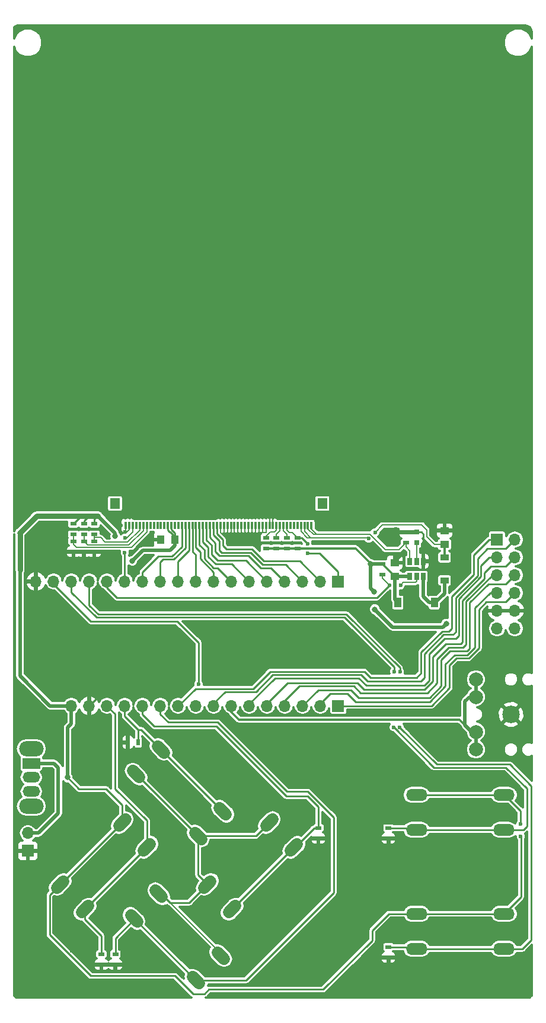
<source format=gtl>
G04 #@! TF.FileFunction,Copper,L1,Top,Signal*
%FSLAX46Y46*%
G04 Gerber Fmt 4.6, Leading zero omitted, Abs format (unit mm)*
G04 Created by KiCad (PCBNEW 4.0.7) date Mon Feb 12 17:44:01 2018*
%MOMM*%
%LPD*%
G01*
G04 APERTURE LIST*
%ADD10C,0.100000*%
%ADD11R,1.400000X1.500000*%
%ADD12R,0.300000X1.000000*%
%ADD13R,1.700000X1.700000*%
%ADD14O,1.700000X1.700000*%
%ADD15R,1.250000X1.000000*%
%ADD16R,0.750000X0.800000*%
%ADD17R,1.000000X1.250000*%
%ADD18R,1.200000X0.900000*%
%ADD19C,2.500000*%
%ADD20C,2.000000*%
%ADD21R,1.000000X1.400000*%
%ADD22R,0.900000X0.500000*%
%ADD23R,0.500000X0.900000*%
%ADD24O,3.048000X1.727200*%
%ADD25C,1.727200*%
%ADD26R,2.500000X1.500000*%
%ADD27O,2.500000X1.500000*%
%ADD28O,3.500000X2.200000*%
%ADD29R,0.650000X1.060000*%
%ADD30C,0.600000*%
%ADD31C,0.800000*%
%ADD32C,0.200000*%
%ADD33C,0.250000*%
%ADD34C,0.500000*%
%ADD35C,0.152400*%
%ADD36C,0.750000*%
%ADD37C,0.300000*%
%ADD38C,0.180000*%
G04 APERTURE END LIST*
D10*
D11*
X85450000Y-100850000D03*
X115050000Y-100850000D03*
D12*
X87000000Y-104000000D03*
X87500000Y-104000000D03*
X88000000Y-104000000D03*
X88500000Y-104000000D03*
X89000000Y-104000000D03*
X89500000Y-104000000D03*
X90000000Y-104000000D03*
X90500000Y-104000000D03*
X91000000Y-104000000D03*
X91500000Y-104000000D03*
X92000000Y-104000000D03*
X92500000Y-104000000D03*
X93000000Y-104000000D03*
X93500000Y-104000000D03*
X94000000Y-104000000D03*
X94500000Y-104000000D03*
X95000000Y-104000000D03*
X95500000Y-104000000D03*
X96000000Y-104000000D03*
X96500000Y-104000000D03*
X97000000Y-104000000D03*
X97500000Y-104000000D03*
X98000000Y-104000000D03*
X98500000Y-104000000D03*
X99000000Y-104000000D03*
X99500000Y-104000000D03*
X100000000Y-104000000D03*
X100500000Y-104000000D03*
X101000000Y-104000000D03*
X101500000Y-104000000D03*
X102000000Y-104000000D03*
X102500000Y-104000000D03*
X103000000Y-104000000D03*
X103500000Y-104000000D03*
X104000000Y-104000000D03*
X104500000Y-104000000D03*
X105000000Y-104000000D03*
X105500000Y-104000000D03*
X106000000Y-104000000D03*
X106500000Y-104000000D03*
X107000000Y-104000000D03*
X107500000Y-104000000D03*
X108000000Y-104000000D03*
X108500000Y-104000000D03*
X109000000Y-104000000D03*
X109500000Y-104000000D03*
X110000000Y-104000000D03*
X110500000Y-104000000D03*
X111000000Y-104000000D03*
X111500000Y-104000000D03*
X112000000Y-104000000D03*
X112500000Y-104000000D03*
X113000000Y-104000000D03*
X113500000Y-104000000D03*
D13*
X73000000Y-150500000D03*
D14*
X73000000Y-147960000D03*
D15*
X125430000Y-111300000D03*
X125430000Y-109300000D03*
D16*
X128500000Y-104960000D03*
X128500000Y-106460000D03*
D15*
X132500000Y-106710000D03*
X132500000Y-104710000D03*
D17*
X94000000Y-106000000D03*
X92000000Y-106000000D03*
D18*
X132500000Y-108560000D03*
X132500000Y-111860000D03*
D13*
X140000000Y-106000000D03*
D14*
X142540000Y-106000000D03*
X140000000Y-108540000D03*
X142540000Y-108540000D03*
X140000000Y-111080000D03*
X142540000Y-111080000D03*
X140000000Y-113620000D03*
X142540000Y-113620000D03*
X140000000Y-116160000D03*
X142540000Y-116160000D03*
X140000000Y-118700000D03*
X142540000Y-118700000D03*
D19*
X142000000Y-131000000D03*
D20*
X137000000Y-133500000D03*
X137000000Y-136000000D03*
X137000000Y-128500000D03*
X137000000Y-126000000D03*
D21*
X131040000Y-115010000D03*
X125840000Y-115010000D03*
D22*
X123650000Y-110990000D03*
X123650000Y-109490000D03*
X127000000Y-106460000D03*
X127000000Y-104960000D03*
X79500000Y-106250000D03*
X79500000Y-107750000D03*
X81000000Y-106250000D03*
X81000000Y-107750000D03*
X111500000Y-105750000D03*
X111500000Y-107250000D03*
X110000000Y-105750000D03*
X110000000Y-107250000D03*
X108500000Y-105750000D03*
X108500000Y-107250000D03*
X107000000Y-105750000D03*
X107000000Y-107250000D03*
X82500000Y-106250000D03*
X82500000Y-107750000D03*
X124500000Y-147250000D03*
X124500000Y-148750000D03*
X124500000Y-164250000D03*
X124500000Y-165750000D03*
X85500000Y-165250000D03*
X85500000Y-166750000D03*
X114500000Y-147250000D03*
X114500000Y-148750000D03*
D23*
X88750000Y-135000000D03*
X87250000Y-135000000D03*
D22*
X83500000Y-165250000D03*
X83500000Y-166750000D03*
D24*
X128500000Y-147500000D03*
X128500000Y-142500000D03*
X141000000Y-147500000D03*
X141000000Y-142500000D03*
X128500000Y-164500000D03*
X128500000Y-159500000D03*
X141000000Y-164500000D03*
X141000000Y-159500000D03*
D25*
X88628138Y-160628138D02*
X87694192Y-159694192D01*
X92163672Y-157092604D02*
X91229726Y-156158658D01*
X97466973Y-169466973D02*
X96533027Y-168533027D01*
X101002507Y-165931439D02*
X100068561Y-164997493D01*
X102628138Y-158371862D02*
X101694192Y-159305808D01*
X99092604Y-154836328D02*
X98158658Y-155770274D01*
X111466973Y-149533027D02*
X110533027Y-150466973D01*
X107931439Y-145997493D02*
X106997493Y-146931439D01*
X100371862Y-144371862D02*
X101305808Y-145305808D01*
X96836328Y-147907396D02*
X97770274Y-148841342D01*
X91533027Y-135533027D02*
X92466973Y-136466973D01*
X87997493Y-139068561D02*
X88931439Y-140002507D01*
X81628138Y-158371862D02*
X80694192Y-159305808D01*
X78092604Y-154836328D02*
X77158658Y-155770274D01*
X90466973Y-149533027D02*
X89533027Y-150466973D01*
X86931439Y-145997493D02*
X85997493Y-146931439D01*
D26*
X73500000Y-138000000D03*
D27*
X73500000Y-140000000D03*
X73500000Y-142000000D03*
D28*
X73500000Y-135900000D03*
X73500000Y-144100000D03*
D29*
X127550000Y-111310000D03*
X128500000Y-111310000D03*
X129450000Y-111310000D03*
X129450000Y-109110000D03*
X127550000Y-109110000D03*
X128500000Y-109110000D03*
D13*
X117320000Y-129780000D03*
D14*
X114780000Y-129780000D03*
X112240000Y-129780000D03*
X109700000Y-129780000D03*
X107160000Y-129780000D03*
X104620000Y-129780000D03*
X102080000Y-129780000D03*
X99540000Y-129780000D03*
X97000000Y-129780000D03*
X94460000Y-129780000D03*
X91920000Y-129780000D03*
X89380000Y-129780000D03*
X86840000Y-129780000D03*
X84300000Y-129780000D03*
X81760000Y-129780000D03*
X79220000Y-129780000D03*
D13*
X117320000Y-112000000D03*
D14*
X114780000Y-112000000D03*
X112240000Y-112000000D03*
X109700000Y-112000000D03*
X107160000Y-112000000D03*
X104620000Y-112000000D03*
X102080000Y-112000000D03*
X99540000Y-112000000D03*
X97000000Y-112000000D03*
X94460000Y-112000000D03*
X91920000Y-112000000D03*
X89380000Y-112000000D03*
X86840000Y-112000000D03*
X84300000Y-112000000D03*
X81760000Y-112000000D03*
X79220000Y-112000000D03*
X76680000Y-112000000D03*
X74140000Y-112000000D03*
D22*
X79500000Y-105250000D03*
X79500000Y-103750000D03*
X81000000Y-105250000D03*
X81000000Y-103750000D03*
X82500000Y-105250000D03*
X82500000Y-103750000D03*
D30*
X81580000Y-140900000D03*
X100830000Y-135170000D03*
X109060000Y-142970000D03*
X113060000Y-144480000D03*
X112530000Y-147620000D03*
X99450000Y-133790000D03*
X121070000Y-153250000D03*
X140900000Y-153470000D03*
X144000000Y-169390000D03*
X122870000Y-169450000D03*
X124500000Y-166600000D03*
X104550000Y-135170000D03*
X111650000Y-141040000D03*
X117400000Y-145010000D03*
X117630000Y-155790000D03*
X105520000Y-169100000D03*
X114520000Y-169450000D03*
X127190000Y-132930000D03*
X133730000Y-137300000D03*
X127060000Y-130640000D03*
X133650000Y-128730000D03*
X133850000Y-125730000D03*
X134780000Y-123790000D03*
X138460000Y-121360000D03*
X101040000Y-131330000D03*
X104320000Y-132630000D03*
X124070000Y-132650000D03*
X128460000Y-137360000D03*
X83950000Y-127590000D03*
X94710000Y-127410000D03*
X98510000Y-126590000D03*
X104810000Y-126430000D03*
X113750000Y-124180000D03*
X120700000Y-121700000D03*
X128300000Y-124330000D03*
X129530000Y-120060000D03*
X123080000Y-119000000D03*
X120230000Y-115620000D03*
X84470000Y-115440000D03*
X79190000Y-115850000D03*
X125580000Y-104470000D03*
X129500000Y-107500000D03*
X79250000Y-164750000D03*
X82500000Y-109000000D03*
X88500000Y-110000000D03*
X81000000Y-109000000D03*
X79500000Y-109000000D03*
X132500000Y-103500000D03*
X126500000Y-108000000D03*
X107500000Y-102500000D03*
X104500000Y-106000000D03*
X103000000Y-106000000D03*
X101500000Y-106000000D03*
X86850000Y-104950000D03*
X90800000Y-105950000D03*
X124450000Y-149550000D03*
X114500000Y-149600000D03*
X143390000Y-148420000D03*
X143360000Y-146660000D03*
D31*
X132750000Y-118020000D03*
X122460000Y-113480000D03*
X122540000Y-115970000D03*
X71860000Y-105050000D03*
X121920000Y-109500000D03*
X85480000Y-105520000D03*
X87930000Y-109030000D03*
X78680000Y-140010000D03*
D30*
X112920000Y-106570000D03*
X112920000Y-107970000D03*
X86910000Y-105750000D03*
X86840000Y-107880000D03*
X122590000Y-104970000D03*
X121660000Y-105890000D03*
X124640000Y-112520000D03*
X126220000Y-112550000D03*
X125320000Y-124860000D03*
X125260000Y-132820000D03*
X126090000Y-132850000D03*
X126130000Y-124880000D03*
X97360000Y-126640000D03*
D32*
X128500000Y-109110000D02*
X128500000Y-106460000D01*
X113000000Y-104000000D02*
X113000000Y-104470000D01*
X113000000Y-104470000D02*
X113780000Y-105250000D01*
X113780000Y-105250000D02*
X114230000Y-105250000D01*
X127550000Y-109110000D02*
X127550000Y-107590000D01*
X127000000Y-107040000D02*
X127000000Y-106460000D01*
X127550000Y-107590000D02*
X127000000Y-107040000D01*
X113500000Y-104000000D02*
X113500000Y-104520000D01*
X126040000Y-107420000D02*
X127000000Y-106460000D01*
X124050000Y-107420000D02*
X126040000Y-107420000D01*
X121880000Y-105250000D02*
X124050000Y-107420000D01*
X114230000Y-105250000D02*
X121880000Y-105250000D01*
X113500000Y-104520000D02*
X114230000Y-105250000D01*
D33*
X81580000Y-140900000D02*
X81640000Y-140900000D01*
X100830000Y-135170000D02*
X108630000Y-142970000D01*
X108630000Y-142970000D02*
X109060000Y-142970000D01*
X113060000Y-144480000D02*
X112530000Y-145010000D01*
X112530000Y-145010000D02*
X112530000Y-147620000D01*
X121070000Y-153250000D02*
X121290000Y-153470000D01*
X121290000Y-153470000D02*
X140900000Y-153470000D01*
X122870000Y-169450000D02*
X122880000Y-169460000D01*
X124500000Y-165750000D02*
X124500000Y-166600000D01*
X104550000Y-135170000D02*
X110420000Y-141040000D01*
X110420000Y-141040000D02*
X111650000Y-141040000D01*
X117400000Y-145010000D02*
X117630000Y-145240000D01*
X117630000Y-145240000D02*
X117630000Y-155790000D01*
X105520000Y-169100000D02*
X105870000Y-169450000D01*
X105870000Y-169450000D02*
X114520000Y-169450000D01*
X127190000Y-132930000D02*
X131560000Y-137300000D01*
X131560000Y-137300000D02*
X133730000Y-137300000D01*
X133790000Y-128590000D02*
X133650000Y-128730000D01*
X133790000Y-125790000D02*
X133790000Y-128590000D01*
X133850000Y-125730000D02*
X133790000Y-125790000D01*
X136030000Y-123790000D02*
X134780000Y-123790000D01*
X138460000Y-121360000D02*
X136030000Y-123790000D01*
X102150000Y-132440000D02*
X101040000Y-131330000D01*
X104130000Y-132440000D02*
X102150000Y-132440000D01*
X104320000Y-132630000D02*
X104130000Y-132440000D01*
X124070000Y-132970000D02*
X124070000Y-132650000D01*
X128460000Y-137360000D02*
X124070000Y-132970000D01*
X83950000Y-127590000D02*
X81760000Y-129780000D01*
X94530000Y-127590000D02*
X83950000Y-127590000D01*
X94710000Y-127410000D02*
X94530000Y-127590000D01*
X104650000Y-126590000D02*
X98510000Y-126590000D01*
X104810000Y-126430000D02*
X104650000Y-126590000D01*
X118220000Y-124180000D02*
X113750000Y-124180000D01*
X120700000Y-121700000D02*
X118220000Y-124180000D01*
X74140000Y-112000000D02*
X74140000Y-114320000D01*
X128270000Y-124360000D02*
X128220000Y-124360000D01*
X128300000Y-124330000D02*
X128270000Y-124360000D01*
X124140000Y-120060000D02*
X129530000Y-120060000D01*
X123080000Y-119000000D02*
X124140000Y-120060000D01*
X94020000Y-115620000D02*
X120230000Y-115620000D01*
X93840000Y-115440000D02*
X94020000Y-115620000D01*
X84470000Y-115440000D02*
X93840000Y-115440000D01*
X75670000Y-115850000D02*
X79190000Y-115850000D01*
X74140000Y-114320000D02*
X75670000Y-115850000D01*
X127000000Y-104960000D02*
X126070000Y-104960000D01*
X126070000Y-104960000D02*
X125580000Y-104470000D01*
X128500000Y-104960000D02*
X127000000Y-104960000D01*
X128500000Y-104960000D02*
X129180000Y-104960000D01*
D34*
X129450000Y-107550000D02*
X129500000Y-107500000D01*
X129450000Y-107550000D02*
X129450000Y-109110000D01*
D33*
X129500000Y-105280000D02*
X129500000Y-107500000D01*
X129180000Y-104960000D02*
X129500000Y-105280000D01*
D35*
X81000000Y-166500000D02*
X79250000Y-164750000D01*
X81250000Y-166750000D02*
X81000000Y-166500000D01*
X83500000Y-166750000D02*
X81250000Y-166750000D01*
X82500000Y-107750000D02*
X82500000Y-109000000D01*
X81000000Y-107750000D02*
X81000000Y-109000000D01*
X79500000Y-107750000D02*
X79500000Y-109000000D01*
D34*
X132500000Y-104710000D02*
X132500000Y-103500000D01*
X125430000Y-109300000D02*
X125430000Y-109070000D01*
X125430000Y-109070000D02*
X126500000Y-108000000D01*
D35*
X108000000Y-103000000D02*
X107500000Y-102500000D01*
X108000000Y-104000000D02*
X108000000Y-103000000D01*
X107500000Y-103000000D02*
X107500000Y-104000000D01*
X107500000Y-102500000D02*
X107500000Y-103000000D01*
X106500000Y-105000000D02*
X107000000Y-105000000D01*
X107000000Y-105000000D02*
X107000000Y-104000000D01*
X106000000Y-105000000D02*
X106500000Y-105000000D01*
X106500000Y-105000000D02*
X106500000Y-104000000D01*
X106000000Y-105000000D02*
X106000000Y-105500000D01*
X106000000Y-105000000D02*
X106000000Y-105500000D01*
X106000000Y-104000000D02*
X106000000Y-105000000D01*
X105500000Y-106000000D02*
X105000000Y-106000000D01*
X106000000Y-105500000D02*
X105500000Y-106000000D01*
X105500000Y-105000000D02*
X105500000Y-105500000D01*
X105500000Y-104000000D02*
X105500000Y-105000000D01*
X105000000Y-106000000D02*
X104500000Y-106000000D01*
X105500000Y-105500000D02*
X105000000Y-106000000D01*
X105000000Y-105000000D02*
X105000000Y-105500000D01*
X105000000Y-104000000D02*
X105000000Y-105000000D01*
X105000000Y-105500000D02*
X104500000Y-106000000D01*
X104500000Y-105000000D02*
X104500000Y-106000000D01*
X104500000Y-104000000D02*
X104500000Y-105000000D01*
X104500000Y-106000000D02*
X103500000Y-106000000D01*
X104000000Y-105000000D02*
X104000000Y-105500000D01*
X104000000Y-104000000D02*
X104000000Y-105000000D01*
X103500000Y-106000000D02*
X103000000Y-106000000D01*
X104000000Y-105500000D02*
X103500000Y-106000000D01*
X103500000Y-105000000D02*
X103500000Y-105500000D01*
X103500000Y-104000000D02*
X103500000Y-105000000D01*
X103500000Y-105500000D02*
X103000000Y-106000000D01*
X101000000Y-105000000D02*
X101000000Y-105500000D01*
X101000000Y-104000000D02*
X101000000Y-105000000D01*
X101000000Y-105500000D02*
X101500000Y-106000000D01*
X102000000Y-106000000D02*
X102000000Y-105000000D01*
X102000000Y-105000000D02*
X102000000Y-104000000D01*
X102500000Y-105000000D02*
X102500000Y-105500000D01*
X102500000Y-104000000D02*
X102500000Y-105000000D01*
X102500000Y-105500000D02*
X103000000Y-106000000D01*
X103000000Y-105000000D02*
X103000000Y-106000000D01*
X103000000Y-104000000D02*
X103000000Y-105000000D01*
X103000000Y-106000000D02*
X102000000Y-106000000D01*
X102000000Y-106000000D02*
X101500000Y-106000000D01*
X101500000Y-105000000D02*
X101500000Y-106000000D01*
X101500000Y-104000000D02*
X101500000Y-105000000D01*
X100500000Y-105000000D02*
X100500000Y-104000000D01*
X101500000Y-106000000D02*
X100500000Y-105000000D01*
X87500000Y-104000000D02*
X87500000Y-104600000D01*
X87000000Y-104800000D02*
X86850000Y-104950000D01*
X87000000Y-104800000D02*
X87000000Y-104000000D01*
X87150000Y-104950000D02*
X86850000Y-104950000D01*
X87500000Y-104600000D02*
X87150000Y-104950000D01*
D33*
X92000000Y-106000000D02*
X90850000Y-106000000D01*
X90850000Y-106000000D02*
X90800000Y-105950000D01*
X124500000Y-148750000D02*
X124500000Y-149500000D01*
X124500000Y-149500000D02*
X124450000Y-149550000D01*
X114500000Y-148750000D02*
X114500000Y-149600000D01*
D34*
X129450000Y-111310000D02*
X129450000Y-114150000D01*
X130310000Y-115010000D02*
X131040000Y-115010000D01*
X129450000Y-114150000D02*
X130310000Y-115010000D01*
X131040000Y-115010000D02*
X131200000Y-115010000D01*
X131200000Y-115010000D02*
X132500000Y-113710000D01*
X132500000Y-113710000D02*
X132500000Y-111860000D01*
D35*
X100535534Y-165464466D02*
X100535534Y-165095534D01*
X100535534Y-165095534D02*
X93340000Y-157900000D01*
D33*
X79500000Y-103750000D02*
X79500000Y-103720000D01*
X79500000Y-103720000D02*
X80600000Y-102620000D01*
X81000000Y-103750000D02*
X81000000Y-103320000D01*
X81000000Y-103320000D02*
X81700000Y-102620000D01*
X82500000Y-103750000D02*
X82500000Y-103050000D01*
X82500000Y-103050000D02*
X82930000Y-102620000D01*
X128500000Y-159500000D02*
X124540000Y-159500000D01*
X76090000Y-156838932D02*
X77625631Y-155303301D01*
X76090000Y-162500000D02*
X76090000Y-156838932D01*
X81960000Y-168370000D02*
X76090000Y-162500000D01*
X94020000Y-168370000D02*
X81960000Y-168370000D01*
X96590000Y-170940000D02*
X94020000Y-168370000D01*
X98230000Y-170940000D02*
X96590000Y-170940000D01*
X98850000Y-170320000D02*
X98230000Y-170940000D01*
X115170000Y-170320000D02*
X98850000Y-170320000D01*
X122180000Y-163310000D02*
X115170000Y-170320000D01*
X122180000Y-161860000D02*
X122180000Y-163310000D01*
X124540000Y-159500000D02*
X122180000Y-161860000D01*
X141000000Y-159500000D02*
X128500000Y-159500000D01*
X143360000Y-144810000D02*
X143360000Y-146660000D01*
X141050000Y-142500000D02*
X143360000Y-144810000D01*
X143440000Y-157060000D02*
X141000000Y-159500000D01*
X143440000Y-148470000D02*
X143440000Y-157060000D01*
X143390000Y-148420000D02*
X143440000Y-148470000D01*
X141000000Y-142500000D02*
X141050000Y-142500000D01*
X141000000Y-142500000D02*
X128500000Y-142500000D01*
X86464466Y-146464466D02*
X86464466Y-143934466D01*
X80320000Y-141650000D02*
X78680000Y-140010000D01*
X84180000Y-141650000D02*
X80320000Y-141650000D01*
X86464466Y-143934466D02*
X84180000Y-141650000D01*
X77625631Y-155303301D02*
X86464466Y-146464466D01*
X91696699Y-156625631D02*
X92065631Y-156625631D01*
X92065631Y-156625631D02*
X93340000Y-157900000D01*
X93340000Y-157900000D02*
X96028932Y-157900000D01*
X96028932Y-157900000D02*
X98625631Y-155303301D01*
X97303301Y-148374369D02*
X97303301Y-153980971D01*
X97303301Y-153980971D02*
X98625631Y-155303301D01*
X97303301Y-148374369D02*
X105554563Y-148374369D01*
X105554563Y-148374369D02*
X107464466Y-146464466D01*
X88464466Y-139535534D02*
X97303301Y-148374369D01*
D34*
X122540000Y-115970000D02*
X125080000Y-118510000D01*
X125080000Y-118510000D02*
X132260000Y-118510000D01*
X132260000Y-118510000D02*
X132750000Y-118020000D01*
X121920000Y-112940000D02*
X122460000Y-113480000D01*
X121920000Y-109500000D02*
X121920000Y-112940000D01*
X121920000Y-109500000D02*
X123640000Y-109500000D01*
X123640000Y-109500000D02*
X123650000Y-109490000D01*
D36*
X71900000Y-105010000D02*
X71860000Y-105050000D01*
D34*
X121930000Y-109490000D02*
X122040000Y-109490000D01*
D36*
X121920000Y-109500000D02*
X121930000Y-109490000D01*
D33*
X93500000Y-104000000D02*
X93500000Y-104610000D01*
X94000000Y-105110000D02*
X94000000Y-106000000D01*
X93500000Y-104610000D02*
X94000000Y-105110000D01*
X94000000Y-106000000D02*
X94000000Y-105580000D01*
X94000000Y-105580000D02*
X93320000Y-104900000D01*
X93000000Y-104670000D02*
X93000000Y-104000000D01*
X93230000Y-104900000D02*
X93000000Y-104670000D01*
X93320000Y-104900000D02*
X93230000Y-104900000D01*
D36*
X71900000Y-105010000D02*
X74290000Y-102620000D01*
X74290000Y-102620000D02*
X80600000Y-102620000D01*
X80600000Y-102620000D02*
X81700000Y-102620000D01*
X81700000Y-102620000D02*
X82930000Y-102620000D01*
X82930000Y-102620000D02*
X83010000Y-102620000D01*
D34*
X83010000Y-102620000D02*
X85480000Y-105090000D01*
X85480000Y-105090000D02*
X85480000Y-105520000D01*
X79220000Y-129780000D02*
X76170000Y-129780000D01*
X71860000Y-125470000D02*
X71860000Y-110360000D01*
X76170000Y-129780000D02*
X71860000Y-125470000D01*
D36*
X71860000Y-110360000D02*
X71860000Y-105050000D01*
D34*
X94000000Y-106860000D02*
X94000000Y-106000000D01*
X93300000Y-107560000D02*
X94000000Y-106860000D01*
X89400000Y-107560000D02*
X93300000Y-107560000D01*
X87930000Y-109030000D02*
X89400000Y-107560000D01*
X78680000Y-140010000D02*
X78680000Y-132900000D01*
X78680000Y-132900000D02*
X79220000Y-132360000D01*
X79220000Y-132360000D02*
X79220000Y-129780000D01*
D37*
X111500000Y-107250000D02*
X119800000Y-107250000D01*
X122040000Y-109490000D02*
X123650000Y-109490000D01*
X119800000Y-107250000D02*
X122040000Y-109490000D01*
X110000000Y-107250000D02*
X111500000Y-107250000D01*
X108500000Y-107250000D02*
X110000000Y-107250000D01*
X107000000Y-107250000D02*
X108500000Y-107250000D01*
X123650000Y-109490000D02*
X123650000Y-109520000D01*
X123650000Y-109520000D02*
X125430000Y-111300000D01*
D34*
X127550000Y-111310000D02*
X125440000Y-111310000D01*
X125440000Y-111310000D02*
X125430000Y-111300000D01*
X125430000Y-111300000D02*
X125430000Y-114600000D01*
X125430000Y-114600000D02*
X125840000Y-115010000D01*
D38*
X82500000Y-105720000D02*
X83380000Y-105720000D01*
X89000000Y-104630000D02*
X89000000Y-104000000D01*
X87250000Y-106380000D02*
X89000000Y-104630000D01*
X84040000Y-106380000D02*
X87250000Y-106380000D01*
X83380000Y-105720000D02*
X84040000Y-106380000D01*
X82500000Y-105250000D02*
X82500000Y-105720000D01*
X82500000Y-105720000D02*
X82500000Y-105790000D01*
X82500000Y-105790000D02*
X82500000Y-106250000D01*
D33*
X117320000Y-112000000D02*
X117320000Y-110630000D01*
X112100000Y-105750000D02*
X111500000Y-105750000D01*
X112920000Y-106570000D02*
X112100000Y-105750000D01*
X114660000Y-107970000D02*
X112920000Y-107970000D01*
X117320000Y-110630000D02*
X114660000Y-107970000D01*
D35*
X110000000Y-104000000D02*
X110000000Y-104670000D01*
X110770000Y-105020000D02*
X111500000Y-105750000D01*
X110350000Y-105020000D02*
X110770000Y-105020000D01*
X110000000Y-104670000D02*
X110350000Y-105020000D01*
D38*
X81000000Y-106250000D02*
X81000000Y-105250000D01*
X89500000Y-104000000D02*
X89500000Y-104710000D01*
X81540000Y-106790000D02*
X81000000Y-106250000D01*
X87420000Y-106790000D02*
X81540000Y-106790000D01*
X89500000Y-104710000D02*
X87420000Y-106790000D01*
X83250000Y-107122402D02*
X87777598Y-107122402D01*
X79500000Y-106660000D02*
X79962402Y-107122402D01*
X79962402Y-107122402D02*
X83250000Y-107122402D01*
X79500000Y-106250000D02*
X79500000Y-106660000D01*
X90000000Y-104900000D02*
X90000000Y-104000000D01*
X87777598Y-107122402D02*
X90000000Y-104900000D01*
X79500000Y-105250000D02*
X79500000Y-106250000D01*
D35*
X88000000Y-104000000D02*
X88000000Y-104880000D01*
X87130000Y-105750000D02*
X86910000Y-105750000D01*
X88000000Y-104880000D02*
X87130000Y-105750000D01*
D33*
X86840000Y-112000000D02*
X86840000Y-107880000D01*
X86840000Y-107880000D02*
X86820000Y-107860000D01*
X89380000Y-112000000D02*
X89380000Y-110680000D01*
X95000000Y-107000000D02*
X95000000Y-104000000D01*
X93570000Y-108430000D02*
X95000000Y-107000000D01*
X91630000Y-108430000D02*
X93570000Y-108430000D01*
X89380000Y-110680000D02*
X91630000Y-108430000D01*
X95500000Y-104000000D02*
X95500000Y-107210000D01*
X91920000Y-109230000D02*
X91920000Y-112000000D01*
X92300000Y-108850000D02*
X91920000Y-109230000D01*
X93860000Y-108850000D02*
X92300000Y-108850000D01*
X95500000Y-107210000D02*
X93860000Y-108850000D01*
X94460000Y-112000000D02*
X94460000Y-109110000D01*
X96000000Y-107570000D02*
X96000000Y-104000000D01*
X94460000Y-109110000D02*
X96000000Y-107570000D01*
X100000000Y-104000000D02*
X100000000Y-105140000D01*
X111840000Y-109060000D02*
X114780000Y-112000000D01*
X106710000Y-109060000D02*
X111840000Y-109060000D01*
X104990000Y-107340000D02*
X106710000Y-109060000D01*
X101330000Y-107340000D02*
X104990000Y-107340000D01*
X100870000Y-106880000D02*
X101330000Y-107340000D01*
X100870000Y-106010000D02*
X100870000Y-106880000D01*
X100000000Y-105140000D02*
X100870000Y-106010000D01*
X99000000Y-104000000D02*
X99000000Y-105720000D01*
X107750000Y-110050000D02*
X109700000Y-112000000D01*
X106250000Y-110050000D02*
X107750000Y-110050000D01*
X104530000Y-108330000D02*
X106250000Y-110050000D01*
X100370000Y-108330000D02*
X104530000Y-108330000D01*
X99780000Y-107740000D02*
X100370000Y-108330000D01*
X99780000Y-106500000D02*
X99780000Y-107740000D01*
X99000000Y-105720000D02*
X99780000Y-106500000D01*
X98500000Y-104000000D02*
X98500000Y-106090000D01*
X104130000Y-108970000D02*
X107160000Y-112000000D01*
X100060000Y-108970000D02*
X104130000Y-108970000D01*
X99210000Y-108120000D02*
X100060000Y-108970000D01*
X99210000Y-106800000D02*
X99210000Y-108120000D01*
X98500000Y-106090000D02*
X99210000Y-106800000D01*
X98000000Y-104000000D02*
X98000000Y-106370000D01*
X102130000Y-109510000D02*
X104620000Y-112000000D01*
X99800000Y-109510000D02*
X102130000Y-109510000D01*
X98740000Y-108450000D02*
X99800000Y-109510000D01*
X98740000Y-107110000D02*
X98740000Y-108450000D01*
X98000000Y-106370000D02*
X98740000Y-107110000D01*
X97500000Y-104000000D02*
X97500000Y-106800000D01*
X100130000Y-110050000D02*
X102080000Y-112000000D01*
X99519082Y-110050000D02*
X100130000Y-110050000D01*
X98190000Y-108720918D02*
X99519082Y-110050000D01*
X98190000Y-107490000D02*
X98190000Y-108720918D01*
X97500000Y-106800000D02*
X98190000Y-107490000D01*
X97000000Y-104000000D02*
X97000000Y-107120000D01*
X99540000Y-110640000D02*
X99540000Y-112000000D01*
X97640000Y-108740000D02*
X99540000Y-110640000D01*
X97640000Y-107760000D02*
X97640000Y-108740000D01*
X97000000Y-107120000D02*
X97640000Y-107760000D01*
X96500000Y-104000000D02*
X96500000Y-107690000D01*
X97000000Y-108190000D02*
X97000000Y-112000000D01*
X96500000Y-107690000D02*
X97000000Y-108190000D01*
D37*
X132500000Y-106710000D02*
X132500000Y-108560000D01*
D32*
X115920000Y-105740000D02*
X121510000Y-105740000D01*
X131040000Y-106710000D02*
X132500000Y-106710000D01*
X129960000Y-105630000D02*
X131040000Y-106710000D01*
X129960000Y-104630000D02*
X129960000Y-105630000D01*
X129240000Y-103910000D02*
X129960000Y-104630000D01*
X123650000Y-103910000D02*
X129240000Y-103910000D01*
X122590000Y-104970000D02*
X123650000Y-103910000D01*
X121510000Y-105740000D02*
X121660000Y-105890000D01*
X113410000Y-105740000D02*
X115920000Y-105740000D01*
X115920000Y-105740000D02*
X115930000Y-105740000D01*
X112000000Y-104000000D02*
X112000000Y-104840000D01*
X112900000Y-105740000D02*
X113410000Y-105740000D01*
X112000000Y-104840000D02*
X112900000Y-105740000D01*
X112500000Y-104000000D02*
X112500000Y-104830000D01*
X112500000Y-104830000D02*
X113410000Y-105740000D01*
D34*
X73000000Y-147960000D02*
X74540000Y-147960000D01*
X76720000Y-138000000D02*
X73500000Y-138000000D01*
X77340000Y-138620000D02*
X76720000Y-138000000D01*
X77340000Y-145160000D02*
X77340000Y-138620000D01*
X74540000Y-147960000D02*
X77340000Y-145160000D01*
D33*
X140000000Y-106000000D02*
X138910000Y-106000000D01*
X96920000Y-127320000D02*
X94460000Y-129780000D01*
X105200000Y-127320000D02*
X96920000Y-127320000D01*
X107640000Y-124880000D02*
X105200000Y-127320000D01*
X121050000Y-124880000D02*
X107640000Y-124880000D01*
X121900000Y-125730000D02*
X121050000Y-124880000D01*
X128510000Y-125730000D02*
X121900000Y-125730000D01*
X129160000Y-125080000D02*
X128510000Y-125730000D01*
X129160000Y-122120000D02*
X129160000Y-125080000D01*
X132160000Y-119120000D02*
X129160000Y-122120000D01*
X133140000Y-119120000D02*
X132160000Y-119120000D01*
X133510000Y-118750000D02*
X133140000Y-119120000D01*
X133510000Y-114170000D02*
X133510000Y-118750000D01*
X136700000Y-110980000D02*
X133510000Y-114170000D01*
X136700000Y-108210000D02*
X136700000Y-110980000D01*
X138910000Y-106000000D02*
X136700000Y-108210000D01*
X99540000Y-129780000D02*
X99540000Y-129370000D01*
X99540000Y-129370000D02*
X101170000Y-127740000D01*
X101170000Y-127740000D02*
X105570000Y-127740000D01*
X105570000Y-127740000D02*
X107980000Y-125330000D01*
X107980000Y-125330000D02*
X120610000Y-125330000D01*
X120610000Y-125330000D02*
X121550000Y-126270000D01*
X121550000Y-126270000D02*
X129110000Y-126270000D01*
X129110000Y-126270000D02*
X129640000Y-125740000D01*
X129640000Y-125740000D02*
X129640000Y-122340000D01*
X129640000Y-122340000D02*
X132380000Y-119600000D01*
X132380000Y-119600000D02*
X133710000Y-119600000D01*
X133710000Y-119600000D02*
X134090000Y-119220000D01*
X134090000Y-119220000D02*
X134090000Y-114280000D01*
X134090000Y-114280000D02*
X137220000Y-111150000D01*
X137220000Y-111150000D02*
X137220000Y-108750000D01*
X137220000Y-108750000D02*
X138650000Y-107320000D01*
X138650000Y-107320000D02*
X141220000Y-107320000D01*
X141220000Y-107320000D02*
X142540000Y-106000000D01*
X104620000Y-129780000D02*
X104620000Y-129490000D01*
X104620000Y-129490000D02*
X108300000Y-125810000D01*
X108300000Y-125810000D02*
X120280000Y-125810000D01*
X120280000Y-125810000D02*
X121320000Y-126850000D01*
X121320000Y-126850000D02*
X129610000Y-126850000D01*
X129610000Y-126850000D02*
X130310000Y-126150000D01*
X130310000Y-126150000D02*
X130310000Y-122380000D01*
X130310000Y-122380000D02*
X132550000Y-120140000D01*
X132550000Y-120140000D02*
X134157598Y-120140000D01*
X134157598Y-120140000D02*
X134530000Y-119767598D01*
X134530000Y-119767598D02*
X134530000Y-114460000D01*
X134530000Y-114460000D02*
X137680000Y-111310000D01*
X137680000Y-111310000D02*
X137680000Y-109710000D01*
X137680000Y-109710000D02*
X138850000Y-108540000D01*
X138850000Y-108540000D02*
X140000000Y-108540000D01*
X107160000Y-129780000D02*
X107160000Y-129430000D01*
X107160000Y-129430000D02*
X110100000Y-126490000D01*
X110100000Y-126490000D02*
X120030000Y-126490000D01*
X120030000Y-126490000D02*
X120990000Y-127450000D01*
X120990000Y-127450000D02*
X129640000Y-127450000D01*
X129640000Y-127450000D02*
X130850000Y-126240000D01*
X130850000Y-126240000D02*
X130850000Y-122760000D01*
X130850000Y-122760000D02*
X132710000Y-120900000D01*
X132710000Y-120900000D02*
X134830000Y-120900000D01*
X134830000Y-120900000D02*
X135090000Y-120640000D01*
X135090000Y-120640000D02*
X135090000Y-114710000D01*
X135090000Y-114710000D02*
X138220000Y-111580000D01*
X138220000Y-111580000D02*
X138220000Y-110720000D01*
X138220000Y-110720000D02*
X139130000Y-109810000D01*
X139130000Y-109810000D02*
X141270000Y-109810000D01*
X141270000Y-109810000D02*
X142540000Y-108540000D01*
X109700000Y-129780000D02*
X109700000Y-129040000D01*
X109700000Y-129040000D02*
X111810000Y-126930000D01*
X111810000Y-126930000D02*
X119550000Y-126930000D01*
X119550000Y-126930000D02*
X120530000Y-127910000D01*
X120530000Y-127910000D02*
X130030000Y-127910000D01*
X130030000Y-127910000D02*
X131430000Y-126510000D01*
X131430000Y-126510000D02*
X131430000Y-123140000D01*
X131430000Y-123140000D02*
X133130000Y-121440000D01*
X133130000Y-121440000D02*
X135180000Y-121440000D01*
X135180000Y-121440000D02*
X135590000Y-121030000D01*
X135590000Y-121030000D02*
X135590000Y-114860000D01*
X135590000Y-114860000D02*
X139370000Y-111080000D01*
X139370000Y-111080000D02*
X140000000Y-111080000D01*
X112240000Y-129780000D02*
X112240000Y-129760000D01*
X112240000Y-129760000D02*
X114460000Y-127540000D01*
X141270000Y-112350000D02*
X142540000Y-111080000D01*
X138780000Y-112350000D02*
X141270000Y-112350000D01*
X136100000Y-115030000D02*
X138780000Y-112350000D01*
X136100000Y-121610918D02*
X136100000Y-115030000D01*
X135750918Y-121960000D02*
X136100000Y-121610918D01*
X133310000Y-121960000D02*
X135750918Y-121960000D01*
X132050000Y-123220000D02*
X133310000Y-121960000D01*
X132050000Y-126940000D02*
X132050000Y-123220000D01*
X130360000Y-128630000D02*
X132050000Y-126940000D01*
X120270000Y-128630000D02*
X130360000Y-128630000D01*
X119180000Y-127540000D02*
X120270000Y-128630000D01*
X114460000Y-127540000D02*
X119180000Y-127540000D01*
X112240000Y-129780000D02*
X112480000Y-129780000D01*
X114780000Y-129780000D02*
X114780000Y-129450000D01*
X114780000Y-129450000D02*
X116210000Y-128020000D01*
X139000000Y-113620000D02*
X140000000Y-113620000D01*
X136860000Y-115760000D02*
X139000000Y-113620000D01*
X136860000Y-121420000D02*
X136860000Y-115760000D01*
X135770000Y-122510000D02*
X136860000Y-121420000D01*
X133940000Y-122510000D02*
X135770000Y-122510000D01*
X132630000Y-123820000D02*
X133940000Y-122510000D01*
X132630000Y-126950000D02*
X132630000Y-123820000D01*
X130380000Y-129200000D02*
X132630000Y-126950000D01*
X119810000Y-129200000D02*
X130380000Y-129200000D01*
X118630000Y-128020000D02*
X119810000Y-129200000D01*
X116210000Y-128020000D02*
X118630000Y-128020000D01*
X114780000Y-129780000D02*
X114780000Y-129770000D01*
X117320000Y-129780000D02*
X130630000Y-129780000D01*
X141210000Y-114950000D02*
X142540000Y-113620000D01*
X138460000Y-114950000D02*
X141210000Y-114950000D01*
X137410000Y-116000000D02*
X138460000Y-114950000D01*
X137410000Y-121540000D02*
X137410000Y-116000000D01*
X135960000Y-122990000D02*
X137410000Y-121540000D01*
X134170000Y-122990000D02*
X135960000Y-122990000D01*
X133220000Y-123940000D02*
X134170000Y-122990000D01*
X133220000Y-127190000D02*
X133220000Y-123940000D01*
X130630000Y-129780000D02*
X133220000Y-127190000D01*
D37*
X102080000Y-129780000D02*
X102080000Y-130690000D01*
X134640000Y-131740000D02*
X135430000Y-132530000D01*
X103130000Y-131740000D02*
X134640000Y-131740000D01*
X102080000Y-130690000D02*
X103130000Y-131740000D01*
D34*
X137000000Y-133500000D02*
X136400000Y-133500000D01*
X136400000Y-133500000D02*
X135430000Y-132530000D01*
X135430000Y-129140000D02*
X136070000Y-128500000D01*
X135430000Y-132530000D02*
X135430000Y-129140000D01*
X136070000Y-128500000D02*
X137000000Y-128500000D01*
X137000000Y-136000000D02*
X137000000Y-133500000D01*
X137000000Y-126000000D02*
X137000000Y-128500000D01*
D35*
X107000000Y-105750000D02*
X107000000Y-105550000D01*
X107000000Y-105550000D02*
X107610000Y-104940000D01*
X107610000Y-104940000D02*
X108190000Y-104940000D01*
X108190000Y-104940000D02*
X108500000Y-104630000D01*
X108500000Y-104630000D02*
X108500000Y-104000000D01*
X108500000Y-105750000D02*
X108500000Y-105280000D01*
X109000000Y-104780000D02*
X109000000Y-104000000D01*
X108500000Y-105280000D02*
X109000000Y-104780000D01*
X109500000Y-104000000D02*
X109500000Y-104780000D01*
X110000000Y-105280000D02*
X110000000Y-105750000D01*
X109500000Y-104780000D02*
X110000000Y-105280000D01*
D33*
X84300000Y-112000000D02*
X84300000Y-112890000D01*
X122840000Y-114320000D02*
X124640000Y-112520000D01*
X85730000Y-114320000D02*
X122840000Y-114320000D01*
X84300000Y-112890000D02*
X85730000Y-114320000D01*
D32*
X123650000Y-110990000D02*
X123650000Y-111530000D01*
X123650000Y-111530000D02*
X124640000Y-112520000D01*
X128500000Y-111310000D02*
X128500000Y-111980000D01*
X126620000Y-112150000D02*
X126220000Y-112550000D01*
X128330000Y-112150000D02*
X126620000Y-112150000D01*
X128500000Y-111980000D02*
X128330000Y-112150000D01*
D33*
X124500000Y-147250000D02*
X128250000Y-147250000D01*
X128250000Y-147250000D02*
X128500000Y-147500000D01*
X141000000Y-147500000D02*
X128500000Y-147500000D01*
X144260000Y-141570000D02*
X144260000Y-146990000D01*
X79220000Y-113530000D02*
X82790000Y-117100000D01*
X82790000Y-117100000D02*
X118180000Y-117100000D01*
X118180000Y-117100000D02*
X125320000Y-124240000D01*
X125320000Y-124240000D02*
X125320000Y-124860000D01*
X125260000Y-132820000D02*
X125280000Y-132840000D01*
X125280000Y-132840000D02*
X125280000Y-132880000D01*
X125280000Y-132880000D02*
X130990000Y-138590000D01*
X130990000Y-138590000D02*
X141280000Y-138590000D01*
X141280000Y-138590000D02*
X144260000Y-141570000D01*
X79220000Y-112000000D02*
X79220000Y-113530000D01*
X143750000Y-147500000D02*
X141000000Y-147500000D01*
X144260000Y-146990000D02*
X143750000Y-147500000D01*
X124500000Y-164250000D02*
X128250000Y-164250000D01*
X128250000Y-164250000D02*
X128500000Y-164500000D01*
X141000000Y-164500000D02*
X143610000Y-164500000D01*
X131380000Y-138140000D02*
X126090000Y-132850000D01*
X141820000Y-138140000D02*
X131380000Y-138140000D01*
X144890000Y-141210000D02*
X141820000Y-138140000D01*
X144890000Y-163220000D02*
X144890000Y-141210000D01*
X143610000Y-164500000D02*
X144890000Y-163220000D01*
X128500000Y-164500000D02*
X141000000Y-164500000D01*
X81760000Y-112000000D02*
X81760000Y-115400000D01*
X126130000Y-124340000D02*
X126130000Y-124880000D01*
X118470000Y-116680000D02*
X126130000Y-124340000D01*
X83040000Y-116680000D02*
X118470000Y-116680000D01*
X81760000Y-115400000D02*
X83040000Y-116680000D01*
X126090000Y-132850000D02*
X126120000Y-132880000D01*
X85500000Y-165250000D02*
X85500000Y-162990000D01*
X85500000Y-162990000D02*
X88161165Y-160328835D01*
X88161165Y-160328835D02*
X88161165Y-160161165D01*
X97000000Y-169000000D02*
X88161165Y-160161165D01*
X91920000Y-129780000D02*
X91920000Y-131020000D01*
X104150000Y-169000000D02*
X97000000Y-169000000D01*
X116680000Y-156470000D02*
X104150000Y-169000000D01*
X116680000Y-145740000D02*
X116680000Y-156470000D01*
X112980000Y-142040000D02*
X116680000Y-145740000D01*
X110030000Y-142040000D02*
X112980000Y-142040000D01*
X100120000Y-132130000D02*
X110030000Y-142040000D01*
X93030000Y-132130000D02*
X100120000Y-132130000D01*
X91920000Y-131020000D02*
X93030000Y-132130000D01*
X91370000Y-132690000D02*
X91070000Y-132690000D01*
X114500000Y-144200000D02*
X112960000Y-142660000D01*
X112960000Y-142660000D02*
X109890000Y-142660000D01*
X109890000Y-142660000D02*
X99920000Y-132690000D01*
X99920000Y-132690000D02*
X91370000Y-132690000D01*
X114500000Y-147250000D02*
X114500000Y-144200000D01*
X89380000Y-131000000D02*
X89380000Y-129780000D01*
X91070000Y-132690000D02*
X89380000Y-131000000D01*
X111000000Y-150000000D02*
X111160000Y-150000000D01*
X111160000Y-150000000D02*
X113910000Y-147250000D01*
X113910000Y-147250000D02*
X114500000Y-147250000D01*
X102161165Y-158838835D02*
X111000000Y-150000000D01*
X92000000Y-136000000D02*
X100838835Y-144838835D01*
X88750000Y-133210000D02*
X89210000Y-133210000D01*
X89210000Y-133210000D02*
X92000000Y-136000000D01*
X86840000Y-129780000D02*
X86840000Y-131250000D01*
X88750000Y-133160000D02*
X88750000Y-133210000D01*
X88750000Y-133210000D02*
X88750000Y-135000000D01*
X86840000Y-131250000D02*
X88750000Y-133160000D01*
X83500000Y-165250000D02*
X83500000Y-162620000D01*
X81161165Y-160281165D02*
X81161165Y-158838835D01*
X83500000Y-162620000D02*
X81161165Y-160281165D01*
X90000000Y-150000000D02*
X90000000Y-146180000D01*
X85460000Y-130940000D02*
X84300000Y-129780000D01*
X85460000Y-141640000D02*
X85460000Y-130940000D01*
X90000000Y-146180000D02*
X85460000Y-141640000D01*
X81161165Y-158838835D02*
X90000000Y-150000000D01*
X76680000Y-112000000D02*
X76680000Y-112360000D01*
X76680000Y-112360000D02*
X82000000Y-117680000D01*
X82000000Y-117680000D02*
X94320000Y-117680000D01*
X94320000Y-117680000D02*
X97360000Y-120720000D01*
X97360000Y-120720000D02*
X97360000Y-126640000D01*
X99500000Y-104000000D02*
X99500000Y-105370000D01*
X109830000Y-109590000D02*
X112240000Y-112000000D01*
X106540000Y-109590000D02*
X109830000Y-109590000D01*
X104800000Y-107850000D02*
X106540000Y-109590000D01*
X100660000Y-107850000D02*
X104800000Y-107850000D01*
X100340000Y-107530000D02*
X100660000Y-107850000D01*
X100340000Y-106210000D02*
X100340000Y-107530000D01*
X99500000Y-105370000D02*
X100340000Y-106210000D01*
D37*
G36*
X71035000Y-105279194D02*
X71035000Y-110360000D01*
X71097799Y-110675714D01*
X71160000Y-110768804D01*
X71160000Y-125470000D01*
X71213284Y-125737879D01*
X71365025Y-125964975D01*
X75675023Y-130274972D01*
X75675025Y-130274975D01*
X75902122Y-130426716D01*
X76170000Y-130480000D01*
X78137253Y-130480000D01*
X78300761Y-130724708D01*
X78520000Y-130871198D01*
X78520000Y-132070050D01*
X78185025Y-132405025D01*
X78033284Y-132632121D01*
X78025457Y-132671470D01*
X77980000Y-132900000D01*
X77980000Y-138342071D01*
X77834975Y-138125025D01*
X77834972Y-138125023D01*
X77214975Y-137505025D01*
X76987879Y-137353284D01*
X76720000Y-137300000D01*
X75208816Y-137300000D01*
X75208816Y-137250000D01*
X75177438Y-137083240D01*
X75171767Y-137074427D01*
X75289117Y-136996016D01*
X75625114Y-136493159D01*
X75743101Y-135900000D01*
X75625114Y-135306841D01*
X75289117Y-134803984D01*
X74786260Y-134467987D01*
X74193101Y-134350000D01*
X72806899Y-134350000D01*
X72213740Y-134467987D01*
X71710883Y-134803984D01*
X71374886Y-135306841D01*
X71256899Y-135900000D01*
X71374886Y-136493159D01*
X71710883Y-136996016D01*
X71826917Y-137073547D01*
X71791184Y-137250000D01*
X71791184Y-138750000D01*
X71822562Y-138916760D01*
X71921117Y-139069919D01*
X72071495Y-139172668D01*
X72100130Y-139178467D01*
X71858040Y-139540780D01*
X71766695Y-140000000D01*
X71858040Y-140459220D01*
X72118167Y-140848528D01*
X72344861Y-141000000D01*
X72118167Y-141151472D01*
X71858040Y-141540780D01*
X71766695Y-142000000D01*
X71858040Y-142459220D01*
X72064267Y-142767861D01*
X71710883Y-143003984D01*
X71374886Y-143506841D01*
X71256899Y-144100000D01*
X71374886Y-144693159D01*
X71710883Y-145196016D01*
X72213740Y-145532013D01*
X72806899Y-145650000D01*
X74193101Y-145650000D01*
X74786260Y-145532013D01*
X75289117Y-145196016D01*
X75625114Y-144693159D01*
X75743101Y-144100000D01*
X75625114Y-143506841D01*
X75289117Y-143003984D01*
X74935733Y-142767861D01*
X75141960Y-142459220D01*
X75233305Y-142000000D01*
X75141960Y-141540780D01*
X74881833Y-141151472D01*
X74655139Y-141000000D01*
X74881833Y-140848528D01*
X75141960Y-140459220D01*
X75233305Y-140000000D01*
X75141960Y-139540780D01*
X74901146Y-139180376D01*
X74916760Y-139177438D01*
X75069919Y-139078883D01*
X75172668Y-138928505D01*
X75208816Y-138750000D01*
X75208816Y-138700000D01*
X76430050Y-138700000D01*
X76640000Y-138909949D01*
X76640000Y-144870050D01*
X74250050Y-147260000D01*
X74091198Y-147260000D01*
X73944708Y-147040761D01*
X73522957Y-146758957D01*
X73025469Y-146660000D01*
X72974531Y-146660000D01*
X72477043Y-146758957D01*
X72055292Y-147040761D01*
X71773488Y-147462512D01*
X71674531Y-147960000D01*
X71773488Y-148457488D01*
X72055292Y-148879239D01*
X72224051Y-148992000D01*
X72019116Y-148992000D01*
X71777273Y-149092174D01*
X71592175Y-149277273D01*
X71492000Y-149519115D01*
X71492000Y-150231500D01*
X71656500Y-150396000D01*
X72896000Y-150396000D01*
X72896000Y-150376000D01*
X73104000Y-150376000D01*
X73104000Y-150396000D01*
X74343500Y-150396000D01*
X74508000Y-150231500D01*
X74508000Y-149519115D01*
X74407825Y-149277273D01*
X74222727Y-149092174D01*
X73980884Y-148992000D01*
X73775949Y-148992000D01*
X73944708Y-148879239D01*
X74091198Y-148660000D01*
X74540000Y-148660000D01*
X74807879Y-148606716D01*
X75034975Y-148454975D01*
X77834975Y-145654975D01*
X77986716Y-145427879D01*
X78040000Y-145160000D01*
X78040000Y-140572013D01*
X78197885Y-140730174D01*
X78510183Y-140859852D01*
X78716860Y-140860032D01*
X79913413Y-142056586D01*
X80045732Y-142144999D01*
X80099957Y-142181231D01*
X80320000Y-142225000D01*
X83941828Y-142225000D01*
X85889466Y-144172639D01*
X85889466Y-145181755D01*
X85041292Y-146029930D01*
X84756539Y-146456092D01*
X84656548Y-146958785D01*
X84739573Y-147376186D01*
X78537351Y-153578409D01*
X78119950Y-153495383D01*
X77617257Y-153595374D01*
X77191094Y-153880127D01*
X76202457Y-154868765D01*
X75917704Y-155294927D01*
X75817713Y-155797620D01*
X75900739Y-156215021D01*
X75683414Y-156432346D01*
X75558769Y-156618889D01*
X75515000Y-156838932D01*
X75515000Y-162500000D01*
X75552548Y-162688769D01*
X75558769Y-162720043D01*
X75683414Y-162906586D01*
X81553414Y-168776587D01*
X81739957Y-168901231D01*
X81960000Y-168945000D01*
X93781828Y-168945000D01*
X96183414Y-171346587D01*
X96369957Y-171471231D01*
X96388905Y-171475000D01*
X71551706Y-171475000D01*
X71322163Y-171429341D01*
X71171396Y-171328602D01*
X71070659Y-171177838D01*
X71025000Y-170948294D01*
X71025000Y-150768500D01*
X71492000Y-150768500D01*
X71492000Y-151480885D01*
X71592175Y-151722727D01*
X71777273Y-151907826D01*
X72019116Y-152008000D01*
X72731500Y-152008000D01*
X72896000Y-151843500D01*
X72896000Y-150604000D01*
X73104000Y-150604000D01*
X73104000Y-151843500D01*
X73268500Y-152008000D01*
X73980884Y-152008000D01*
X74222727Y-151907826D01*
X74407825Y-151722727D01*
X74508000Y-151480885D01*
X74508000Y-150768500D01*
X74343500Y-150604000D01*
X73104000Y-150604000D01*
X72896000Y-150604000D01*
X71656500Y-150604000D01*
X71492000Y-150768500D01*
X71025000Y-150768500D01*
X71025000Y-105254993D01*
X71035000Y-105279194D01*
X71035000Y-105279194D01*
G37*
X71035000Y-105279194D02*
X71035000Y-110360000D01*
X71097799Y-110675714D01*
X71160000Y-110768804D01*
X71160000Y-125470000D01*
X71213284Y-125737879D01*
X71365025Y-125964975D01*
X75675023Y-130274972D01*
X75675025Y-130274975D01*
X75902122Y-130426716D01*
X76170000Y-130480000D01*
X78137253Y-130480000D01*
X78300761Y-130724708D01*
X78520000Y-130871198D01*
X78520000Y-132070050D01*
X78185025Y-132405025D01*
X78033284Y-132632121D01*
X78025457Y-132671470D01*
X77980000Y-132900000D01*
X77980000Y-138342071D01*
X77834975Y-138125025D01*
X77834972Y-138125023D01*
X77214975Y-137505025D01*
X76987879Y-137353284D01*
X76720000Y-137300000D01*
X75208816Y-137300000D01*
X75208816Y-137250000D01*
X75177438Y-137083240D01*
X75171767Y-137074427D01*
X75289117Y-136996016D01*
X75625114Y-136493159D01*
X75743101Y-135900000D01*
X75625114Y-135306841D01*
X75289117Y-134803984D01*
X74786260Y-134467987D01*
X74193101Y-134350000D01*
X72806899Y-134350000D01*
X72213740Y-134467987D01*
X71710883Y-134803984D01*
X71374886Y-135306841D01*
X71256899Y-135900000D01*
X71374886Y-136493159D01*
X71710883Y-136996016D01*
X71826917Y-137073547D01*
X71791184Y-137250000D01*
X71791184Y-138750000D01*
X71822562Y-138916760D01*
X71921117Y-139069919D01*
X72071495Y-139172668D01*
X72100130Y-139178467D01*
X71858040Y-139540780D01*
X71766695Y-140000000D01*
X71858040Y-140459220D01*
X72118167Y-140848528D01*
X72344861Y-141000000D01*
X72118167Y-141151472D01*
X71858040Y-141540780D01*
X71766695Y-142000000D01*
X71858040Y-142459220D01*
X72064267Y-142767861D01*
X71710883Y-143003984D01*
X71374886Y-143506841D01*
X71256899Y-144100000D01*
X71374886Y-144693159D01*
X71710883Y-145196016D01*
X72213740Y-145532013D01*
X72806899Y-145650000D01*
X74193101Y-145650000D01*
X74786260Y-145532013D01*
X75289117Y-145196016D01*
X75625114Y-144693159D01*
X75743101Y-144100000D01*
X75625114Y-143506841D01*
X75289117Y-143003984D01*
X74935733Y-142767861D01*
X75141960Y-142459220D01*
X75233305Y-142000000D01*
X75141960Y-141540780D01*
X74881833Y-141151472D01*
X74655139Y-141000000D01*
X74881833Y-140848528D01*
X75141960Y-140459220D01*
X75233305Y-140000000D01*
X75141960Y-139540780D01*
X74901146Y-139180376D01*
X74916760Y-139177438D01*
X75069919Y-139078883D01*
X75172668Y-138928505D01*
X75208816Y-138750000D01*
X75208816Y-138700000D01*
X76430050Y-138700000D01*
X76640000Y-138909949D01*
X76640000Y-144870050D01*
X74250050Y-147260000D01*
X74091198Y-147260000D01*
X73944708Y-147040761D01*
X73522957Y-146758957D01*
X73025469Y-146660000D01*
X72974531Y-146660000D01*
X72477043Y-146758957D01*
X72055292Y-147040761D01*
X71773488Y-147462512D01*
X71674531Y-147960000D01*
X71773488Y-148457488D01*
X72055292Y-148879239D01*
X72224051Y-148992000D01*
X72019116Y-148992000D01*
X71777273Y-149092174D01*
X71592175Y-149277273D01*
X71492000Y-149519115D01*
X71492000Y-150231500D01*
X71656500Y-150396000D01*
X72896000Y-150396000D01*
X72896000Y-150376000D01*
X73104000Y-150376000D01*
X73104000Y-150396000D01*
X74343500Y-150396000D01*
X74508000Y-150231500D01*
X74508000Y-149519115D01*
X74407825Y-149277273D01*
X74222727Y-149092174D01*
X73980884Y-148992000D01*
X73775949Y-148992000D01*
X73944708Y-148879239D01*
X74091198Y-148660000D01*
X74540000Y-148660000D01*
X74807879Y-148606716D01*
X75034975Y-148454975D01*
X77834975Y-145654975D01*
X77986716Y-145427879D01*
X78040000Y-145160000D01*
X78040000Y-140572013D01*
X78197885Y-140730174D01*
X78510183Y-140859852D01*
X78716860Y-140860032D01*
X79913413Y-142056586D01*
X80045732Y-142144999D01*
X80099957Y-142181231D01*
X80320000Y-142225000D01*
X83941828Y-142225000D01*
X85889466Y-144172639D01*
X85889466Y-145181755D01*
X85041292Y-146029930D01*
X84756539Y-146456092D01*
X84656548Y-146958785D01*
X84739573Y-147376186D01*
X78537351Y-153578409D01*
X78119950Y-153495383D01*
X77617257Y-153595374D01*
X77191094Y-153880127D01*
X76202457Y-154868765D01*
X75917704Y-155294927D01*
X75817713Y-155797620D01*
X75900739Y-156215021D01*
X75683414Y-156432346D01*
X75558769Y-156618889D01*
X75515000Y-156838932D01*
X75515000Y-162500000D01*
X75552548Y-162688769D01*
X75558769Y-162720043D01*
X75683414Y-162906586D01*
X81553414Y-168776587D01*
X81739957Y-168901231D01*
X81960000Y-168945000D01*
X93781828Y-168945000D01*
X96183414Y-171346587D01*
X96369957Y-171471231D01*
X96388905Y-171475000D01*
X71551706Y-171475000D01*
X71322163Y-171429341D01*
X71171396Y-171328602D01*
X71070659Y-171177838D01*
X71025000Y-170948294D01*
X71025000Y-150768500D01*
X71492000Y-150768500D01*
X71492000Y-151480885D01*
X71592175Y-151722727D01*
X71777273Y-151907826D01*
X72019116Y-152008000D01*
X72731500Y-152008000D01*
X72896000Y-151843500D01*
X72896000Y-150604000D01*
X73104000Y-150604000D01*
X73104000Y-151843500D01*
X73268500Y-152008000D01*
X73980884Y-152008000D01*
X74222727Y-151907826D01*
X74407825Y-151722727D01*
X74508000Y-151480885D01*
X74508000Y-150768500D01*
X74343500Y-150604000D01*
X73104000Y-150604000D01*
X72896000Y-150604000D01*
X71656500Y-150604000D01*
X71492000Y-150768500D01*
X71025000Y-150768500D01*
X71025000Y-105254993D01*
X71035000Y-105279194D01*
G36*
X144315000Y-162981827D02*
X143371828Y-163925000D01*
X142864367Y-163925000D01*
X142627928Y-163571145D01*
X142201766Y-163286392D01*
X141699073Y-163186400D01*
X140300927Y-163186400D01*
X139798234Y-163286392D01*
X139372072Y-163571145D01*
X139135633Y-163925000D01*
X130364367Y-163925000D01*
X130127928Y-163571145D01*
X129701766Y-163286392D01*
X129199073Y-163186400D01*
X127800927Y-163186400D01*
X127298234Y-163286392D01*
X126872072Y-163571145D01*
X126802678Y-163675000D01*
X125271447Y-163675000D01*
X125128505Y-163577332D01*
X124950000Y-163541184D01*
X124050000Y-163541184D01*
X123883240Y-163572562D01*
X123730081Y-163671117D01*
X123627332Y-163821495D01*
X123591184Y-164000000D01*
X123591184Y-164500000D01*
X123622562Y-164666760D01*
X123721117Y-164819919D01*
X123815965Y-164884726D01*
X123677273Y-164942175D01*
X123492174Y-165127273D01*
X123392000Y-165369116D01*
X123392000Y-165481500D01*
X123556500Y-165646000D01*
X124396000Y-165646000D01*
X124396000Y-165626000D01*
X124604000Y-165626000D01*
X124604000Y-165646000D01*
X125443500Y-165646000D01*
X125608000Y-165481500D01*
X125608000Y-165369116D01*
X125507826Y-165127273D01*
X125322727Y-164942175D01*
X125183488Y-164884500D01*
X125269919Y-164828883D01*
X125272572Y-164825000D01*
X126551974Y-164825000D01*
X126587319Y-165002693D01*
X126872072Y-165428855D01*
X127298234Y-165713608D01*
X127800927Y-165813600D01*
X129199073Y-165813600D01*
X129701766Y-165713608D01*
X130127928Y-165428855D01*
X130364367Y-165075000D01*
X139135633Y-165075000D01*
X139372072Y-165428855D01*
X139798234Y-165713608D01*
X140300927Y-165813600D01*
X141699073Y-165813600D01*
X142201766Y-165713608D01*
X142627928Y-165428855D01*
X142864367Y-165075000D01*
X143610000Y-165075000D01*
X143830043Y-165031231D01*
X144016586Y-164906586D01*
X144975000Y-163948173D01*
X144975000Y-170948294D01*
X144929341Y-171177837D01*
X144828602Y-171328604D01*
X144677838Y-171429341D01*
X144448294Y-171475000D01*
X98431095Y-171475000D01*
X98450043Y-171471231D01*
X98636586Y-171346586D01*
X99088173Y-170895000D01*
X115170000Y-170895000D01*
X115390043Y-170851231D01*
X115576586Y-170726586D01*
X120284672Y-166018500D01*
X123392000Y-166018500D01*
X123392000Y-166130884D01*
X123492174Y-166372727D01*
X123677273Y-166557825D01*
X123919115Y-166658000D01*
X124231500Y-166658000D01*
X124396000Y-166493500D01*
X124396000Y-165854000D01*
X124604000Y-165854000D01*
X124604000Y-166493500D01*
X124768500Y-166658000D01*
X125080885Y-166658000D01*
X125322727Y-166557825D01*
X125507826Y-166372727D01*
X125608000Y-166130884D01*
X125608000Y-166018500D01*
X125443500Y-165854000D01*
X124604000Y-165854000D01*
X124396000Y-165854000D01*
X123556500Y-165854000D01*
X123392000Y-166018500D01*
X120284672Y-166018500D01*
X122586586Y-163716586D01*
X122711231Y-163530043D01*
X122729133Y-163440043D01*
X122755000Y-163310000D01*
X122755000Y-162098172D01*
X124778172Y-160075000D01*
X126635633Y-160075000D01*
X126872072Y-160428855D01*
X127298234Y-160713608D01*
X127800927Y-160813600D01*
X129199073Y-160813600D01*
X129701766Y-160713608D01*
X130127928Y-160428855D01*
X130364367Y-160075000D01*
X139135633Y-160075000D01*
X139372072Y-160428855D01*
X139798234Y-160713608D01*
X140300927Y-160813600D01*
X141699073Y-160813600D01*
X142201766Y-160713608D01*
X142627928Y-160428855D01*
X142912681Y-160002693D01*
X143012673Y-159500000D01*
X142912681Y-158997307D01*
X142673630Y-158639542D01*
X143846586Y-157466586D01*
X143971231Y-157280043D01*
X143995733Y-157156862D01*
X144015000Y-157060000D01*
X144015000Y-148855825D01*
X144025448Y-148845395D01*
X144139869Y-148569839D01*
X144140130Y-148271470D01*
X144026189Y-147995714D01*
X144024992Y-147994515D01*
X144156586Y-147906586D01*
X144315000Y-147748172D01*
X144315000Y-162981827D01*
X144315000Y-162981827D01*
G37*
X144315000Y-162981827D02*
X143371828Y-163925000D01*
X142864367Y-163925000D01*
X142627928Y-163571145D01*
X142201766Y-163286392D01*
X141699073Y-163186400D01*
X140300927Y-163186400D01*
X139798234Y-163286392D01*
X139372072Y-163571145D01*
X139135633Y-163925000D01*
X130364367Y-163925000D01*
X130127928Y-163571145D01*
X129701766Y-163286392D01*
X129199073Y-163186400D01*
X127800927Y-163186400D01*
X127298234Y-163286392D01*
X126872072Y-163571145D01*
X126802678Y-163675000D01*
X125271447Y-163675000D01*
X125128505Y-163577332D01*
X124950000Y-163541184D01*
X124050000Y-163541184D01*
X123883240Y-163572562D01*
X123730081Y-163671117D01*
X123627332Y-163821495D01*
X123591184Y-164000000D01*
X123591184Y-164500000D01*
X123622562Y-164666760D01*
X123721117Y-164819919D01*
X123815965Y-164884726D01*
X123677273Y-164942175D01*
X123492174Y-165127273D01*
X123392000Y-165369116D01*
X123392000Y-165481500D01*
X123556500Y-165646000D01*
X124396000Y-165646000D01*
X124396000Y-165626000D01*
X124604000Y-165626000D01*
X124604000Y-165646000D01*
X125443500Y-165646000D01*
X125608000Y-165481500D01*
X125608000Y-165369116D01*
X125507826Y-165127273D01*
X125322727Y-164942175D01*
X125183488Y-164884500D01*
X125269919Y-164828883D01*
X125272572Y-164825000D01*
X126551974Y-164825000D01*
X126587319Y-165002693D01*
X126872072Y-165428855D01*
X127298234Y-165713608D01*
X127800927Y-165813600D01*
X129199073Y-165813600D01*
X129701766Y-165713608D01*
X130127928Y-165428855D01*
X130364367Y-165075000D01*
X139135633Y-165075000D01*
X139372072Y-165428855D01*
X139798234Y-165713608D01*
X140300927Y-165813600D01*
X141699073Y-165813600D01*
X142201766Y-165713608D01*
X142627928Y-165428855D01*
X142864367Y-165075000D01*
X143610000Y-165075000D01*
X143830043Y-165031231D01*
X144016586Y-164906586D01*
X144975000Y-163948173D01*
X144975000Y-170948294D01*
X144929341Y-171177837D01*
X144828602Y-171328604D01*
X144677838Y-171429341D01*
X144448294Y-171475000D01*
X98431095Y-171475000D01*
X98450043Y-171471231D01*
X98636586Y-171346586D01*
X99088173Y-170895000D01*
X115170000Y-170895000D01*
X115390043Y-170851231D01*
X115576586Y-170726586D01*
X120284672Y-166018500D01*
X123392000Y-166018500D01*
X123392000Y-166130884D01*
X123492174Y-166372727D01*
X123677273Y-166557825D01*
X123919115Y-166658000D01*
X124231500Y-166658000D01*
X124396000Y-166493500D01*
X124396000Y-165854000D01*
X124604000Y-165854000D01*
X124604000Y-166493500D01*
X124768500Y-166658000D01*
X125080885Y-166658000D01*
X125322727Y-166557825D01*
X125507826Y-166372727D01*
X125608000Y-166130884D01*
X125608000Y-166018500D01*
X125443500Y-165854000D01*
X124604000Y-165854000D01*
X124396000Y-165854000D01*
X123556500Y-165854000D01*
X123392000Y-166018500D01*
X120284672Y-166018500D01*
X122586586Y-163716586D01*
X122711231Y-163530043D01*
X122729133Y-163440043D01*
X122755000Y-163310000D01*
X122755000Y-162098172D01*
X124778172Y-160075000D01*
X126635633Y-160075000D01*
X126872072Y-160428855D01*
X127298234Y-160713608D01*
X127800927Y-160813600D01*
X129199073Y-160813600D01*
X129701766Y-160713608D01*
X130127928Y-160428855D01*
X130364367Y-160075000D01*
X139135633Y-160075000D01*
X139372072Y-160428855D01*
X139798234Y-160713608D01*
X140300927Y-160813600D01*
X141699073Y-160813600D01*
X142201766Y-160713608D01*
X142627928Y-160428855D01*
X142912681Y-160002693D01*
X143012673Y-159500000D01*
X142912681Y-158997307D01*
X142673630Y-158639542D01*
X143846586Y-157466586D01*
X143971231Y-157280043D01*
X143995733Y-157156862D01*
X144015000Y-157060000D01*
X144015000Y-148855825D01*
X144025448Y-148845395D01*
X144139869Y-148569839D01*
X144140130Y-148271470D01*
X144026189Y-147995714D01*
X144024992Y-147994515D01*
X144156586Y-147906586D01*
X144315000Y-147748172D01*
X144315000Y-162981827D01*
G36*
X100878957Y-130302957D02*
X101160761Y-130724708D01*
X101582512Y-131006512D01*
X101583926Y-131006793D01*
X101655736Y-131114264D01*
X102705736Y-132164264D01*
X102900390Y-132294328D01*
X103130000Y-132340000D01*
X124679252Y-132340000D01*
X124624552Y-132394605D01*
X124510131Y-132670161D01*
X124509870Y-132968530D01*
X124623811Y-133244286D01*
X124834605Y-133455448D01*
X125110161Y-133569869D01*
X125156738Y-133569910D01*
X130583413Y-138996586D01*
X130706579Y-139078883D01*
X130769957Y-139121231D01*
X130990000Y-139165000D01*
X141041828Y-139165000D01*
X143685000Y-141808173D01*
X143685000Y-144321827D01*
X142693657Y-143330485D01*
X142912681Y-143002693D01*
X143012673Y-142500000D01*
X142912681Y-141997307D01*
X142627928Y-141571145D01*
X142201766Y-141286392D01*
X141699073Y-141186400D01*
X140300927Y-141186400D01*
X139798234Y-141286392D01*
X139372072Y-141571145D01*
X139135633Y-141925000D01*
X130364367Y-141925000D01*
X130127928Y-141571145D01*
X129701766Y-141286392D01*
X129199073Y-141186400D01*
X127800927Y-141186400D01*
X127298234Y-141286392D01*
X126872072Y-141571145D01*
X126587319Y-141997307D01*
X126487327Y-142500000D01*
X126587319Y-143002693D01*
X126872072Y-143428855D01*
X127298234Y-143713608D01*
X127800927Y-143813600D01*
X129199073Y-143813600D01*
X129701766Y-143713608D01*
X130127928Y-143428855D01*
X130364367Y-143075000D01*
X139135633Y-143075000D01*
X139372072Y-143428855D01*
X139798234Y-143713608D01*
X140300927Y-143813600D01*
X141550428Y-143813600D01*
X142785000Y-145048173D01*
X142785000Y-146174262D01*
X142724552Y-146234605D01*
X142610131Y-146510161D01*
X142610088Y-146559225D01*
X142201766Y-146286392D01*
X141699073Y-146186400D01*
X140300927Y-146186400D01*
X139798234Y-146286392D01*
X139372072Y-146571145D01*
X139135633Y-146925000D01*
X130364367Y-146925000D01*
X130127928Y-146571145D01*
X129701766Y-146286392D01*
X129199073Y-146186400D01*
X127800927Y-146186400D01*
X127298234Y-146286392D01*
X126872072Y-146571145D01*
X126802678Y-146675000D01*
X125271447Y-146675000D01*
X125128505Y-146577332D01*
X124950000Y-146541184D01*
X124050000Y-146541184D01*
X123883240Y-146572562D01*
X123730081Y-146671117D01*
X123627332Y-146821495D01*
X123591184Y-147000000D01*
X123591184Y-147500000D01*
X123622562Y-147666760D01*
X123721117Y-147819919D01*
X123815965Y-147884726D01*
X123677273Y-147942175D01*
X123492174Y-148127273D01*
X123392000Y-148369116D01*
X123392000Y-148481500D01*
X123556500Y-148646000D01*
X124396000Y-148646000D01*
X124396000Y-148626000D01*
X124604000Y-148626000D01*
X124604000Y-148646000D01*
X125443500Y-148646000D01*
X125608000Y-148481500D01*
X125608000Y-148369116D01*
X125507826Y-148127273D01*
X125322727Y-147942175D01*
X125183488Y-147884500D01*
X125269919Y-147828883D01*
X125272572Y-147825000D01*
X126551974Y-147825000D01*
X126587319Y-148002693D01*
X126872072Y-148428855D01*
X127298234Y-148713608D01*
X127800927Y-148813600D01*
X129199073Y-148813600D01*
X129701766Y-148713608D01*
X130127928Y-148428855D01*
X130364367Y-148075000D01*
X139135633Y-148075000D01*
X139372072Y-148428855D01*
X139798234Y-148713608D01*
X140300927Y-148813600D01*
X141699073Y-148813600D01*
X142201766Y-148713608D01*
X142627928Y-148428855D01*
X142640008Y-148410776D01*
X142639870Y-148568530D01*
X142753811Y-148844286D01*
X142865000Y-148955669D01*
X142865000Y-156821828D01*
X141500428Y-158186400D01*
X140300927Y-158186400D01*
X139798234Y-158286392D01*
X139372072Y-158571145D01*
X139135633Y-158925000D01*
X130364367Y-158925000D01*
X130127928Y-158571145D01*
X129701766Y-158286392D01*
X129199073Y-158186400D01*
X127800927Y-158186400D01*
X127298234Y-158286392D01*
X126872072Y-158571145D01*
X126635633Y-158925000D01*
X124540000Y-158925000D01*
X124319957Y-158968769D01*
X124133414Y-159093414D01*
X121773414Y-161453414D01*
X121648769Y-161639957D01*
X121605000Y-161860000D01*
X121605000Y-163071828D01*
X114931828Y-169745000D01*
X98850000Y-169745000D01*
X98754267Y-169764042D01*
X98791870Y-169575000D01*
X104150000Y-169575000D01*
X104370043Y-169531231D01*
X104556586Y-169406586D01*
X117086586Y-156876586D01*
X117211231Y-156690043D01*
X117218517Y-156653414D01*
X117255000Y-156470000D01*
X117255000Y-149018500D01*
X123392000Y-149018500D01*
X123392000Y-149130884D01*
X123492174Y-149372727D01*
X123677273Y-149557825D01*
X123919115Y-149658000D01*
X124231500Y-149658000D01*
X124396000Y-149493500D01*
X124396000Y-148854000D01*
X124604000Y-148854000D01*
X124604000Y-149493500D01*
X124768500Y-149658000D01*
X125080885Y-149658000D01*
X125322727Y-149557825D01*
X125507826Y-149372727D01*
X125608000Y-149130884D01*
X125608000Y-149018500D01*
X125443500Y-148854000D01*
X124604000Y-148854000D01*
X124396000Y-148854000D01*
X123556500Y-148854000D01*
X123392000Y-149018500D01*
X117255000Y-149018500D01*
X117255000Y-145740000D01*
X117211231Y-145519957D01*
X117086586Y-145333413D01*
X113386586Y-141633414D01*
X113200043Y-141508769D01*
X112980000Y-141465000D01*
X110268173Y-141465000D01*
X100526586Y-131723414D01*
X100340043Y-131598769D01*
X100323880Y-131595554D01*
X100120000Y-131555000D01*
X93268172Y-131555000D01*
X92598642Y-130885470D01*
X92839239Y-130724708D01*
X93121043Y-130302957D01*
X93190000Y-129956288D01*
X93258957Y-130302957D01*
X93540761Y-130724708D01*
X93962512Y-131006512D01*
X94460000Y-131105469D01*
X94957488Y-131006512D01*
X95379239Y-130724708D01*
X95661043Y-130302957D01*
X95730000Y-129956288D01*
X95798957Y-130302957D01*
X96080761Y-130724708D01*
X96502512Y-131006512D01*
X97000000Y-131105469D01*
X97497488Y-131006512D01*
X97919239Y-130724708D01*
X98201043Y-130302957D01*
X98270000Y-129956288D01*
X98338957Y-130302957D01*
X98620761Y-130724708D01*
X99042512Y-131006512D01*
X99540000Y-131105469D01*
X100037488Y-131006512D01*
X100459239Y-130724708D01*
X100741043Y-130302957D01*
X100810000Y-129956288D01*
X100878957Y-130302957D01*
X100878957Y-130302957D01*
G37*
X100878957Y-130302957D02*
X101160761Y-130724708D01*
X101582512Y-131006512D01*
X101583926Y-131006793D01*
X101655736Y-131114264D01*
X102705736Y-132164264D01*
X102900390Y-132294328D01*
X103130000Y-132340000D01*
X124679252Y-132340000D01*
X124624552Y-132394605D01*
X124510131Y-132670161D01*
X124509870Y-132968530D01*
X124623811Y-133244286D01*
X124834605Y-133455448D01*
X125110161Y-133569869D01*
X125156738Y-133569910D01*
X130583413Y-138996586D01*
X130706579Y-139078883D01*
X130769957Y-139121231D01*
X130990000Y-139165000D01*
X141041828Y-139165000D01*
X143685000Y-141808173D01*
X143685000Y-144321827D01*
X142693657Y-143330485D01*
X142912681Y-143002693D01*
X143012673Y-142500000D01*
X142912681Y-141997307D01*
X142627928Y-141571145D01*
X142201766Y-141286392D01*
X141699073Y-141186400D01*
X140300927Y-141186400D01*
X139798234Y-141286392D01*
X139372072Y-141571145D01*
X139135633Y-141925000D01*
X130364367Y-141925000D01*
X130127928Y-141571145D01*
X129701766Y-141286392D01*
X129199073Y-141186400D01*
X127800927Y-141186400D01*
X127298234Y-141286392D01*
X126872072Y-141571145D01*
X126587319Y-141997307D01*
X126487327Y-142500000D01*
X126587319Y-143002693D01*
X126872072Y-143428855D01*
X127298234Y-143713608D01*
X127800927Y-143813600D01*
X129199073Y-143813600D01*
X129701766Y-143713608D01*
X130127928Y-143428855D01*
X130364367Y-143075000D01*
X139135633Y-143075000D01*
X139372072Y-143428855D01*
X139798234Y-143713608D01*
X140300927Y-143813600D01*
X141550428Y-143813600D01*
X142785000Y-145048173D01*
X142785000Y-146174262D01*
X142724552Y-146234605D01*
X142610131Y-146510161D01*
X142610088Y-146559225D01*
X142201766Y-146286392D01*
X141699073Y-146186400D01*
X140300927Y-146186400D01*
X139798234Y-146286392D01*
X139372072Y-146571145D01*
X139135633Y-146925000D01*
X130364367Y-146925000D01*
X130127928Y-146571145D01*
X129701766Y-146286392D01*
X129199073Y-146186400D01*
X127800927Y-146186400D01*
X127298234Y-146286392D01*
X126872072Y-146571145D01*
X126802678Y-146675000D01*
X125271447Y-146675000D01*
X125128505Y-146577332D01*
X124950000Y-146541184D01*
X124050000Y-146541184D01*
X123883240Y-146572562D01*
X123730081Y-146671117D01*
X123627332Y-146821495D01*
X123591184Y-147000000D01*
X123591184Y-147500000D01*
X123622562Y-147666760D01*
X123721117Y-147819919D01*
X123815965Y-147884726D01*
X123677273Y-147942175D01*
X123492174Y-148127273D01*
X123392000Y-148369116D01*
X123392000Y-148481500D01*
X123556500Y-148646000D01*
X124396000Y-148646000D01*
X124396000Y-148626000D01*
X124604000Y-148626000D01*
X124604000Y-148646000D01*
X125443500Y-148646000D01*
X125608000Y-148481500D01*
X125608000Y-148369116D01*
X125507826Y-148127273D01*
X125322727Y-147942175D01*
X125183488Y-147884500D01*
X125269919Y-147828883D01*
X125272572Y-147825000D01*
X126551974Y-147825000D01*
X126587319Y-148002693D01*
X126872072Y-148428855D01*
X127298234Y-148713608D01*
X127800927Y-148813600D01*
X129199073Y-148813600D01*
X129701766Y-148713608D01*
X130127928Y-148428855D01*
X130364367Y-148075000D01*
X139135633Y-148075000D01*
X139372072Y-148428855D01*
X139798234Y-148713608D01*
X140300927Y-148813600D01*
X141699073Y-148813600D01*
X142201766Y-148713608D01*
X142627928Y-148428855D01*
X142640008Y-148410776D01*
X142639870Y-148568530D01*
X142753811Y-148844286D01*
X142865000Y-148955669D01*
X142865000Y-156821828D01*
X141500428Y-158186400D01*
X140300927Y-158186400D01*
X139798234Y-158286392D01*
X139372072Y-158571145D01*
X139135633Y-158925000D01*
X130364367Y-158925000D01*
X130127928Y-158571145D01*
X129701766Y-158286392D01*
X129199073Y-158186400D01*
X127800927Y-158186400D01*
X127298234Y-158286392D01*
X126872072Y-158571145D01*
X126635633Y-158925000D01*
X124540000Y-158925000D01*
X124319957Y-158968769D01*
X124133414Y-159093414D01*
X121773414Y-161453414D01*
X121648769Y-161639957D01*
X121605000Y-161860000D01*
X121605000Y-163071828D01*
X114931828Y-169745000D01*
X98850000Y-169745000D01*
X98754267Y-169764042D01*
X98791870Y-169575000D01*
X104150000Y-169575000D01*
X104370043Y-169531231D01*
X104556586Y-169406586D01*
X117086586Y-156876586D01*
X117211231Y-156690043D01*
X117218517Y-156653414D01*
X117255000Y-156470000D01*
X117255000Y-149018500D01*
X123392000Y-149018500D01*
X123392000Y-149130884D01*
X123492174Y-149372727D01*
X123677273Y-149557825D01*
X123919115Y-149658000D01*
X124231500Y-149658000D01*
X124396000Y-149493500D01*
X124396000Y-148854000D01*
X124604000Y-148854000D01*
X124604000Y-149493500D01*
X124768500Y-149658000D01*
X125080885Y-149658000D01*
X125322727Y-149557825D01*
X125507826Y-149372727D01*
X125608000Y-149130884D01*
X125608000Y-149018500D01*
X125443500Y-148854000D01*
X124604000Y-148854000D01*
X124396000Y-148854000D01*
X123556500Y-148854000D01*
X123392000Y-149018500D01*
X117255000Y-149018500D01*
X117255000Y-145740000D01*
X117211231Y-145519957D01*
X117086586Y-145333413D01*
X113386586Y-141633414D01*
X113200043Y-141508769D01*
X112980000Y-141465000D01*
X110268173Y-141465000D01*
X100526586Y-131723414D01*
X100340043Y-131598769D01*
X100323880Y-131595554D01*
X100120000Y-131555000D01*
X93268172Y-131555000D01*
X92598642Y-130885470D01*
X92839239Y-130724708D01*
X93121043Y-130302957D01*
X93190000Y-129956288D01*
X93258957Y-130302957D01*
X93540761Y-130724708D01*
X93962512Y-131006512D01*
X94460000Y-131105469D01*
X94957488Y-131006512D01*
X95379239Y-130724708D01*
X95661043Y-130302957D01*
X95730000Y-129956288D01*
X95798957Y-130302957D01*
X96080761Y-130724708D01*
X96502512Y-131006512D01*
X97000000Y-131105469D01*
X97497488Y-131006512D01*
X97919239Y-130724708D01*
X98201043Y-130302957D01*
X98270000Y-129956288D01*
X98338957Y-130302957D01*
X98620761Y-130724708D01*
X99042512Y-131006512D01*
X99540000Y-131105469D01*
X100037488Y-131006512D01*
X100459239Y-130724708D01*
X100741043Y-130302957D01*
X100810000Y-129956288D01*
X100878957Y-130302957D01*
G36*
X89425000Y-146418173D02*
X89425000Y-148717289D01*
X88576826Y-149565464D01*
X88292073Y-149991626D01*
X88192082Y-150494319D01*
X88275107Y-150911720D01*
X82072885Y-157113943D01*
X81655484Y-157030917D01*
X81152791Y-157130908D01*
X80726628Y-157415661D01*
X79737991Y-158404299D01*
X79453238Y-158830461D01*
X79353247Y-159333154D01*
X79453238Y-159835847D01*
X79737991Y-160262009D01*
X80164153Y-160546762D01*
X80666846Y-160646753D01*
X80720106Y-160636159D01*
X80754579Y-160687751D01*
X82925000Y-162858173D01*
X82925000Y-164564704D01*
X82883240Y-164572562D01*
X82730081Y-164671117D01*
X82627332Y-164821495D01*
X82591184Y-165000000D01*
X82591184Y-165500000D01*
X82622562Y-165666760D01*
X82721117Y-165819919D01*
X82815965Y-165884726D01*
X82677273Y-165942175D01*
X82492174Y-166127273D01*
X82392000Y-166369116D01*
X82392000Y-166481500D01*
X82556500Y-166646000D01*
X83396000Y-166646000D01*
X83396000Y-166626000D01*
X83604000Y-166626000D01*
X83604000Y-166646000D01*
X84443500Y-166646000D01*
X84500000Y-166589500D01*
X84556500Y-166646000D01*
X85396000Y-166646000D01*
X85396000Y-166626000D01*
X85604000Y-166626000D01*
X85604000Y-166646000D01*
X86443500Y-166646000D01*
X86608000Y-166481500D01*
X86608000Y-166369116D01*
X86507826Y-166127273D01*
X86322727Y-165942175D01*
X86183488Y-165884500D01*
X86269919Y-165828883D01*
X86372668Y-165678505D01*
X86408816Y-165500000D01*
X86408816Y-165000000D01*
X86377438Y-164833240D01*
X86278883Y-164680081D01*
X86128505Y-164577332D01*
X86075000Y-164566497D01*
X86075000Y-163228172D01*
X87722731Y-161580442D01*
X87726628Y-161584339D01*
X88152791Y-161869092D01*
X88655484Y-161969083D01*
X89072885Y-161886057D01*
X95275107Y-168088280D01*
X95192082Y-168505681D01*
X95247510Y-168784337D01*
X94426586Y-167963414D01*
X94240043Y-167838769D01*
X94020000Y-167795000D01*
X82198173Y-167795000D01*
X81421673Y-167018500D01*
X82392000Y-167018500D01*
X82392000Y-167130884D01*
X82492174Y-167372727D01*
X82677273Y-167557825D01*
X82919115Y-167658000D01*
X83231500Y-167658000D01*
X83396000Y-167493500D01*
X83396000Y-166854000D01*
X83604000Y-166854000D01*
X83604000Y-167493500D01*
X83768500Y-167658000D01*
X84080885Y-167658000D01*
X84322727Y-167557825D01*
X84500000Y-167380553D01*
X84677273Y-167557825D01*
X84919115Y-167658000D01*
X85231500Y-167658000D01*
X85396000Y-167493500D01*
X85396000Y-166854000D01*
X85604000Y-166854000D01*
X85604000Y-167493500D01*
X85768500Y-167658000D01*
X86080885Y-167658000D01*
X86322727Y-167557825D01*
X86507826Y-167372727D01*
X86608000Y-167130884D01*
X86608000Y-167018500D01*
X86443500Y-166854000D01*
X85604000Y-166854000D01*
X85396000Y-166854000D01*
X84556500Y-166854000D01*
X84500000Y-166910500D01*
X84443500Y-166854000D01*
X83604000Y-166854000D01*
X83396000Y-166854000D01*
X82556500Y-166854000D01*
X82392000Y-167018500D01*
X81421673Y-167018500D01*
X76665000Y-162261828D01*
X76665000Y-157077104D01*
X76713911Y-157028193D01*
X77131312Y-157111219D01*
X77634005Y-157011228D01*
X78060167Y-156726475D01*
X79048805Y-155737838D01*
X79333558Y-155311675D01*
X79433549Y-154808982D01*
X79350523Y-154391581D01*
X85552746Y-148189359D01*
X85970147Y-148272384D01*
X86472840Y-148172393D01*
X86899002Y-147887640D01*
X87887640Y-146899003D01*
X88172393Y-146472840D01*
X88272384Y-145970147D01*
X88172393Y-145467454D01*
X87887640Y-145041292D01*
X87461478Y-144756539D01*
X87039466Y-144672596D01*
X87039466Y-144032638D01*
X89425000Y-146418173D01*
X89425000Y-146418173D01*
G37*
X89425000Y-146418173D02*
X89425000Y-148717289D01*
X88576826Y-149565464D01*
X88292073Y-149991626D01*
X88192082Y-150494319D01*
X88275107Y-150911720D01*
X82072885Y-157113943D01*
X81655484Y-157030917D01*
X81152791Y-157130908D01*
X80726628Y-157415661D01*
X79737991Y-158404299D01*
X79453238Y-158830461D01*
X79353247Y-159333154D01*
X79453238Y-159835847D01*
X79737991Y-160262009D01*
X80164153Y-160546762D01*
X80666846Y-160646753D01*
X80720106Y-160636159D01*
X80754579Y-160687751D01*
X82925000Y-162858173D01*
X82925000Y-164564704D01*
X82883240Y-164572562D01*
X82730081Y-164671117D01*
X82627332Y-164821495D01*
X82591184Y-165000000D01*
X82591184Y-165500000D01*
X82622562Y-165666760D01*
X82721117Y-165819919D01*
X82815965Y-165884726D01*
X82677273Y-165942175D01*
X82492174Y-166127273D01*
X82392000Y-166369116D01*
X82392000Y-166481500D01*
X82556500Y-166646000D01*
X83396000Y-166646000D01*
X83396000Y-166626000D01*
X83604000Y-166626000D01*
X83604000Y-166646000D01*
X84443500Y-166646000D01*
X84500000Y-166589500D01*
X84556500Y-166646000D01*
X85396000Y-166646000D01*
X85396000Y-166626000D01*
X85604000Y-166626000D01*
X85604000Y-166646000D01*
X86443500Y-166646000D01*
X86608000Y-166481500D01*
X86608000Y-166369116D01*
X86507826Y-166127273D01*
X86322727Y-165942175D01*
X86183488Y-165884500D01*
X86269919Y-165828883D01*
X86372668Y-165678505D01*
X86408816Y-165500000D01*
X86408816Y-165000000D01*
X86377438Y-164833240D01*
X86278883Y-164680081D01*
X86128505Y-164577332D01*
X86075000Y-164566497D01*
X86075000Y-163228172D01*
X87722731Y-161580442D01*
X87726628Y-161584339D01*
X88152791Y-161869092D01*
X88655484Y-161969083D01*
X89072885Y-161886057D01*
X95275107Y-168088280D01*
X95192082Y-168505681D01*
X95247510Y-168784337D01*
X94426586Y-167963414D01*
X94240043Y-167838769D01*
X94020000Y-167795000D01*
X82198173Y-167795000D01*
X81421673Y-167018500D01*
X82392000Y-167018500D01*
X82392000Y-167130884D01*
X82492174Y-167372727D01*
X82677273Y-167557825D01*
X82919115Y-167658000D01*
X83231500Y-167658000D01*
X83396000Y-167493500D01*
X83396000Y-166854000D01*
X83604000Y-166854000D01*
X83604000Y-167493500D01*
X83768500Y-167658000D01*
X84080885Y-167658000D01*
X84322727Y-167557825D01*
X84500000Y-167380553D01*
X84677273Y-167557825D01*
X84919115Y-167658000D01*
X85231500Y-167658000D01*
X85396000Y-167493500D01*
X85396000Y-166854000D01*
X85604000Y-166854000D01*
X85604000Y-167493500D01*
X85768500Y-167658000D01*
X86080885Y-167658000D01*
X86322727Y-167557825D01*
X86507826Y-167372727D01*
X86608000Y-167130884D01*
X86608000Y-167018500D01*
X86443500Y-166854000D01*
X85604000Y-166854000D01*
X85396000Y-166854000D01*
X84556500Y-166854000D01*
X84500000Y-166910500D01*
X84443500Y-166854000D01*
X83604000Y-166854000D01*
X83396000Y-166854000D01*
X82556500Y-166854000D01*
X82392000Y-167018500D01*
X81421673Y-167018500D01*
X76665000Y-162261828D01*
X76665000Y-157077104D01*
X76713911Y-157028193D01*
X77131312Y-157111219D01*
X77634005Y-157011228D01*
X78060167Y-156726475D01*
X79048805Y-155737838D01*
X79333558Y-155311675D01*
X79433549Y-154808982D01*
X79350523Y-154391581D01*
X85552746Y-148189359D01*
X85970147Y-148272384D01*
X86472840Y-148172393D01*
X86899002Y-147887640D01*
X87887640Y-146899003D01*
X88172393Y-146472840D01*
X88272384Y-145970147D01*
X88172393Y-145467454D01*
X87887640Y-145041292D01*
X87461478Y-144756539D01*
X87039466Y-144672596D01*
X87039466Y-144032638D01*
X89425000Y-146418173D01*
G36*
X88178957Y-130302957D02*
X88460761Y-130724708D01*
X88805000Y-130954720D01*
X88805000Y-131000000D01*
X88841932Y-131185672D01*
X88848769Y-131220043D01*
X88973414Y-131406586D01*
X90663414Y-133096586D01*
X90849957Y-133221231D01*
X91070000Y-133265000D01*
X99681828Y-133265000D01*
X109483413Y-143066586D01*
X109669957Y-143191231D01*
X109890000Y-143235000D01*
X112721828Y-143235000D01*
X113925000Y-144438172D01*
X113925000Y-146564704D01*
X113883240Y-146572562D01*
X113730081Y-146671117D01*
X113698712Y-146717028D01*
X113689957Y-146718769D01*
X113503413Y-146843414D01*
X112031626Y-148315201D01*
X111997012Y-148292073D01*
X111494319Y-148192082D01*
X110991626Y-148292073D01*
X110565463Y-148576826D01*
X109576826Y-149565464D01*
X109292073Y-149991626D01*
X109192082Y-150494319D01*
X109275107Y-150911720D01*
X103072885Y-157113943D01*
X102655484Y-157030917D01*
X102152791Y-157130908D01*
X101726628Y-157415661D01*
X100737991Y-158404299D01*
X100453238Y-158830461D01*
X100353247Y-159333154D01*
X100453238Y-159835847D01*
X100737991Y-160262009D01*
X101164153Y-160546762D01*
X101666846Y-160646753D01*
X102169539Y-160546762D01*
X102595701Y-160262009D01*
X103584339Y-159273372D01*
X103869092Y-158847209D01*
X103969083Y-158344516D01*
X103886057Y-157927115D01*
X110088280Y-151724893D01*
X110505681Y-151807918D01*
X111008374Y-151707927D01*
X111434536Y-151423174D01*
X112423174Y-150434537D01*
X112707927Y-150008374D01*
X112807918Y-149505681D01*
X112751438Y-149221734D01*
X112954672Y-149018500D01*
X113392000Y-149018500D01*
X113392000Y-149130884D01*
X113492174Y-149372727D01*
X113677273Y-149557825D01*
X113919115Y-149658000D01*
X114231500Y-149658000D01*
X114396000Y-149493500D01*
X114396000Y-148854000D01*
X114604000Y-148854000D01*
X114604000Y-149493500D01*
X114768500Y-149658000D01*
X115080885Y-149658000D01*
X115322727Y-149557825D01*
X115507826Y-149372727D01*
X115608000Y-149130884D01*
X115608000Y-149018500D01*
X115443500Y-148854000D01*
X114604000Y-148854000D01*
X114396000Y-148854000D01*
X113556500Y-148854000D01*
X113392000Y-149018500D01*
X112954672Y-149018500D01*
X113441836Y-148531336D01*
X113556500Y-148646000D01*
X114396000Y-148646000D01*
X114396000Y-148626000D01*
X114604000Y-148626000D01*
X114604000Y-148646000D01*
X115443500Y-148646000D01*
X115608000Y-148481500D01*
X115608000Y-148369116D01*
X115507826Y-148127273D01*
X115322727Y-147942175D01*
X115183488Y-147884500D01*
X115269919Y-147828883D01*
X115372668Y-147678505D01*
X115408816Y-147500000D01*
X115408816Y-147000000D01*
X115377438Y-146833240D01*
X115278883Y-146680081D01*
X115128505Y-146577332D01*
X115075000Y-146566497D01*
X115075000Y-144948173D01*
X116105000Y-145978173D01*
X116105000Y-156231828D01*
X103911828Y-168425000D01*
X98282711Y-168425000D01*
X97434536Y-167576826D01*
X97008374Y-167292073D01*
X96505681Y-167192082D01*
X96088280Y-167275107D01*
X89886057Y-161072885D01*
X89969083Y-160655484D01*
X89869092Y-160152791D01*
X89584339Y-159726628D01*
X88595701Y-158737991D01*
X88169539Y-158453238D01*
X87666846Y-158353247D01*
X87164153Y-158453238D01*
X86737991Y-158737991D01*
X86453238Y-159164153D01*
X86353247Y-159666846D01*
X86453238Y-160169539D01*
X86737991Y-160595701D01*
X86909559Y-160767269D01*
X85093414Y-162583414D01*
X84968769Y-162769957D01*
X84925000Y-162990000D01*
X84925000Y-164564704D01*
X84883240Y-164572562D01*
X84730081Y-164671117D01*
X84627332Y-164821495D01*
X84591184Y-165000000D01*
X84591184Y-165500000D01*
X84622562Y-165666760D01*
X84721117Y-165819919D01*
X84815965Y-165884726D01*
X84677273Y-165942175D01*
X84500000Y-166119447D01*
X84322727Y-165942175D01*
X84183488Y-165884500D01*
X84269919Y-165828883D01*
X84372668Y-165678505D01*
X84408816Y-165500000D01*
X84408816Y-165000000D01*
X84377438Y-164833240D01*
X84278883Y-164680081D01*
X84128505Y-164577332D01*
X84075000Y-164566497D01*
X84075000Y-162620000D01*
X84031231Y-162399957D01*
X83942115Y-162266586D01*
X83906586Y-162213413D01*
X81775441Y-160082269D01*
X82584339Y-159273372D01*
X82869092Y-158847209D01*
X82969083Y-158344516D01*
X82886057Y-157927115D01*
X89088280Y-151724893D01*
X89505681Y-151807918D01*
X90008374Y-151707927D01*
X90434536Y-151423174D01*
X91423174Y-150434537D01*
X91707927Y-150008374D01*
X91807918Y-149505681D01*
X91707927Y-149002988D01*
X91423174Y-148576826D01*
X90997012Y-148292073D01*
X90575000Y-148208130D01*
X90575000Y-146180000D01*
X90531231Y-145959957D01*
X90484130Y-145889466D01*
X90406587Y-145773414D01*
X86035000Y-141401828D01*
X86035000Y-139041215D01*
X86656548Y-139041215D01*
X86756539Y-139543908D01*
X87041292Y-139970070D01*
X88029929Y-140958708D01*
X88456092Y-141243461D01*
X88958785Y-141343452D01*
X89376186Y-141260426D01*
X95578408Y-147462649D01*
X95495383Y-147880050D01*
X95595374Y-148382743D01*
X95880127Y-148808905D01*
X96728301Y-149657080D01*
X96728301Y-153980971D01*
X96772070Y-154201014D01*
X96896715Y-154387557D01*
X97290190Y-154781032D01*
X97202457Y-154868765D01*
X96917704Y-155294927D01*
X96817713Y-155797620D01*
X96900739Y-156215021D01*
X95790760Y-157325000D01*
X93578172Y-157325000D01*
X93482801Y-157229629D01*
X93504617Y-157119950D01*
X93404626Y-156617257D01*
X93119873Y-156191094D01*
X92131235Y-155202457D01*
X91705073Y-154917704D01*
X91202380Y-154817713D01*
X90699687Y-154917704D01*
X90273525Y-155202457D01*
X89988772Y-155628619D01*
X89888781Y-156131312D01*
X89988772Y-156634005D01*
X90273525Y-157060167D01*
X91262162Y-158048805D01*
X91688325Y-158333558D01*
X92191018Y-158433549D01*
X92693711Y-158333558D01*
X92853571Y-158226743D01*
X92933414Y-158306586D01*
X93119957Y-158431231D01*
X93128837Y-158432997D01*
X98962065Y-164266224D01*
X98827607Y-164467454D01*
X98727616Y-164970147D01*
X98827607Y-165472840D01*
X99112360Y-165899002D01*
X100100997Y-166887640D01*
X100527160Y-167172393D01*
X101029853Y-167272384D01*
X101532546Y-167172393D01*
X101958708Y-166887640D01*
X102243461Y-166461478D01*
X102343452Y-165958785D01*
X102243461Y-165456092D01*
X101958708Y-165029929D01*
X100970070Y-164041292D01*
X100543908Y-163756539D01*
X100041215Y-163656548D01*
X99873973Y-163689814D01*
X94659160Y-158475000D01*
X96028932Y-158475000D01*
X96248975Y-158431231D01*
X96435518Y-158306586D01*
X97713911Y-157028193D01*
X98131312Y-157111219D01*
X98634005Y-157011228D01*
X99060167Y-156726475D01*
X100048805Y-155737838D01*
X100333558Y-155311675D01*
X100433549Y-154808982D01*
X100333558Y-154306289D01*
X100048805Y-153880127D01*
X99622643Y-153595374D01*
X99119950Y-153495383D01*
X98617257Y-153595374D01*
X98191094Y-153880127D01*
X98103362Y-153967860D01*
X97878301Y-153742799D01*
X97878301Y-150166239D01*
X98300313Y-150082296D01*
X98726475Y-149797543D01*
X99011228Y-149371381D01*
X99095171Y-148949369D01*
X105554563Y-148949369D01*
X105774606Y-148905600D01*
X105961149Y-148780955D01*
X106552746Y-148189358D01*
X106970147Y-148272384D01*
X107472840Y-148172393D01*
X107899002Y-147887640D01*
X108887640Y-146899003D01*
X109172393Y-146472840D01*
X109272384Y-145970147D01*
X109172393Y-145467454D01*
X108887640Y-145041292D01*
X108461478Y-144756539D01*
X107958785Y-144656548D01*
X107456092Y-144756539D01*
X107029929Y-145041292D01*
X106041292Y-146029930D01*
X105756539Y-146456092D01*
X105656548Y-146958785D01*
X105739574Y-147376186D01*
X105316391Y-147799369D01*
X98586012Y-147799369D01*
X97737837Y-146951195D01*
X97311675Y-146666442D01*
X96808982Y-146566451D01*
X96391581Y-146649476D01*
X90189358Y-140447254D01*
X90272384Y-140029853D01*
X90172393Y-139527160D01*
X89887640Y-139100997D01*
X88899002Y-138112360D01*
X88472840Y-137827607D01*
X87970147Y-137727616D01*
X87467454Y-137827607D01*
X87041292Y-138112360D01*
X86756539Y-138538522D01*
X86656548Y-139041215D01*
X86035000Y-139041215D01*
X86035000Y-135268500D01*
X86342000Y-135268500D01*
X86342000Y-135580885D01*
X86442175Y-135822727D01*
X86627273Y-136007826D01*
X86869116Y-136108000D01*
X86981500Y-136108000D01*
X87146000Y-135943500D01*
X87146000Y-135104000D01*
X86506500Y-135104000D01*
X86342000Y-135268500D01*
X86035000Y-135268500D01*
X86035000Y-134419115D01*
X86342000Y-134419115D01*
X86342000Y-134731500D01*
X86506500Y-134896000D01*
X87146000Y-134896000D01*
X87146000Y-134056500D01*
X86981500Y-133892000D01*
X86869116Y-133892000D01*
X86627273Y-133992174D01*
X86442175Y-134177273D01*
X86342000Y-134419115D01*
X86035000Y-134419115D01*
X86035000Y-130940000D01*
X86003123Y-130779740D01*
X86265000Y-130954720D01*
X86265000Y-131250000D01*
X86296147Y-131406586D01*
X86308769Y-131470043D01*
X86433414Y-131656586D01*
X88175000Y-133398172D01*
X88175000Y-134228553D01*
X88115274Y-134315965D01*
X88057825Y-134177273D01*
X87872727Y-133992174D01*
X87630884Y-133892000D01*
X87518500Y-133892000D01*
X87354000Y-134056500D01*
X87354000Y-134896000D01*
X87374000Y-134896000D01*
X87374000Y-135104000D01*
X87354000Y-135104000D01*
X87354000Y-135943500D01*
X87518500Y-136108000D01*
X87630884Y-136108000D01*
X87872727Y-136007826D01*
X88057825Y-135822727D01*
X88115500Y-135683488D01*
X88171117Y-135769919D01*
X88321495Y-135872668D01*
X88500000Y-135908816D01*
X89000000Y-135908816D01*
X89166760Y-135877438D01*
X89319919Y-135778883D01*
X89422668Y-135628505D01*
X89458816Y-135450000D01*
X89458816Y-134550000D01*
X89427438Y-134383240D01*
X89328883Y-134230081D01*
X89325000Y-134227428D01*
X89325000Y-134138172D01*
X90275108Y-135088280D01*
X90192082Y-135505681D01*
X90292073Y-136008374D01*
X90576826Y-136434536D01*
X91565463Y-137423174D01*
X91991626Y-137707927D01*
X92494319Y-137807918D01*
X92911720Y-137724892D01*
X99113942Y-143927115D01*
X99030917Y-144344516D01*
X99130908Y-144847209D01*
X99415661Y-145273371D01*
X100404298Y-146262009D01*
X100830461Y-146546762D01*
X101333154Y-146646753D01*
X101835847Y-146546762D01*
X102262009Y-146262009D01*
X102546762Y-145835847D01*
X102646753Y-145333154D01*
X102546762Y-144830461D01*
X102262009Y-144404298D01*
X101273371Y-143415661D01*
X100847209Y-143130908D01*
X100344516Y-143030917D01*
X99927115Y-143113942D01*
X93724892Y-136911720D01*
X93807918Y-136494319D01*
X93707927Y-135991626D01*
X93423174Y-135565463D01*
X92434536Y-134576826D01*
X92008374Y-134292073D01*
X91505681Y-134192082D01*
X91088280Y-134275108D01*
X89616586Y-132803414D01*
X89430043Y-132678769D01*
X89424010Y-132677569D01*
X89210000Y-132635000D01*
X89038172Y-132635000D01*
X87415000Y-131011828D01*
X87415000Y-130954720D01*
X87759239Y-130724708D01*
X88041043Y-130302957D01*
X88110000Y-129956288D01*
X88178957Y-130302957D01*
X88178957Y-130302957D01*
G37*
X88178957Y-130302957D02*
X88460761Y-130724708D01*
X88805000Y-130954720D01*
X88805000Y-131000000D01*
X88841932Y-131185672D01*
X88848769Y-131220043D01*
X88973414Y-131406586D01*
X90663414Y-133096586D01*
X90849957Y-133221231D01*
X91070000Y-133265000D01*
X99681828Y-133265000D01*
X109483413Y-143066586D01*
X109669957Y-143191231D01*
X109890000Y-143235000D01*
X112721828Y-143235000D01*
X113925000Y-144438172D01*
X113925000Y-146564704D01*
X113883240Y-146572562D01*
X113730081Y-146671117D01*
X113698712Y-146717028D01*
X113689957Y-146718769D01*
X113503413Y-146843414D01*
X112031626Y-148315201D01*
X111997012Y-148292073D01*
X111494319Y-148192082D01*
X110991626Y-148292073D01*
X110565463Y-148576826D01*
X109576826Y-149565464D01*
X109292073Y-149991626D01*
X109192082Y-150494319D01*
X109275107Y-150911720D01*
X103072885Y-157113943D01*
X102655484Y-157030917D01*
X102152791Y-157130908D01*
X101726628Y-157415661D01*
X100737991Y-158404299D01*
X100453238Y-158830461D01*
X100353247Y-159333154D01*
X100453238Y-159835847D01*
X100737991Y-160262009D01*
X101164153Y-160546762D01*
X101666846Y-160646753D01*
X102169539Y-160546762D01*
X102595701Y-160262009D01*
X103584339Y-159273372D01*
X103869092Y-158847209D01*
X103969083Y-158344516D01*
X103886057Y-157927115D01*
X110088280Y-151724893D01*
X110505681Y-151807918D01*
X111008374Y-151707927D01*
X111434536Y-151423174D01*
X112423174Y-150434537D01*
X112707927Y-150008374D01*
X112807918Y-149505681D01*
X112751438Y-149221734D01*
X112954672Y-149018500D01*
X113392000Y-149018500D01*
X113392000Y-149130884D01*
X113492174Y-149372727D01*
X113677273Y-149557825D01*
X113919115Y-149658000D01*
X114231500Y-149658000D01*
X114396000Y-149493500D01*
X114396000Y-148854000D01*
X114604000Y-148854000D01*
X114604000Y-149493500D01*
X114768500Y-149658000D01*
X115080885Y-149658000D01*
X115322727Y-149557825D01*
X115507826Y-149372727D01*
X115608000Y-149130884D01*
X115608000Y-149018500D01*
X115443500Y-148854000D01*
X114604000Y-148854000D01*
X114396000Y-148854000D01*
X113556500Y-148854000D01*
X113392000Y-149018500D01*
X112954672Y-149018500D01*
X113441836Y-148531336D01*
X113556500Y-148646000D01*
X114396000Y-148646000D01*
X114396000Y-148626000D01*
X114604000Y-148626000D01*
X114604000Y-148646000D01*
X115443500Y-148646000D01*
X115608000Y-148481500D01*
X115608000Y-148369116D01*
X115507826Y-148127273D01*
X115322727Y-147942175D01*
X115183488Y-147884500D01*
X115269919Y-147828883D01*
X115372668Y-147678505D01*
X115408816Y-147500000D01*
X115408816Y-147000000D01*
X115377438Y-146833240D01*
X115278883Y-146680081D01*
X115128505Y-146577332D01*
X115075000Y-146566497D01*
X115075000Y-144948173D01*
X116105000Y-145978173D01*
X116105000Y-156231828D01*
X103911828Y-168425000D01*
X98282711Y-168425000D01*
X97434536Y-167576826D01*
X97008374Y-167292073D01*
X96505681Y-167192082D01*
X96088280Y-167275107D01*
X89886057Y-161072885D01*
X89969083Y-160655484D01*
X89869092Y-160152791D01*
X89584339Y-159726628D01*
X88595701Y-158737991D01*
X88169539Y-158453238D01*
X87666846Y-158353247D01*
X87164153Y-158453238D01*
X86737991Y-158737991D01*
X86453238Y-159164153D01*
X86353247Y-159666846D01*
X86453238Y-160169539D01*
X86737991Y-160595701D01*
X86909559Y-160767269D01*
X85093414Y-162583414D01*
X84968769Y-162769957D01*
X84925000Y-162990000D01*
X84925000Y-164564704D01*
X84883240Y-164572562D01*
X84730081Y-164671117D01*
X84627332Y-164821495D01*
X84591184Y-165000000D01*
X84591184Y-165500000D01*
X84622562Y-165666760D01*
X84721117Y-165819919D01*
X84815965Y-165884726D01*
X84677273Y-165942175D01*
X84500000Y-166119447D01*
X84322727Y-165942175D01*
X84183488Y-165884500D01*
X84269919Y-165828883D01*
X84372668Y-165678505D01*
X84408816Y-165500000D01*
X84408816Y-165000000D01*
X84377438Y-164833240D01*
X84278883Y-164680081D01*
X84128505Y-164577332D01*
X84075000Y-164566497D01*
X84075000Y-162620000D01*
X84031231Y-162399957D01*
X83942115Y-162266586D01*
X83906586Y-162213413D01*
X81775441Y-160082269D01*
X82584339Y-159273372D01*
X82869092Y-158847209D01*
X82969083Y-158344516D01*
X82886057Y-157927115D01*
X89088280Y-151724893D01*
X89505681Y-151807918D01*
X90008374Y-151707927D01*
X90434536Y-151423174D01*
X91423174Y-150434537D01*
X91707927Y-150008374D01*
X91807918Y-149505681D01*
X91707927Y-149002988D01*
X91423174Y-148576826D01*
X90997012Y-148292073D01*
X90575000Y-148208130D01*
X90575000Y-146180000D01*
X90531231Y-145959957D01*
X90484130Y-145889466D01*
X90406587Y-145773414D01*
X86035000Y-141401828D01*
X86035000Y-139041215D01*
X86656548Y-139041215D01*
X86756539Y-139543908D01*
X87041292Y-139970070D01*
X88029929Y-140958708D01*
X88456092Y-141243461D01*
X88958785Y-141343452D01*
X89376186Y-141260426D01*
X95578408Y-147462649D01*
X95495383Y-147880050D01*
X95595374Y-148382743D01*
X95880127Y-148808905D01*
X96728301Y-149657080D01*
X96728301Y-153980971D01*
X96772070Y-154201014D01*
X96896715Y-154387557D01*
X97290190Y-154781032D01*
X97202457Y-154868765D01*
X96917704Y-155294927D01*
X96817713Y-155797620D01*
X96900739Y-156215021D01*
X95790760Y-157325000D01*
X93578172Y-157325000D01*
X93482801Y-157229629D01*
X93504617Y-157119950D01*
X93404626Y-156617257D01*
X93119873Y-156191094D01*
X92131235Y-155202457D01*
X91705073Y-154917704D01*
X91202380Y-154817713D01*
X90699687Y-154917704D01*
X90273525Y-155202457D01*
X89988772Y-155628619D01*
X89888781Y-156131312D01*
X89988772Y-156634005D01*
X90273525Y-157060167D01*
X91262162Y-158048805D01*
X91688325Y-158333558D01*
X92191018Y-158433549D01*
X92693711Y-158333558D01*
X92853571Y-158226743D01*
X92933414Y-158306586D01*
X93119957Y-158431231D01*
X93128837Y-158432997D01*
X98962065Y-164266224D01*
X98827607Y-164467454D01*
X98727616Y-164970147D01*
X98827607Y-165472840D01*
X99112360Y-165899002D01*
X100100997Y-166887640D01*
X100527160Y-167172393D01*
X101029853Y-167272384D01*
X101532546Y-167172393D01*
X101958708Y-166887640D01*
X102243461Y-166461478D01*
X102343452Y-165958785D01*
X102243461Y-165456092D01*
X101958708Y-165029929D01*
X100970070Y-164041292D01*
X100543908Y-163756539D01*
X100041215Y-163656548D01*
X99873973Y-163689814D01*
X94659160Y-158475000D01*
X96028932Y-158475000D01*
X96248975Y-158431231D01*
X96435518Y-158306586D01*
X97713911Y-157028193D01*
X98131312Y-157111219D01*
X98634005Y-157011228D01*
X99060167Y-156726475D01*
X100048805Y-155737838D01*
X100333558Y-155311675D01*
X100433549Y-154808982D01*
X100333558Y-154306289D01*
X100048805Y-153880127D01*
X99622643Y-153595374D01*
X99119950Y-153495383D01*
X98617257Y-153595374D01*
X98191094Y-153880127D01*
X98103362Y-153967860D01*
X97878301Y-153742799D01*
X97878301Y-150166239D01*
X98300313Y-150082296D01*
X98726475Y-149797543D01*
X99011228Y-149371381D01*
X99095171Y-148949369D01*
X105554563Y-148949369D01*
X105774606Y-148905600D01*
X105961149Y-148780955D01*
X106552746Y-148189358D01*
X106970147Y-148272384D01*
X107472840Y-148172393D01*
X107899002Y-147887640D01*
X108887640Y-146899003D01*
X109172393Y-146472840D01*
X109272384Y-145970147D01*
X109172393Y-145467454D01*
X108887640Y-145041292D01*
X108461478Y-144756539D01*
X107958785Y-144656548D01*
X107456092Y-144756539D01*
X107029929Y-145041292D01*
X106041292Y-146029930D01*
X105756539Y-146456092D01*
X105656548Y-146958785D01*
X105739574Y-147376186D01*
X105316391Y-147799369D01*
X98586012Y-147799369D01*
X97737837Y-146951195D01*
X97311675Y-146666442D01*
X96808982Y-146566451D01*
X96391581Y-146649476D01*
X90189358Y-140447254D01*
X90272384Y-140029853D01*
X90172393Y-139527160D01*
X89887640Y-139100997D01*
X88899002Y-138112360D01*
X88472840Y-137827607D01*
X87970147Y-137727616D01*
X87467454Y-137827607D01*
X87041292Y-138112360D01*
X86756539Y-138538522D01*
X86656548Y-139041215D01*
X86035000Y-139041215D01*
X86035000Y-135268500D01*
X86342000Y-135268500D01*
X86342000Y-135580885D01*
X86442175Y-135822727D01*
X86627273Y-136007826D01*
X86869116Y-136108000D01*
X86981500Y-136108000D01*
X87146000Y-135943500D01*
X87146000Y-135104000D01*
X86506500Y-135104000D01*
X86342000Y-135268500D01*
X86035000Y-135268500D01*
X86035000Y-134419115D01*
X86342000Y-134419115D01*
X86342000Y-134731500D01*
X86506500Y-134896000D01*
X87146000Y-134896000D01*
X87146000Y-134056500D01*
X86981500Y-133892000D01*
X86869116Y-133892000D01*
X86627273Y-133992174D01*
X86442175Y-134177273D01*
X86342000Y-134419115D01*
X86035000Y-134419115D01*
X86035000Y-130940000D01*
X86003123Y-130779740D01*
X86265000Y-130954720D01*
X86265000Y-131250000D01*
X86296147Y-131406586D01*
X86308769Y-131470043D01*
X86433414Y-131656586D01*
X88175000Y-133398172D01*
X88175000Y-134228553D01*
X88115274Y-134315965D01*
X88057825Y-134177273D01*
X87872727Y-133992174D01*
X87630884Y-133892000D01*
X87518500Y-133892000D01*
X87354000Y-134056500D01*
X87354000Y-134896000D01*
X87374000Y-134896000D01*
X87374000Y-135104000D01*
X87354000Y-135104000D01*
X87354000Y-135943500D01*
X87518500Y-136108000D01*
X87630884Y-136108000D01*
X87872727Y-136007826D01*
X88057825Y-135822727D01*
X88115500Y-135683488D01*
X88171117Y-135769919D01*
X88321495Y-135872668D01*
X88500000Y-135908816D01*
X89000000Y-135908816D01*
X89166760Y-135877438D01*
X89319919Y-135778883D01*
X89422668Y-135628505D01*
X89458816Y-135450000D01*
X89458816Y-134550000D01*
X89427438Y-134383240D01*
X89328883Y-134230081D01*
X89325000Y-134227428D01*
X89325000Y-134138172D01*
X90275108Y-135088280D01*
X90192082Y-135505681D01*
X90292073Y-136008374D01*
X90576826Y-136434536D01*
X91565463Y-137423174D01*
X91991626Y-137707927D01*
X92494319Y-137807918D01*
X92911720Y-137724892D01*
X99113942Y-143927115D01*
X99030917Y-144344516D01*
X99130908Y-144847209D01*
X99415661Y-145273371D01*
X100404298Y-146262009D01*
X100830461Y-146546762D01*
X101333154Y-146646753D01*
X101835847Y-146546762D01*
X102262009Y-146262009D01*
X102546762Y-145835847D01*
X102646753Y-145333154D01*
X102546762Y-144830461D01*
X102262009Y-144404298D01*
X101273371Y-143415661D01*
X100847209Y-143130908D01*
X100344516Y-143030917D01*
X99927115Y-143113942D01*
X93724892Y-136911720D01*
X93807918Y-136494319D01*
X93707927Y-135991626D01*
X93423174Y-135565463D01*
X92434536Y-134576826D01*
X92008374Y-134292073D01*
X91505681Y-134192082D01*
X91088280Y-134275108D01*
X89616586Y-132803414D01*
X89430043Y-132678769D01*
X89424010Y-132677569D01*
X89210000Y-132635000D01*
X89038172Y-132635000D01*
X87415000Y-131011828D01*
X87415000Y-130954720D01*
X87759239Y-130724708D01*
X88041043Y-130302957D01*
X88110000Y-129956288D01*
X88178957Y-130302957D01*
G36*
X78591184Y-103500000D02*
X78591184Y-104000000D01*
X78622562Y-104166760D01*
X78721117Y-104319919D01*
X78871495Y-104422668D01*
X79050000Y-104458816D01*
X79950000Y-104458816D01*
X80116760Y-104427438D01*
X80251543Y-104340708D01*
X80371495Y-104422668D01*
X80550000Y-104458816D01*
X81450000Y-104458816D01*
X81616760Y-104427438D01*
X81751543Y-104340708D01*
X81871495Y-104422668D01*
X82050000Y-104458816D01*
X82950000Y-104458816D01*
X83116760Y-104427438D01*
X83269919Y-104328883D01*
X83372668Y-104178505D01*
X83407340Y-104007289D01*
X84665382Y-105265331D01*
X84630148Y-105350183D01*
X84629853Y-105688334D01*
X84692520Y-105840000D01*
X84263676Y-105840000D01*
X83761838Y-105338162D01*
X83586649Y-105221105D01*
X83408816Y-105185732D01*
X83408816Y-105000000D01*
X83377438Y-104833240D01*
X83278883Y-104680081D01*
X83128505Y-104577332D01*
X82950000Y-104541184D01*
X82050000Y-104541184D01*
X81883240Y-104572562D01*
X81748457Y-104659292D01*
X81628505Y-104577332D01*
X81450000Y-104541184D01*
X80550000Y-104541184D01*
X80383240Y-104572562D01*
X80248457Y-104659292D01*
X80128505Y-104577332D01*
X79950000Y-104541184D01*
X79050000Y-104541184D01*
X78883240Y-104572562D01*
X78730081Y-104671117D01*
X78627332Y-104821495D01*
X78591184Y-105000000D01*
X78591184Y-105500000D01*
X78622562Y-105666760D01*
X78676153Y-105750043D01*
X78627332Y-105821495D01*
X78591184Y-106000000D01*
X78591184Y-106500000D01*
X78622562Y-106666760D01*
X78721117Y-106819919D01*
X78815965Y-106884726D01*
X78677273Y-106942175D01*
X78492174Y-107127273D01*
X78392000Y-107369116D01*
X78392000Y-107481500D01*
X78556500Y-107646000D01*
X79396000Y-107646000D01*
X79396000Y-107626000D01*
X79604000Y-107626000D01*
X79604000Y-107646000D01*
X79879943Y-107646000D01*
X79962402Y-107662402D01*
X86118267Y-107662402D01*
X86090131Y-107730161D01*
X86089870Y-108028530D01*
X86203811Y-108304286D01*
X86265000Y-108365582D01*
X86265000Y-110825280D01*
X85920761Y-111055292D01*
X85638957Y-111477043D01*
X85570000Y-111823712D01*
X85501043Y-111477043D01*
X85219239Y-111055292D01*
X84797488Y-110773488D01*
X84300000Y-110674531D01*
X83802512Y-110773488D01*
X83380761Y-111055292D01*
X83098957Y-111477043D01*
X83030000Y-111823712D01*
X82961043Y-111477043D01*
X82679239Y-111055292D01*
X82257488Y-110773488D01*
X81760000Y-110674531D01*
X81262512Y-110773488D01*
X80840761Y-111055292D01*
X80558957Y-111477043D01*
X80490000Y-111823712D01*
X80421043Y-111477043D01*
X80139239Y-111055292D01*
X79717488Y-110773488D01*
X79220000Y-110674531D01*
X78722512Y-110773488D01*
X78300761Y-111055292D01*
X78018957Y-111477043D01*
X77950000Y-111823712D01*
X77881043Y-111477043D01*
X77599239Y-111055292D01*
X77177488Y-110773488D01*
X76680000Y-110674531D01*
X76182512Y-110773488D01*
X75760761Y-111055292D01*
X75507387Y-111434494D01*
X75368387Y-111125270D01*
X74940137Y-110721772D01*
X74478061Y-110530381D01*
X74244000Y-110660531D01*
X74244000Y-111896000D01*
X74264000Y-111896000D01*
X74264000Y-112104000D01*
X74244000Y-112104000D01*
X74244000Y-113339469D01*
X74478061Y-113469619D01*
X74940137Y-113278228D01*
X75368387Y-112874730D01*
X75507387Y-112565506D01*
X75760761Y-112944708D01*
X76182512Y-113226512D01*
X76680000Y-113325469D01*
X76807029Y-113300201D01*
X81593413Y-118086586D01*
X81725735Y-118175001D01*
X81779957Y-118211231D01*
X82000000Y-118255000D01*
X94081828Y-118255000D01*
X96785000Y-120958173D01*
X96785000Y-126154262D01*
X96724552Y-126214605D01*
X96610131Y-126490161D01*
X96609870Y-126788530D01*
X96629438Y-126835888D01*
X96513413Y-126913414D01*
X94887301Y-128539527D01*
X94460000Y-128454531D01*
X93962512Y-128553488D01*
X93540761Y-128835292D01*
X93258957Y-129257043D01*
X93190000Y-129603712D01*
X93121043Y-129257043D01*
X92839239Y-128835292D01*
X92417488Y-128553488D01*
X91920000Y-128454531D01*
X91422512Y-128553488D01*
X91000761Y-128835292D01*
X90718957Y-129257043D01*
X90650000Y-129603712D01*
X90581043Y-129257043D01*
X90299239Y-128835292D01*
X89877488Y-128553488D01*
X89380000Y-128454531D01*
X88882512Y-128553488D01*
X88460761Y-128835292D01*
X88178957Y-129257043D01*
X88110000Y-129603712D01*
X88041043Y-129257043D01*
X87759239Y-128835292D01*
X87337488Y-128553488D01*
X86840000Y-128454531D01*
X86342512Y-128553488D01*
X85920761Y-128835292D01*
X85638957Y-129257043D01*
X85570000Y-129603712D01*
X85501043Y-129257043D01*
X85219239Y-128835292D01*
X84797488Y-128553488D01*
X84300000Y-128454531D01*
X83802512Y-128553488D01*
X83380761Y-128835292D01*
X83127387Y-129214494D01*
X82988387Y-128905270D01*
X82560137Y-128501772D01*
X82098061Y-128310381D01*
X81864000Y-128440531D01*
X81864000Y-129676000D01*
X81884000Y-129676000D01*
X81884000Y-129884000D01*
X81864000Y-129884000D01*
X81864000Y-131119469D01*
X82098061Y-131249619D01*
X82560137Y-131058228D01*
X82988387Y-130654730D01*
X83127387Y-130345506D01*
X83380761Y-130724708D01*
X83802512Y-131006512D01*
X84300000Y-131105469D01*
X84727301Y-131020473D01*
X84885000Y-131178173D01*
X84885000Y-141541828D01*
X84586586Y-141243414D01*
X84400043Y-141118769D01*
X84180000Y-141075000D01*
X80558173Y-141075000D01*
X79529968Y-140046796D01*
X79530147Y-139841666D01*
X79401015Y-139529143D01*
X79380000Y-139508091D01*
X79380000Y-133189950D01*
X79714975Y-132854975D01*
X79815185Y-132705000D01*
X79866716Y-132627878D01*
X79920000Y-132360000D01*
X79920000Y-130871198D01*
X80139239Y-130724708D01*
X80392613Y-130345506D01*
X80531613Y-130654730D01*
X80959863Y-131058228D01*
X81421939Y-131249619D01*
X81656000Y-131119469D01*
X81656000Y-129884000D01*
X81636000Y-129884000D01*
X81636000Y-129676000D01*
X81656000Y-129676000D01*
X81656000Y-128440531D01*
X81421939Y-128310381D01*
X80959863Y-128501772D01*
X80531613Y-128905270D01*
X80392613Y-129214494D01*
X80139239Y-128835292D01*
X79717488Y-128553488D01*
X79220000Y-128454531D01*
X78722512Y-128553488D01*
X78300761Y-128835292D01*
X78137253Y-129080000D01*
X76459949Y-129080000D01*
X72560000Y-125180050D01*
X72560000Y-112338062D01*
X72670374Y-112338062D01*
X72911613Y-112874730D01*
X73339863Y-113278228D01*
X73801939Y-113469619D01*
X74036000Y-113339469D01*
X74036000Y-112104000D01*
X72800083Y-112104000D01*
X72670374Y-112338062D01*
X72560000Y-112338062D01*
X72560000Y-111661938D01*
X72670374Y-111661938D01*
X72800083Y-111896000D01*
X74036000Y-111896000D01*
X74036000Y-110660531D01*
X73801939Y-110530381D01*
X73339863Y-110721772D01*
X72911613Y-111125270D01*
X72670374Y-111661938D01*
X72560000Y-111661938D01*
X72560000Y-110768804D01*
X72622201Y-110675714D01*
X72685000Y-110360000D01*
X72685000Y-108018500D01*
X78392000Y-108018500D01*
X78392000Y-108130884D01*
X78492174Y-108372727D01*
X78677273Y-108557825D01*
X78919115Y-108658000D01*
X79231500Y-108658000D01*
X79396000Y-108493500D01*
X79396000Y-107854000D01*
X79604000Y-107854000D01*
X79604000Y-108493500D01*
X79768500Y-108658000D01*
X80080885Y-108658000D01*
X80250000Y-108587950D01*
X80419115Y-108658000D01*
X80731500Y-108658000D01*
X80896000Y-108493500D01*
X80896000Y-107854000D01*
X81104000Y-107854000D01*
X81104000Y-108493500D01*
X81268500Y-108658000D01*
X81580885Y-108658000D01*
X81750000Y-108587950D01*
X81919115Y-108658000D01*
X82231500Y-108658000D01*
X82396000Y-108493500D01*
X82396000Y-107854000D01*
X82604000Y-107854000D01*
X82604000Y-108493500D01*
X82768500Y-108658000D01*
X83080885Y-108658000D01*
X83322727Y-108557825D01*
X83507826Y-108372727D01*
X83608000Y-108130884D01*
X83608000Y-108018500D01*
X83443500Y-107854000D01*
X82604000Y-107854000D01*
X82396000Y-107854000D01*
X81104000Y-107854000D01*
X80896000Y-107854000D01*
X79604000Y-107854000D01*
X79396000Y-107854000D01*
X78556500Y-107854000D01*
X78392000Y-108018500D01*
X72685000Y-108018500D01*
X72685000Y-105391726D01*
X74631726Y-103445000D01*
X78602322Y-103445000D01*
X78591184Y-103500000D01*
X78591184Y-103500000D01*
G37*
X78591184Y-103500000D02*
X78591184Y-104000000D01*
X78622562Y-104166760D01*
X78721117Y-104319919D01*
X78871495Y-104422668D01*
X79050000Y-104458816D01*
X79950000Y-104458816D01*
X80116760Y-104427438D01*
X80251543Y-104340708D01*
X80371495Y-104422668D01*
X80550000Y-104458816D01*
X81450000Y-104458816D01*
X81616760Y-104427438D01*
X81751543Y-104340708D01*
X81871495Y-104422668D01*
X82050000Y-104458816D01*
X82950000Y-104458816D01*
X83116760Y-104427438D01*
X83269919Y-104328883D01*
X83372668Y-104178505D01*
X83407340Y-104007289D01*
X84665382Y-105265331D01*
X84630148Y-105350183D01*
X84629853Y-105688334D01*
X84692520Y-105840000D01*
X84263676Y-105840000D01*
X83761838Y-105338162D01*
X83586649Y-105221105D01*
X83408816Y-105185732D01*
X83408816Y-105000000D01*
X83377438Y-104833240D01*
X83278883Y-104680081D01*
X83128505Y-104577332D01*
X82950000Y-104541184D01*
X82050000Y-104541184D01*
X81883240Y-104572562D01*
X81748457Y-104659292D01*
X81628505Y-104577332D01*
X81450000Y-104541184D01*
X80550000Y-104541184D01*
X80383240Y-104572562D01*
X80248457Y-104659292D01*
X80128505Y-104577332D01*
X79950000Y-104541184D01*
X79050000Y-104541184D01*
X78883240Y-104572562D01*
X78730081Y-104671117D01*
X78627332Y-104821495D01*
X78591184Y-105000000D01*
X78591184Y-105500000D01*
X78622562Y-105666760D01*
X78676153Y-105750043D01*
X78627332Y-105821495D01*
X78591184Y-106000000D01*
X78591184Y-106500000D01*
X78622562Y-106666760D01*
X78721117Y-106819919D01*
X78815965Y-106884726D01*
X78677273Y-106942175D01*
X78492174Y-107127273D01*
X78392000Y-107369116D01*
X78392000Y-107481500D01*
X78556500Y-107646000D01*
X79396000Y-107646000D01*
X79396000Y-107626000D01*
X79604000Y-107626000D01*
X79604000Y-107646000D01*
X79879943Y-107646000D01*
X79962402Y-107662402D01*
X86118267Y-107662402D01*
X86090131Y-107730161D01*
X86089870Y-108028530D01*
X86203811Y-108304286D01*
X86265000Y-108365582D01*
X86265000Y-110825280D01*
X85920761Y-111055292D01*
X85638957Y-111477043D01*
X85570000Y-111823712D01*
X85501043Y-111477043D01*
X85219239Y-111055292D01*
X84797488Y-110773488D01*
X84300000Y-110674531D01*
X83802512Y-110773488D01*
X83380761Y-111055292D01*
X83098957Y-111477043D01*
X83030000Y-111823712D01*
X82961043Y-111477043D01*
X82679239Y-111055292D01*
X82257488Y-110773488D01*
X81760000Y-110674531D01*
X81262512Y-110773488D01*
X80840761Y-111055292D01*
X80558957Y-111477043D01*
X80490000Y-111823712D01*
X80421043Y-111477043D01*
X80139239Y-111055292D01*
X79717488Y-110773488D01*
X79220000Y-110674531D01*
X78722512Y-110773488D01*
X78300761Y-111055292D01*
X78018957Y-111477043D01*
X77950000Y-111823712D01*
X77881043Y-111477043D01*
X77599239Y-111055292D01*
X77177488Y-110773488D01*
X76680000Y-110674531D01*
X76182512Y-110773488D01*
X75760761Y-111055292D01*
X75507387Y-111434494D01*
X75368387Y-111125270D01*
X74940137Y-110721772D01*
X74478061Y-110530381D01*
X74244000Y-110660531D01*
X74244000Y-111896000D01*
X74264000Y-111896000D01*
X74264000Y-112104000D01*
X74244000Y-112104000D01*
X74244000Y-113339469D01*
X74478061Y-113469619D01*
X74940137Y-113278228D01*
X75368387Y-112874730D01*
X75507387Y-112565506D01*
X75760761Y-112944708D01*
X76182512Y-113226512D01*
X76680000Y-113325469D01*
X76807029Y-113300201D01*
X81593413Y-118086586D01*
X81725735Y-118175001D01*
X81779957Y-118211231D01*
X82000000Y-118255000D01*
X94081828Y-118255000D01*
X96785000Y-120958173D01*
X96785000Y-126154262D01*
X96724552Y-126214605D01*
X96610131Y-126490161D01*
X96609870Y-126788530D01*
X96629438Y-126835888D01*
X96513413Y-126913414D01*
X94887301Y-128539527D01*
X94460000Y-128454531D01*
X93962512Y-128553488D01*
X93540761Y-128835292D01*
X93258957Y-129257043D01*
X93190000Y-129603712D01*
X93121043Y-129257043D01*
X92839239Y-128835292D01*
X92417488Y-128553488D01*
X91920000Y-128454531D01*
X91422512Y-128553488D01*
X91000761Y-128835292D01*
X90718957Y-129257043D01*
X90650000Y-129603712D01*
X90581043Y-129257043D01*
X90299239Y-128835292D01*
X89877488Y-128553488D01*
X89380000Y-128454531D01*
X88882512Y-128553488D01*
X88460761Y-128835292D01*
X88178957Y-129257043D01*
X88110000Y-129603712D01*
X88041043Y-129257043D01*
X87759239Y-128835292D01*
X87337488Y-128553488D01*
X86840000Y-128454531D01*
X86342512Y-128553488D01*
X85920761Y-128835292D01*
X85638957Y-129257043D01*
X85570000Y-129603712D01*
X85501043Y-129257043D01*
X85219239Y-128835292D01*
X84797488Y-128553488D01*
X84300000Y-128454531D01*
X83802512Y-128553488D01*
X83380761Y-128835292D01*
X83127387Y-129214494D01*
X82988387Y-128905270D01*
X82560137Y-128501772D01*
X82098061Y-128310381D01*
X81864000Y-128440531D01*
X81864000Y-129676000D01*
X81884000Y-129676000D01*
X81884000Y-129884000D01*
X81864000Y-129884000D01*
X81864000Y-131119469D01*
X82098061Y-131249619D01*
X82560137Y-131058228D01*
X82988387Y-130654730D01*
X83127387Y-130345506D01*
X83380761Y-130724708D01*
X83802512Y-131006512D01*
X84300000Y-131105469D01*
X84727301Y-131020473D01*
X84885000Y-131178173D01*
X84885000Y-141541828D01*
X84586586Y-141243414D01*
X84400043Y-141118769D01*
X84180000Y-141075000D01*
X80558173Y-141075000D01*
X79529968Y-140046796D01*
X79530147Y-139841666D01*
X79401015Y-139529143D01*
X79380000Y-139508091D01*
X79380000Y-133189950D01*
X79714975Y-132854975D01*
X79815185Y-132705000D01*
X79866716Y-132627878D01*
X79920000Y-132360000D01*
X79920000Y-130871198D01*
X80139239Y-130724708D01*
X80392613Y-130345506D01*
X80531613Y-130654730D01*
X80959863Y-131058228D01*
X81421939Y-131249619D01*
X81656000Y-131119469D01*
X81656000Y-129884000D01*
X81636000Y-129884000D01*
X81636000Y-129676000D01*
X81656000Y-129676000D01*
X81656000Y-128440531D01*
X81421939Y-128310381D01*
X80959863Y-128501772D01*
X80531613Y-128905270D01*
X80392613Y-129214494D01*
X80139239Y-128835292D01*
X79717488Y-128553488D01*
X79220000Y-128454531D01*
X78722512Y-128553488D01*
X78300761Y-128835292D01*
X78137253Y-129080000D01*
X76459949Y-129080000D01*
X72560000Y-125180050D01*
X72560000Y-112338062D01*
X72670374Y-112338062D01*
X72911613Y-112874730D01*
X73339863Y-113278228D01*
X73801939Y-113469619D01*
X74036000Y-113339469D01*
X74036000Y-112104000D01*
X72800083Y-112104000D01*
X72670374Y-112338062D01*
X72560000Y-112338062D01*
X72560000Y-111661938D01*
X72670374Y-111661938D01*
X72800083Y-111896000D01*
X74036000Y-111896000D01*
X74036000Y-110660531D01*
X73801939Y-110530381D01*
X73339863Y-110721772D01*
X72911613Y-111125270D01*
X72670374Y-111661938D01*
X72560000Y-111661938D01*
X72560000Y-110768804D01*
X72622201Y-110675714D01*
X72685000Y-110360000D01*
X72685000Y-108018500D01*
X78392000Y-108018500D01*
X78392000Y-108130884D01*
X78492174Y-108372727D01*
X78677273Y-108557825D01*
X78919115Y-108658000D01*
X79231500Y-108658000D01*
X79396000Y-108493500D01*
X79396000Y-107854000D01*
X79604000Y-107854000D01*
X79604000Y-108493500D01*
X79768500Y-108658000D01*
X80080885Y-108658000D01*
X80250000Y-108587950D01*
X80419115Y-108658000D01*
X80731500Y-108658000D01*
X80896000Y-108493500D01*
X80896000Y-107854000D01*
X81104000Y-107854000D01*
X81104000Y-108493500D01*
X81268500Y-108658000D01*
X81580885Y-108658000D01*
X81750000Y-108587950D01*
X81919115Y-108658000D01*
X82231500Y-108658000D01*
X82396000Y-108493500D01*
X82396000Y-107854000D01*
X82604000Y-107854000D01*
X82604000Y-108493500D01*
X82768500Y-108658000D01*
X83080885Y-108658000D01*
X83322727Y-108557825D01*
X83507826Y-108372727D01*
X83608000Y-108130884D01*
X83608000Y-108018500D01*
X83443500Y-107854000D01*
X82604000Y-107854000D01*
X82396000Y-107854000D01*
X81104000Y-107854000D01*
X80896000Y-107854000D01*
X79604000Y-107854000D01*
X79396000Y-107854000D01*
X78556500Y-107854000D01*
X78392000Y-108018500D01*
X72685000Y-108018500D01*
X72685000Y-105391726D01*
X74631726Y-103445000D01*
X78602322Y-103445000D01*
X78591184Y-103500000D01*
G36*
X144369179Y-32608720D02*
X144682156Y-32817844D01*
X144891280Y-33130821D01*
X144975000Y-33551707D01*
X144975000Y-34411646D01*
X144738919Y-33840285D01*
X144162748Y-33263108D01*
X143409559Y-32950357D01*
X142594019Y-32949645D01*
X141840285Y-33261081D01*
X141263108Y-33837252D01*
X140950357Y-34590441D01*
X140949645Y-35405981D01*
X141261081Y-36159715D01*
X141837252Y-36736892D01*
X142590441Y-37049643D01*
X143405981Y-37050355D01*
X144159715Y-36738919D01*
X144736892Y-36162748D01*
X144975000Y-35589320D01*
X144975000Y-125060314D01*
X144709774Y-124950182D01*
X144292058Y-124949818D01*
X143906000Y-125109334D01*
X143610372Y-125404446D01*
X143450182Y-125790226D01*
X143449818Y-126207942D01*
X143609334Y-126594000D01*
X143904446Y-126889628D01*
X144290226Y-127049818D01*
X144707942Y-127050182D01*
X144975000Y-126939836D01*
X144975000Y-135060314D01*
X144709774Y-134950182D01*
X144292058Y-134949818D01*
X143906000Y-135109334D01*
X143610372Y-135404446D01*
X143450182Y-135790226D01*
X143449818Y-136207942D01*
X143609334Y-136594000D01*
X143904446Y-136889628D01*
X144290226Y-137049818D01*
X144707942Y-137050182D01*
X144975000Y-136939836D01*
X144975000Y-140481827D01*
X142226586Y-137733414D01*
X142040043Y-137608769D01*
X141820000Y-137565000D01*
X131618173Y-137565000D01*
X126840055Y-132786883D01*
X126840130Y-132701470D01*
X126726189Y-132425714D01*
X126640624Y-132340000D01*
X134391472Y-132340000D01*
X134766880Y-132715408D01*
X134783284Y-132797879D01*
X134935025Y-133024975D01*
X135549877Y-133639827D01*
X135549749Y-133787157D01*
X135770033Y-134320286D01*
X136177569Y-134728533D01*
X136228734Y-134749779D01*
X136179714Y-134770033D01*
X135771467Y-135177569D01*
X135550252Y-135710312D01*
X135549749Y-136287157D01*
X135770033Y-136820286D01*
X136177569Y-137228533D01*
X136710312Y-137449748D01*
X137287157Y-137450251D01*
X137820286Y-137229967D01*
X138228533Y-136822431D01*
X138449748Y-136289688D01*
X138449819Y-136207942D01*
X140949818Y-136207942D01*
X141109334Y-136594000D01*
X141404446Y-136889628D01*
X141790226Y-137049818D01*
X142207942Y-137050182D01*
X142594000Y-136890666D01*
X142889628Y-136595554D01*
X143049818Y-136209774D01*
X143050182Y-135792058D01*
X142890666Y-135406000D01*
X142595554Y-135110372D01*
X142209774Y-134950182D01*
X141792058Y-134949818D01*
X141406000Y-135109334D01*
X141110372Y-135404446D01*
X140950182Y-135790226D01*
X140949818Y-136207942D01*
X138449819Y-136207942D01*
X138450251Y-135712843D01*
X138229967Y-135179714D01*
X137822431Y-134771467D01*
X137771266Y-134750221D01*
X137820286Y-134729967D01*
X138228533Y-134322431D01*
X138449748Y-133789688D01*
X138450251Y-133212843D01*
X138229967Y-132679714D01*
X137881524Y-132330663D01*
X140816416Y-132330663D01*
X140942308Y-132632724D01*
X141647636Y-132913202D01*
X142406608Y-132902412D01*
X143057692Y-132632724D01*
X143183584Y-132330663D01*
X142000000Y-131147078D01*
X140816416Y-132330663D01*
X137881524Y-132330663D01*
X137822431Y-132271467D01*
X137289688Y-132050252D01*
X137207945Y-132050181D01*
X137594000Y-131890666D01*
X137889628Y-131595554D01*
X138049818Y-131209774D01*
X138050182Y-130792058D01*
X137990509Y-130647636D01*
X140086798Y-130647636D01*
X140097588Y-131406608D01*
X140367276Y-132057692D01*
X140669337Y-132183584D01*
X141852922Y-131000000D01*
X142147078Y-131000000D01*
X143330663Y-132183584D01*
X143632724Y-132057692D01*
X143913202Y-131352364D01*
X143902412Y-130593392D01*
X143632724Y-129942308D01*
X143330663Y-129816416D01*
X142147078Y-131000000D01*
X141852922Y-131000000D01*
X140669337Y-129816416D01*
X140367276Y-129942308D01*
X140086798Y-130647636D01*
X137990509Y-130647636D01*
X137890666Y-130406000D01*
X137595554Y-130110372D01*
X137209778Y-129950184D01*
X137287157Y-129950251D01*
X137820286Y-129729967D01*
X137881021Y-129669337D01*
X140816416Y-129669337D01*
X142000000Y-130852922D01*
X143183584Y-129669337D01*
X143057692Y-129367276D01*
X142352364Y-129086798D01*
X141593392Y-129097588D01*
X140942308Y-129367276D01*
X140816416Y-129669337D01*
X137881021Y-129669337D01*
X138228533Y-129322431D01*
X138449748Y-128789688D01*
X138450251Y-128212843D01*
X138229967Y-127679714D01*
X137822431Y-127271467D01*
X137771266Y-127250221D01*
X137820286Y-127229967D01*
X138228533Y-126822431D01*
X138449748Y-126289688D01*
X138449819Y-126207942D01*
X140949818Y-126207942D01*
X141109334Y-126594000D01*
X141404446Y-126889628D01*
X141790226Y-127049818D01*
X142207942Y-127050182D01*
X142594000Y-126890666D01*
X142889628Y-126595554D01*
X143049818Y-126209774D01*
X143050182Y-125792058D01*
X142890666Y-125406000D01*
X142595554Y-125110372D01*
X142209774Y-124950182D01*
X141792058Y-124949818D01*
X141406000Y-125109334D01*
X141110372Y-125404446D01*
X140950182Y-125790226D01*
X140949818Y-126207942D01*
X138449819Y-126207942D01*
X138450251Y-125712843D01*
X138229967Y-125179714D01*
X137822431Y-124771467D01*
X137289688Y-124550252D01*
X136712843Y-124549749D01*
X136179714Y-124770033D01*
X135771467Y-125177569D01*
X135550252Y-125710312D01*
X135549749Y-126287157D01*
X135770033Y-126820286D01*
X136177569Y-127228533D01*
X136228734Y-127249779D01*
X136179714Y-127270033D01*
X135771467Y-127677569D01*
X135658715Y-127949105D01*
X135575025Y-128005025D01*
X134935025Y-128645025D01*
X134783284Y-128872121D01*
X134776690Y-128905270D01*
X134730000Y-129140000D01*
X134730000Y-131157902D01*
X134640000Y-131140000D01*
X103378528Y-131140000D01*
X102977657Y-130739129D01*
X102999239Y-130724708D01*
X103281043Y-130302957D01*
X103350000Y-129956288D01*
X103418957Y-130302957D01*
X103700761Y-130724708D01*
X104122512Y-131006512D01*
X104620000Y-131105469D01*
X105117488Y-131006512D01*
X105539239Y-130724708D01*
X105821043Y-130302957D01*
X105890000Y-129956288D01*
X105958957Y-130302957D01*
X106240761Y-130724708D01*
X106662512Y-131006512D01*
X107160000Y-131105469D01*
X107657488Y-131006512D01*
X108079239Y-130724708D01*
X108361043Y-130302957D01*
X108430000Y-129956288D01*
X108498957Y-130302957D01*
X108780761Y-130724708D01*
X109202512Y-131006512D01*
X109700000Y-131105469D01*
X110197488Y-131006512D01*
X110619239Y-130724708D01*
X110901043Y-130302957D01*
X110970000Y-129956288D01*
X111038957Y-130302957D01*
X111320761Y-130724708D01*
X111742512Y-131006512D01*
X112240000Y-131105469D01*
X112737488Y-131006512D01*
X113159239Y-130724708D01*
X113441043Y-130302957D01*
X113510000Y-129956288D01*
X113578957Y-130302957D01*
X113860761Y-130724708D01*
X114282512Y-131006512D01*
X114780000Y-131105469D01*
X115277488Y-131006512D01*
X115699239Y-130724708D01*
X115981043Y-130302957D01*
X116011184Y-130151429D01*
X116011184Y-130630000D01*
X116042562Y-130796760D01*
X116141117Y-130949919D01*
X116291495Y-131052668D01*
X116470000Y-131088816D01*
X118170000Y-131088816D01*
X118336760Y-131057438D01*
X118489919Y-130958883D01*
X118592668Y-130808505D01*
X118628816Y-130630000D01*
X118628816Y-130355000D01*
X130630000Y-130355000D01*
X130850043Y-130311231D01*
X131036586Y-130186586D01*
X133626586Y-127596586D01*
X133751231Y-127410043D01*
X133766473Y-127333414D01*
X133795000Y-127190000D01*
X133795000Y-124178172D01*
X134408172Y-123565000D01*
X135960000Y-123565000D01*
X136180043Y-123521231D01*
X136366586Y-123396586D01*
X137816587Y-121946586D01*
X137941231Y-121760043D01*
X137985000Y-121540000D01*
X137985000Y-116498061D01*
X138530381Y-116498061D01*
X138721772Y-116960137D01*
X139125270Y-117388387D01*
X139434494Y-117527387D01*
X139055292Y-117780761D01*
X138773488Y-118202512D01*
X138674531Y-118700000D01*
X138773488Y-119197488D01*
X139055292Y-119619239D01*
X139477043Y-119901043D01*
X139974531Y-120000000D01*
X140025469Y-120000000D01*
X140522957Y-119901043D01*
X140944708Y-119619239D01*
X141226512Y-119197488D01*
X141270000Y-118978860D01*
X141313488Y-119197488D01*
X141595292Y-119619239D01*
X142017043Y-119901043D01*
X142514531Y-120000000D01*
X142565469Y-120000000D01*
X143062957Y-119901043D01*
X143484708Y-119619239D01*
X143766512Y-119197488D01*
X143865469Y-118700000D01*
X143766512Y-118202512D01*
X143484708Y-117780761D01*
X143105506Y-117527387D01*
X143414730Y-117388387D01*
X143818228Y-116960137D01*
X144009619Y-116498061D01*
X143879469Y-116264000D01*
X142644000Y-116264000D01*
X142644000Y-116284000D01*
X142436000Y-116284000D01*
X142436000Y-116264000D01*
X140104000Y-116264000D01*
X140104000Y-116284000D01*
X139896000Y-116284000D01*
X139896000Y-116264000D01*
X138660531Y-116264000D01*
X138530381Y-116498061D01*
X137985000Y-116498061D01*
X137985000Y-116238172D01*
X138621696Y-115601477D01*
X138530381Y-115821939D01*
X138660531Y-116056000D01*
X139896000Y-116056000D01*
X139896000Y-116036000D01*
X140104000Y-116036000D01*
X140104000Y-116056000D01*
X142436000Y-116056000D01*
X142436000Y-116036000D01*
X142644000Y-116036000D01*
X142644000Y-116056000D01*
X143879469Y-116056000D01*
X144009619Y-115821939D01*
X143818228Y-115359863D01*
X143414730Y-114931613D01*
X143105506Y-114792613D01*
X143484708Y-114539239D01*
X143766512Y-114117488D01*
X143865469Y-113620000D01*
X143766512Y-113122512D01*
X143484708Y-112700761D01*
X143062957Y-112418957D01*
X142716288Y-112350000D01*
X143062957Y-112281043D01*
X143484708Y-111999239D01*
X143766512Y-111577488D01*
X143865469Y-111080000D01*
X143766512Y-110582512D01*
X143484708Y-110160761D01*
X143062957Y-109878957D01*
X142716288Y-109810000D01*
X143062957Y-109741043D01*
X143484708Y-109459239D01*
X143766512Y-109037488D01*
X143865469Y-108540000D01*
X143766512Y-108042512D01*
X143484708Y-107620761D01*
X143062957Y-107338957D01*
X142716288Y-107270000D01*
X143062957Y-107201043D01*
X143484708Y-106919239D01*
X143766512Y-106497488D01*
X143865469Y-106000000D01*
X143766512Y-105502512D01*
X143484708Y-105080761D01*
X143062957Y-104798957D01*
X142565469Y-104700000D01*
X142514531Y-104700000D01*
X142017043Y-104798957D01*
X141595292Y-105080761D01*
X141313488Y-105502512D01*
X141308816Y-105526000D01*
X141308816Y-105150000D01*
X141277438Y-104983240D01*
X141178883Y-104830081D01*
X141028505Y-104727332D01*
X140850000Y-104691184D01*
X139150000Y-104691184D01*
X138983240Y-104722562D01*
X138830081Y-104821117D01*
X138727332Y-104971495D01*
X138691184Y-105150000D01*
X138691184Y-105468525D01*
X138689957Y-105468769D01*
X138503414Y-105593414D01*
X136293414Y-107803414D01*
X136168769Y-107989957D01*
X136125000Y-108210000D01*
X136125000Y-110741827D01*
X133200000Y-113666828D01*
X133200000Y-112750000D01*
X133266760Y-112737438D01*
X133419919Y-112638883D01*
X133522668Y-112488505D01*
X133558816Y-112310000D01*
X133558816Y-111410000D01*
X133527438Y-111243240D01*
X133428883Y-111090081D01*
X133278505Y-110987332D01*
X133100000Y-110951184D01*
X131900000Y-110951184D01*
X131733240Y-110982562D01*
X131580081Y-111081117D01*
X131477332Y-111231495D01*
X131441184Y-111410000D01*
X131441184Y-112310000D01*
X131472562Y-112476760D01*
X131571117Y-112629919D01*
X131721495Y-112732668D01*
X131800000Y-112748566D01*
X131800000Y-113420051D01*
X131368867Y-113851184D01*
X130540000Y-113851184D01*
X130373240Y-113882562D01*
X130251104Y-113961154D01*
X130150000Y-113860050D01*
X130150000Y-112088269D01*
X130197668Y-112018505D01*
X130233816Y-111840000D01*
X130233816Y-110780000D01*
X130202438Y-110613240D01*
X130103883Y-110460081D01*
X129953505Y-110357332D01*
X129775000Y-110321184D01*
X129125000Y-110321184D01*
X128969493Y-110350445D01*
X128825000Y-110321184D01*
X128175000Y-110321184D01*
X128019493Y-110350445D01*
X127875000Y-110321184D01*
X127225000Y-110321184D01*
X127058240Y-110352562D01*
X126905081Y-110451117D01*
X126802332Y-110601495D01*
X126800610Y-110610000D01*
X126467483Y-110610000D01*
X126383883Y-110480081D01*
X126289035Y-110415274D01*
X126427727Y-110357825D01*
X126612826Y-110172727D01*
X126713000Y-109930884D01*
X126713000Y-109568500D01*
X126548500Y-109404000D01*
X125534000Y-109404000D01*
X125534000Y-109424000D01*
X125326000Y-109424000D01*
X125326000Y-109404000D01*
X125306000Y-109404000D01*
X125306000Y-109196000D01*
X125326000Y-109196000D01*
X125326000Y-108306500D01*
X125534000Y-108306500D01*
X125534000Y-109196000D01*
X126548500Y-109196000D01*
X126713000Y-109031500D01*
X126713000Y-108669116D01*
X126612826Y-108427273D01*
X126427727Y-108242175D01*
X126185885Y-108142000D01*
X125698500Y-108142000D01*
X125534000Y-108306500D01*
X125326000Y-108306500D01*
X125161500Y-108142000D01*
X124674115Y-108142000D01*
X124432273Y-108242175D01*
X124247174Y-108427273D01*
X124147000Y-108669116D01*
X124147000Y-108790702D01*
X124100000Y-108781184D01*
X123200000Y-108781184D01*
X123100001Y-108800000D01*
X122422254Y-108800000D01*
X122402115Y-108779826D01*
X122089817Y-108650148D01*
X122048640Y-108650112D01*
X120224264Y-106825736D01*
X120029610Y-106695672D01*
X119800000Y-106650000D01*
X113669930Y-106650000D01*
X113670130Y-106421470D01*
X113615807Y-106290000D01*
X121013776Y-106290000D01*
X121023811Y-106314286D01*
X121234605Y-106525448D01*
X121510161Y-106639869D01*
X121808530Y-106640130D01*
X122084286Y-106526189D01*
X122231457Y-106379275D01*
X123661089Y-107808906D01*
X123661091Y-107808909D01*
X123792309Y-107896586D01*
X123839524Y-107928134D01*
X124050000Y-107970000D01*
X126040000Y-107970000D01*
X126250476Y-107928134D01*
X126428909Y-107808909D01*
X126710000Y-107527818D01*
X127000000Y-107817817D01*
X127000000Y-108190038D01*
X126905081Y-108251117D01*
X126802332Y-108401495D01*
X126766184Y-108580000D01*
X126766184Y-109640000D01*
X126797562Y-109806760D01*
X126896117Y-109959919D01*
X127046495Y-110062668D01*
X127225000Y-110098816D01*
X127875000Y-110098816D01*
X128030507Y-110069555D01*
X128175000Y-110098816D01*
X128653263Y-110098816D01*
X128752273Y-110197825D01*
X128994115Y-110298000D01*
X129181500Y-110298000D01*
X129346000Y-110133500D01*
X129346000Y-109214000D01*
X129554000Y-109214000D01*
X129554000Y-110133500D01*
X129718500Y-110298000D01*
X129905885Y-110298000D01*
X130147727Y-110197825D01*
X130332826Y-110012727D01*
X130433000Y-109770884D01*
X130433000Y-109378500D01*
X130268500Y-109214000D01*
X129554000Y-109214000D01*
X129346000Y-109214000D01*
X129326000Y-109214000D01*
X129326000Y-109006000D01*
X129346000Y-109006000D01*
X129346000Y-108086500D01*
X129554000Y-108086500D01*
X129554000Y-109006000D01*
X130268500Y-109006000D01*
X130433000Y-108841500D01*
X130433000Y-108449116D01*
X130332826Y-108207273D01*
X130147727Y-108022175D01*
X129905885Y-107922000D01*
X129718500Y-107922000D01*
X129554000Y-108086500D01*
X129346000Y-108086500D01*
X129181500Y-107922000D01*
X129050000Y-107922000D01*
X129050000Y-107282136D01*
X129194919Y-107188883D01*
X129297668Y-107038505D01*
X129333816Y-106860000D01*
X129333816Y-106606231D01*
X129371231Y-106581231D01*
X129485037Y-106410909D01*
X129525000Y-106210000D01*
X129485037Y-106009091D01*
X129371231Y-105838769D01*
X129344587Y-105820966D01*
X129430830Y-105734723D01*
X129451866Y-105840476D01*
X129571091Y-106018909D01*
X130651089Y-107098906D01*
X130651091Y-107098909D01*
X130804017Y-107201091D01*
X130829524Y-107218134D01*
X131040000Y-107260001D01*
X131040005Y-107260000D01*
X131425592Y-107260000D01*
X131447562Y-107376760D01*
X131546117Y-107529919D01*
X131696495Y-107632668D01*
X131841908Y-107662115D01*
X131733240Y-107682562D01*
X131580081Y-107781117D01*
X131477332Y-107931495D01*
X131441184Y-108110000D01*
X131441184Y-109010000D01*
X131472562Y-109176760D01*
X131571117Y-109329919D01*
X131721495Y-109432668D01*
X131900000Y-109468816D01*
X133100000Y-109468816D01*
X133266760Y-109437438D01*
X133419919Y-109338883D01*
X133522668Y-109188505D01*
X133558816Y-109010000D01*
X133558816Y-108110000D01*
X133527438Y-107943240D01*
X133428883Y-107790081D01*
X133278505Y-107687332D01*
X133157174Y-107662762D01*
X133291760Y-107637438D01*
X133444919Y-107538883D01*
X133547668Y-107388505D01*
X133583816Y-107210000D01*
X133583816Y-106210000D01*
X133552438Y-106043240D01*
X133453883Y-105890081D01*
X133359035Y-105825274D01*
X133497727Y-105767825D01*
X133682826Y-105582727D01*
X133783000Y-105340884D01*
X133783000Y-104978500D01*
X133618500Y-104814000D01*
X132604000Y-104814000D01*
X132604000Y-104834000D01*
X132396000Y-104834000D01*
X132396000Y-104814000D01*
X131381500Y-104814000D01*
X131217000Y-104978500D01*
X131217000Y-105340884D01*
X131317174Y-105582727D01*
X131502273Y-105767825D01*
X131641512Y-105825500D01*
X131555081Y-105881117D01*
X131452332Y-106031495D01*
X131426309Y-106160000D01*
X131267817Y-106160000D01*
X130510000Y-105402182D01*
X130510000Y-104630005D01*
X130510001Y-104630000D01*
X130468134Y-104419524D01*
X130348909Y-104241091D01*
X130186934Y-104079116D01*
X131217000Y-104079116D01*
X131217000Y-104441500D01*
X131381500Y-104606000D01*
X132396000Y-104606000D01*
X132396000Y-103716500D01*
X132604000Y-103716500D01*
X132604000Y-104606000D01*
X133618500Y-104606000D01*
X133783000Y-104441500D01*
X133783000Y-104079116D01*
X133682826Y-103837273D01*
X133497727Y-103652175D01*
X133255885Y-103552000D01*
X132768500Y-103552000D01*
X132604000Y-103716500D01*
X132396000Y-103716500D01*
X132231500Y-103552000D01*
X131744115Y-103552000D01*
X131502273Y-103652175D01*
X131317174Y-103837273D01*
X131217000Y-104079116D01*
X130186934Y-104079116D01*
X129628909Y-103521091D01*
X129450476Y-103401866D01*
X129240000Y-103360000D01*
X123650000Y-103360000D01*
X123439524Y-103401866D01*
X123261091Y-103521091D01*
X123261089Y-103521094D01*
X122562207Y-104219976D01*
X122441470Y-104219870D01*
X122165714Y-104333811D01*
X121954552Y-104544605D01*
X121889261Y-104701842D01*
X121880000Y-104700000D01*
X114457818Y-104700000D01*
X114150000Y-104392182D01*
X114150000Y-103500000D01*
X114138182Y-103441642D01*
X114104591Y-103392479D01*
X114086379Y-103380760D01*
X114077438Y-103333240D01*
X113978883Y-103180081D01*
X113828505Y-103077332D01*
X113650000Y-103041184D01*
X113350000Y-103041184D01*
X113246329Y-103060691D01*
X113150000Y-103041184D01*
X112850000Y-103041184D01*
X112746329Y-103060691D01*
X112650000Y-103041184D01*
X112350000Y-103041184D01*
X112246329Y-103060691D01*
X112150000Y-103041184D01*
X111850000Y-103041184D01*
X111746329Y-103060691D01*
X111650000Y-103041184D01*
X111350000Y-103041184D01*
X111246329Y-103060691D01*
X111150000Y-103041184D01*
X110850000Y-103041184D01*
X110746329Y-103060691D01*
X110650000Y-103041184D01*
X110350000Y-103041184D01*
X110246329Y-103060691D01*
X110150000Y-103041184D01*
X109850000Y-103041184D01*
X109746329Y-103060691D01*
X109650000Y-103041184D01*
X109350000Y-103041184D01*
X109246329Y-103060691D01*
X109150000Y-103041184D01*
X108850000Y-103041184D01*
X108746329Y-103060691D01*
X108650000Y-103041184D01*
X108621736Y-103041184D01*
X108522727Y-102942174D01*
X108280884Y-102842000D01*
X108239500Y-102842000D01*
X108081026Y-103000474D01*
X108022727Y-102942174D01*
X107780884Y-102842000D01*
X107719116Y-102842000D01*
X107500000Y-102932760D01*
X107280884Y-102842000D01*
X107219116Y-102842000D01*
X107000000Y-102932760D01*
X106780884Y-102842000D01*
X106719116Y-102842000D01*
X106500000Y-102932760D01*
X106280884Y-102842000D01*
X106219116Y-102842000D01*
X106000000Y-102932760D01*
X105780884Y-102842000D01*
X105719116Y-102842000D01*
X105500000Y-102932760D01*
X105280884Y-102842000D01*
X105219116Y-102842000D01*
X105000000Y-102932760D01*
X104780884Y-102842000D01*
X104719116Y-102842000D01*
X104500000Y-102932760D01*
X104280884Y-102842000D01*
X104219116Y-102842000D01*
X104000000Y-102932760D01*
X103780884Y-102842000D01*
X103719116Y-102842000D01*
X103500000Y-102932760D01*
X103280884Y-102842000D01*
X103219116Y-102842000D01*
X103000000Y-102932760D01*
X102780884Y-102842000D01*
X102719116Y-102842000D01*
X102500000Y-102932760D01*
X102280884Y-102842000D01*
X102219116Y-102842000D01*
X102000000Y-102932760D01*
X101780884Y-102842000D01*
X101719116Y-102842000D01*
X101500000Y-102932760D01*
X101280884Y-102842000D01*
X101219116Y-102842000D01*
X101000000Y-102932760D01*
X100780884Y-102842000D01*
X100719116Y-102842000D01*
X100477273Y-102942174D01*
X100418974Y-103000474D01*
X100260500Y-102842000D01*
X100219116Y-102842000D01*
X99977273Y-102942174D01*
X99878264Y-103041184D01*
X99850000Y-103041184D01*
X99746329Y-103060691D01*
X99650000Y-103041184D01*
X99350000Y-103041184D01*
X99246329Y-103060691D01*
X99150000Y-103041184D01*
X98850000Y-103041184D01*
X98746329Y-103060691D01*
X98650000Y-103041184D01*
X98350000Y-103041184D01*
X98246329Y-103060691D01*
X98150000Y-103041184D01*
X97850000Y-103041184D01*
X97746329Y-103060691D01*
X97650000Y-103041184D01*
X97350000Y-103041184D01*
X97246329Y-103060691D01*
X97150000Y-103041184D01*
X96850000Y-103041184D01*
X96746329Y-103060691D01*
X96650000Y-103041184D01*
X96350000Y-103041184D01*
X96246329Y-103060691D01*
X96150000Y-103041184D01*
X95850000Y-103041184D01*
X95746329Y-103060691D01*
X95650000Y-103041184D01*
X95350000Y-103041184D01*
X95246329Y-103060691D01*
X95150000Y-103041184D01*
X94850000Y-103041184D01*
X94746329Y-103060691D01*
X94650000Y-103041184D01*
X94350000Y-103041184D01*
X94246329Y-103060691D01*
X94150000Y-103041184D01*
X93850000Y-103041184D01*
X93746329Y-103060691D01*
X93650000Y-103041184D01*
X93350000Y-103041184D01*
X93246329Y-103060691D01*
X93150000Y-103041184D01*
X92850000Y-103041184D01*
X92746329Y-103060691D01*
X92650000Y-103041184D01*
X92350000Y-103041184D01*
X92246329Y-103060691D01*
X92150000Y-103041184D01*
X91850000Y-103041184D01*
X91746329Y-103060691D01*
X91650000Y-103041184D01*
X91350000Y-103041184D01*
X91246329Y-103060691D01*
X91150000Y-103041184D01*
X90850000Y-103041184D01*
X90746329Y-103060691D01*
X90650000Y-103041184D01*
X90350000Y-103041184D01*
X90246329Y-103060691D01*
X90150000Y-103041184D01*
X89850000Y-103041184D01*
X89746329Y-103060691D01*
X89650000Y-103041184D01*
X89350000Y-103041184D01*
X89246329Y-103060691D01*
X89150000Y-103041184D01*
X88850000Y-103041184D01*
X88746329Y-103060691D01*
X88650000Y-103041184D01*
X88350000Y-103041184D01*
X88246329Y-103060691D01*
X88150000Y-103041184D01*
X88121736Y-103041184D01*
X88022727Y-102942174D01*
X87780884Y-102842000D01*
X87739500Y-102842000D01*
X87581026Y-103000474D01*
X87522727Y-102942174D01*
X87280884Y-102842000D01*
X87219116Y-102842000D01*
X86977273Y-102942174D01*
X86918974Y-103000474D01*
X86760500Y-102842000D01*
X86719116Y-102842000D01*
X86477273Y-102942174D01*
X86292175Y-103127273D01*
X86192000Y-103369115D01*
X86192000Y-103731500D01*
X86350000Y-103889500D01*
X86350000Y-104110500D01*
X86192000Y-104268500D01*
X86192000Y-104630885D01*
X86292175Y-104872727D01*
X86477273Y-105057826D01*
X86549152Y-105087599D01*
X86485714Y-105113811D01*
X86305996Y-105293216D01*
X86201015Y-105039143D01*
X86162137Y-105000197D01*
X86126716Y-104822122D01*
X85974975Y-104595025D01*
X85974972Y-104595023D01*
X83794043Y-102414093D01*
X83772201Y-102304286D01*
X83593363Y-102036637D01*
X83325714Y-101857799D01*
X83010000Y-101795000D01*
X74290000Y-101795000D01*
X73974286Y-101857799D01*
X73706637Y-102036637D01*
X71439037Y-104304237D01*
X71379143Y-104328985D01*
X71139826Y-104567885D01*
X71025000Y-104844416D01*
X71025000Y-100100000D01*
X84291184Y-100100000D01*
X84291184Y-101600000D01*
X84322562Y-101766760D01*
X84421117Y-101919919D01*
X84571495Y-102022668D01*
X84750000Y-102058816D01*
X86150000Y-102058816D01*
X86316760Y-102027438D01*
X86469919Y-101928883D01*
X86572668Y-101778505D01*
X86608816Y-101600000D01*
X86608816Y-100100000D01*
X113891184Y-100100000D01*
X113891184Y-101600000D01*
X113922562Y-101766760D01*
X114021117Y-101919919D01*
X114171495Y-102022668D01*
X114350000Y-102058816D01*
X115750000Y-102058816D01*
X115916760Y-102027438D01*
X116069919Y-101928883D01*
X116172668Y-101778505D01*
X116208816Y-101600000D01*
X116208816Y-100100000D01*
X116177438Y-99933240D01*
X116078883Y-99780081D01*
X115928505Y-99677332D01*
X115750000Y-99641184D01*
X114350000Y-99641184D01*
X114183240Y-99672562D01*
X114030081Y-99771117D01*
X113927332Y-99921495D01*
X113891184Y-100100000D01*
X86608816Y-100100000D01*
X86577438Y-99933240D01*
X86478883Y-99780081D01*
X86328505Y-99677332D01*
X86150000Y-99641184D01*
X84750000Y-99641184D01*
X84583240Y-99672562D01*
X84430081Y-99771117D01*
X84327332Y-99921495D01*
X84291184Y-100100000D01*
X71025000Y-100100000D01*
X71025000Y-35588354D01*
X71261081Y-36159715D01*
X71837252Y-36736892D01*
X72590441Y-37049643D01*
X73405981Y-37050355D01*
X74159715Y-36738919D01*
X74736892Y-36162748D01*
X75049643Y-35409559D01*
X75050355Y-34594019D01*
X74738919Y-33840285D01*
X74162748Y-33263108D01*
X73409559Y-32950357D01*
X72594019Y-32949645D01*
X71840285Y-33261081D01*
X71263108Y-33837252D01*
X71025000Y-34410680D01*
X71025000Y-33051706D01*
X71070659Y-32822162D01*
X71171396Y-32671398D01*
X71322163Y-32570659D01*
X71551706Y-32525000D01*
X143948293Y-32525000D01*
X144369179Y-32608720D01*
X144369179Y-32608720D01*
G37*
X144369179Y-32608720D02*
X144682156Y-32817844D01*
X144891280Y-33130821D01*
X144975000Y-33551707D01*
X144975000Y-34411646D01*
X144738919Y-33840285D01*
X144162748Y-33263108D01*
X143409559Y-32950357D01*
X142594019Y-32949645D01*
X141840285Y-33261081D01*
X141263108Y-33837252D01*
X140950357Y-34590441D01*
X140949645Y-35405981D01*
X141261081Y-36159715D01*
X141837252Y-36736892D01*
X142590441Y-37049643D01*
X143405981Y-37050355D01*
X144159715Y-36738919D01*
X144736892Y-36162748D01*
X144975000Y-35589320D01*
X144975000Y-125060314D01*
X144709774Y-124950182D01*
X144292058Y-124949818D01*
X143906000Y-125109334D01*
X143610372Y-125404446D01*
X143450182Y-125790226D01*
X143449818Y-126207942D01*
X143609334Y-126594000D01*
X143904446Y-126889628D01*
X144290226Y-127049818D01*
X144707942Y-127050182D01*
X144975000Y-126939836D01*
X144975000Y-135060314D01*
X144709774Y-134950182D01*
X144292058Y-134949818D01*
X143906000Y-135109334D01*
X143610372Y-135404446D01*
X143450182Y-135790226D01*
X143449818Y-136207942D01*
X143609334Y-136594000D01*
X143904446Y-136889628D01*
X144290226Y-137049818D01*
X144707942Y-137050182D01*
X144975000Y-136939836D01*
X144975000Y-140481827D01*
X142226586Y-137733414D01*
X142040043Y-137608769D01*
X141820000Y-137565000D01*
X131618173Y-137565000D01*
X126840055Y-132786883D01*
X126840130Y-132701470D01*
X126726189Y-132425714D01*
X126640624Y-132340000D01*
X134391472Y-132340000D01*
X134766880Y-132715408D01*
X134783284Y-132797879D01*
X134935025Y-133024975D01*
X135549877Y-133639827D01*
X135549749Y-133787157D01*
X135770033Y-134320286D01*
X136177569Y-134728533D01*
X136228734Y-134749779D01*
X136179714Y-134770033D01*
X135771467Y-135177569D01*
X135550252Y-135710312D01*
X135549749Y-136287157D01*
X135770033Y-136820286D01*
X136177569Y-137228533D01*
X136710312Y-137449748D01*
X137287157Y-137450251D01*
X137820286Y-137229967D01*
X138228533Y-136822431D01*
X138449748Y-136289688D01*
X138449819Y-136207942D01*
X140949818Y-136207942D01*
X141109334Y-136594000D01*
X141404446Y-136889628D01*
X141790226Y-137049818D01*
X142207942Y-137050182D01*
X142594000Y-136890666D01*
X142889628Y-136595554D01*
X143049818Y-136209774D01*
X143050182Y-135792058D01*
X142890666Y-135406000D01*
X142595554Y-135110372D01*
X142209774Y-134950182D01*
X141792058Y-134949818D01*
X141406000Y-135109334D01*
X141110372Y-135404446D01*
X140950182Y-135790226D01*
X140949818Y-136207942D01*
X138449819Y-136207942D01*
X138450251Y-135712843D01*
X138229967Y-135179714D01*
X137822431Y-134771467D01*
X137771266Y-134750221D01*
X137820286Y-134729967D01*
X138228533Y-134322431D01*
X138449748Y-133789688D01*
X138450251Y-133212843D01*
X138229967Y-132679714D01*
X137881524Y-132330663D01*
X140816416Y-132330663D01*
X140942308Y-132632724D01*
X141647636Y-132913202D01*
X142406608Y-132902412D01*
X143057692Y-132632724D01*
X143183584Y-132330663D01*
X142000000Y-131147078D01*
X140816416Y-132330663D01*
X137881524Y-132330663D01*
X137822431Y-132271467D01*
X137289688Y-132050252D01*
X137207945Y-132050181D01*
X137594000Y-131890666D01*
X137889628Y-131595554D01*
X138049818Y-131209774D01*
X138050182Y-130792058D01*
X137990509Y-130647636D01*
X140086798Y-130647636D01*
X140097588Y-131406608D01*
X140367276Y-132057692D01*
X140669337Y-132183584D01*
X141852922Y-131000000D01*
X142147078Y-131000000D01*
X143330663Y-132183584D01*
X143632724Y-132057692D01*
X143913202Y-131352364D01*
X143902412Y-130593392D01*
X143632724Y-129942308D01*
X143330663Y-129816416D01*
X142147078Y-131000000D01*
X141852922Y-131000000D01*
X140669337Y-129816416D01*
X140367276Y-129942308D01*
X140086798Y-130647636D01*
X137990509Y-130647636D01*
X137890666Y-130406000D01*
X137595554Y-130110372D01*
X137209778Y-129950184D01*
X137287157Y-129950251D01*
X137820286Y-129729967D01*
X137881021Y-129669337D01*
X140816416Y-129669337D01*
X142000000Y-130852922D01*
X143183584Y-129669337D01*
X143057692Y-129367276D01*
X142352364Y-129086798D01*
X141593392Y-129097588D01*
X140942308Y-129367276D01*
X140816416Y-129669337D01*
X137881021Y-129669337D01*
X138228533Y-129322431D01*
X138449748Y-128789688D01*
X138450251Y-128212843D01*
X138229967Y-127679714D01*
X137822431Y-127271467D01*
X137771266Y-127250221D01*
X137820286Y-127229967D01*
X138228533Y-126822431D01*
X138449748Y-126289688D01*
X138449819Y-126207942D01*
X140949818Y-126207942D01*
X141109334Y-126594000D01*
X141404446Y-126889628D01*
X141790226Y-127049818D01*
X142207942Y-127050182D01*
X142594000Y-126890666D01*
X142889628Y-126595554D01*
X143049818Y-126209774D01*
X143050182Y-125792058D01*
X142890666Y-125406000D01*
X142595554Y-125110372D01*
X142209774Y-124950182D01*
X141792058Y-124949818D01*
X141406000Y-125109334D01*
X141110372Y-125404446D01*
X140950182Y-125790226D01*
X140949818Y-126207942D01*
X138449819Y-126207942D01*
X138450251Y-125712843D01*
X138229967Y-125179714D01*
X137822431Y-124771467D01*
X137289688Y-124550252D01*
X136712843Y-124549749D01*
X136179714Y-124770033D01*
X135771467Y-125177569D01*
X135550252Y-125710312D01*
X135549749Y-126287157D01*
X135770033Y-126820286D01*
X136177569Y-127228533D01*
X136228734Y-127249779D01*
X136179714Y-127270033D01*
X135771467Y-127677569D01*
X135658715Y-127949105D01*
X135575025Y-128005025D01*
X134935025Y-128645025D01*
X134783284Y-128872121D01*
X134776690Y-128905270D01*
X134730000Y-129140000D01*
X134730000Y-131157902D01*
X134640000Y-131140000D01*
X103378528Y-131140000D01*
X102977657Y-130739129D01*
X102999239Y-130724708D01*
X103281043Y-130302957D01*
X103350000Y-129956288D01*
X103418957Y-130302957D01*
X103700761Y-130724708D01*
X104122512Y-131006512D01*
X104620000Y-131105469D01*
X105117488Y-131006512D01*
X105539239Y-130724708D01*
X105821043Y-130302957D01*
X105890000Y-129956288D01*
X105958957Y-130302957D01*
X106240761Y-130724708D01*
X106662512Y-131006512D01*
X107160000Y-131105469D01*
X107657488Y-131006512D01*
X108079239Y-130724708D01*
X108361043Y-130302957D01*
X108430000Y-129956288D01*
X108498957Y-130302957D01*
X108780761Y-130724708D01*
X109202512Y-131006512D01*
X109700000Y-131105469D01*
X110197488Y-131006512D01*
X110619239Y-130724708D01*
X110901043Y-130302957D01*
X110970000Y-129956288D01*
X111038957Y-130302957D01*
X111320761Y-130724708D01*
X111742512Y-131006512D01*
X112240000Y-131105469D01*
X112737488Y-131006512D01*
X113159239Y-130724708D01*
X113441043Y-130302957D01*
X113510000Y-129956288D01*
X113578957Y-130302957D01*
X113860761Y-130724708D01*
X114282512Y-131006512D01*
X114780000Y-131105469D01*
X115277488Y-131006512D01*
X115699239Y-130724708D01*
X115981043Y-130302957D01*
X116011184Y-130151429D01*
X116011184Y-130630000D01*
X116042562Y-130796760D01*
X116141117Y-130949919D01*
X116291495Y-131052668D01*
X116470000Y-131088816D01*
X118170000Y-131088816D01*
X118336760Y-131057438D01*
X118489919Y-130958883D01*
X118592668Y-130808505D01*
X118628816Y-130630000D01*
X118628816Y-130355000D01*
X130630000Y-130355000D01*
X130850043Y-130311231D01*
X131036586Y-130186586D01*
X133626586Y-127596586D01*
X133751231Y-127410043D01*
X133766473Y-127333414D01*
X133795000Y-127190000D01*
X133795000Y-124178172D01*
X134408172Y-123565000D01*
X135960000Y-123565000D01*
X136180043Y-123521231D01*
X136366586Y-123396586D01*
X137816587Y-121946586D01*
X137941231Y-121760043D01*
X137985000Y-121540000D01*
X137985000Y-116498061D01*
X138530381Y-116498061D01*
X138721772Y-116960137D01*
X139125270Y-117388387D01*
X139434494Y-117527387D01*
X139055292Y-117780761D01*
X138773488Y-118202512D01*
X138674531Y-118700000D01*
X138773488Y-119197488D01*
X139055292Y-119619239D01*
X139477043Y-119901043D01*
X139974531Y-120000000D01*
X140025469Y-120000000D01*
X140522957Y-119901043D01*
X140944708Y-119619239D01*
X141226512Y-119197488D01*
X141270000Y-118978860D01*
X141313488Y-119197488D01*
X141595292Y-119619239D01*
X142017043Y-119901043D01*
X142514531Y-120000000D01*
X142565469Y-120000000D01*
X143062957Y-119901043D01*
X143484708Y-119619239D01*
X143766512Y-119197488D01*
X143865469Y-118700000D01*
X143766512Y-118202512D01*
X143484708Y-117780761D01*
X143105506Y-117527387D01*
X143414730Y-117388387D01*
X143818228Y-116960137D01*
X144009619Y-116498061D01*
X143879469Y-116264000D01*
X142644000Y-116264000D01*
X142644000Y-116284000D01*
X142436000Y-116284000D01*
X142436000Y-116264000D01*
X140104000Y-116264000D01*
X140104000Y-116284000D01*
X139896000Y-116284000D01*
X139896000Y-116264000D01*
X138660531Y-116264000D01*
X138530381Y-116498061D01*
X137985000Y-116498061D01*
X137985000Y-116238172D01*
X138621696Y-115601477D01*
X138530381Y-115821939D01*
X138660531Y-116056000D01*
X139896000Y-116056000D01*
X139896000Y-116036000D01*
X140104000Y-116036000D01*
X140104000Y-116056000D01*
X142436000Y-116056000D01*
X142436000Y-116036000D01*
X142644000Y-116036000D01*
X142644000Y-116056000D01*
X143879469Y-116056000D01*
X144009619Y-115821939D01*
X143818228Y-115359863D01*
X143414730Y-114931613D01*
X143105506Y-114792613D01*
X143484708Y-114539239D01*
X143766512Y-114117488D01*
X143865469Y-113620000D01*
X143766512Y-113122512D01*
X143484708Y-112700761D01*
X143062957Y-112418957D01*
X142716288Y-112350000D01*
X143062957Y-112281043D01*
X143484708Y-111999239D01*
X143766512Y-111577488D01*
X143865469Y-111080000D01*
X143766512Y-110582512D01*
X143484708Y-110160761D01*
X143062957Y-109878957D01*
X142716288Y-109810000D01*
X143062957Y-109741043D01*
X143484708Y-109459239D01*
X143766512Y-109037488D01*
X143865469Y-108540000D01*
X143766512Y-108042512D01*
X143484708Y-107620761D01*
X143062957Y-107338957D01*
X142716288Y-107270000D01*
X143062957Y-107201043D01*
X143484708Y-106919239D01*
X143766512Y-106497488D01*
X143865469Y-106000000D01*
X143766512Y-105502512D01*
X143484708Y-105080761D01*
X143062957Y-104798957D01*
X142565469Y-104700000D01*
X142514531Y-104700000D01*
X142017043Y-104798957D01*
X141595292Y-105080761D01*
X141313488Y-105502512D01*
X141308816Y-105526000D01*
X141308816Y-105150000D01*
X141277438Y-104983240D01*
X141178883Y-104830081D01*
X141028505Y-104727332D01*
X140850000Y-104691184D01*
X139150000Y-104691184D01*
X138983240Y-104722562D01*
X138830081Y-104821117D01*
X138727332Y-104971495D01*
X138691184Y-105150000D01*
X138691184Y-105468525D01*
X138689957Y-105468769D01*
X138503414Y-105593414D01*
X136293414Y-107803414D01*
X136168769Y-107989957D01*
X136125000Y-108210000D01*
X136125000Y-110741827D01*
X133200000Y-113666828D01*
X133200000Y-112750000D01*
X133266760Y-112737438D01*
X133419919Y-112638883D01*
X133522668Y-112488505D01*
X133558816Y-112310000D01*
X133558816Y-111410000D01*
X133527438Y-111243240D01*
X133428883Y-111090081D01*
X133278505Y-110987332D01*
X133100000Y-110951184D01*
X131900000Y-110951184D01*
X131733240Y-110982562D01*
X131580081Y-111081117D01*
X131477332Y-111231495D01*
X131441184Y-111410000D01*
X131441184Y-112310000D01*
X131472562Y-112476760D01*
X131571117Y-112629919D01*
X131721495Y-112732668D01*
X131800000Y-112748566D01*
X131800000Y-113420051D01*
X131368867Y-113851184D01*
X130540000Y-113851184D01*
X130373240Y-113882562D01*
X130251104Y-113961154D01*
X130150000Y-113860050D01*
X130150000Y-112088269D01*
X130197668Y-112018505D01*
X130233816Y-111840000D01*
X130233816Y-110780000D01*
X130202438Y-110613240D01*
X130103883Y-110460081D01*
X129953505Y-110357332D01*
X129775000Y-110321184D01*
X129125000Y-110321184D01*
X128969493Y-110350445D01*
X128825000Y-110321184D01*
X128175000Y-110321184D01*
X128019493Y-110350445D01*
X127875000Y-110321184D01*
X127225000Y-110321184D01*
X127058240Y-110352562D01*
X126905081Y-110451117D01*
X126802332Y-110601495D01*
X126800610Y-110610000D01*
X126467483Y-110610000D01*
X126383883Y-110480081D01*
X126289035Y-110415274D01*
X126427727Y-110357825D01*
X126612826Y-110172727D01*
X126713000Y-109930884D01*
X126713000Y-109568500D01*
X126548500Y-109404000D01*
X125534000Y-109404000D01*
X125534000Y-109424000D01*
X125326000Y-109424000D01*
X125326000Y-109404000D01*
X125306000Y-109404000D01*
X125306000Y-109196000D01*
X125326000Y-109196000D01*
X125326000Y-108306500D01*
X125534000Y-108306500D01*
X125534000Y-109196000D01*
X126548500Y-109196000D01*
X126713000Y-109031500D01*
X126713000Y-108669116D01*
X126612826Y-108427273D01*
X126427727Y-108242175D01*
X126185885Y-108142000D01*
X125698500Y-108142000D01*
X125534000Y-108306500D01*
X125326000Y-108306500D01*
X125161500Y-108142000D01*
X124674115Y-108142000D01*
X124432273Y-108242175D01*
X124247174Y-108427273D01*
X124147000Y-108669116D01*
X124147000Y-108790702D01*
X124100000Y-108781184D01*
X123200000Y-108781184D01*
X123100001Y-108800000D01*
X122422254Y-108800000D01*
X122402115Y-108779826D01*
X122089817Y-108650148D01*
X122048640Y-108650112D01*
X120224264Y-106825736D01*
X120029610Y-106695672D01*
X119800000Y-106650000D01*
X113669930Y-106650000D01*
X113670130Y-106421470D01*
X113615807Y-106290000D01*
X121013776Y-106290000D01*
X121023811Y-106314286D01*
X121234605Y-106525448D01*
X121510161Y-106639869D01*
X121808530Y-106640130D01*
X122084286Y-106526189D01*
X122231457Y-106379275D01*
X123661089Y-107808906D01*
X123661091Y-107808909D01*
X123792309Y-107896586D01*
X123839524Y-107928134D01*
X124050000Y-107970000D01*
X126040000Y-107970000D01*
X126250476Y-107928134D01*
X126428909Y-107808909D01*
X126710000Y-107527818D01*
X127000000Y-107817817D01*
X127000000Y-108190038D01*
X126905081Y-108251117D01*
X126802332Y-108401495D01*
X126766184Y-108580000D01*
X126766184Y-109640000D01*
X126797562Y-109806760D01*
X126896117Y-109959919D01*
X127046495Y-110062668D01*
X127225000Y-110098816D01*
X127875000Y-110098816D01*
X128030507Y-110069555D01*
X128175000Y-110098816D01*
X128653263Y-110098816D01*
X128752273Y-110197825D01*
X128994115Y-110298000D01*
X129181500Y-110298000D01*
X129346000Y-110133500D01*
X129346000Y-109214000D01*
X129554000Y-109214000D01*
X129554000Y-110133500D01*
X129718500Y-110298000D01*
X129905885Y-110298000D01*
X130147727Y-110197825D01*
X130332826Y-110012727D01*
X130433000Y-109770884D01*
X130433000Y-109378500D01*
X130268500Y-109214000D01*
X129554000Y-109214000D01*
X129346000Y-109214000D01*
X129326000Y-109214000D01*
X129326000Y-109006000D01*
X129346000Y-109006000D01*
X129346000Y-108086500D01*
X129554000Y-108086500D01*
X129554000Y-109006000D01*
X130268500Y-109006000D01*
X130433000Y-108841500D01*
X130433000Y-108449116D01*
X130332826Y-108207273D01*
X130147727Y-108022175D01*
X129905885Y-107922000D01*
X129718500Y-107922000D01*
X129554000Y-108086500D01*
X129346000Y-108086500D01*
X129181500Y-107922000D01*
X129050000Y-107922000D01*
X129050000Y-107282136D01*
X129194919Y-107188883D01*
X129297668Y-107038505D01*
X129333816Y-106860000D01*
X129333816Y-106606231D01*
X129371231Y-106581231D01*
X129485037Y-106410909D01*
X129525000Y-106210000D01*
X129485037Y-106009091D01*
X129371231Y-105838769D01*
X129344587Y-105820966D01*
X129430830Y-105734723D01*
X129451866Y-105840476D01*
X129571091Y-106018909D01*
X130651089Y-107098906D01*
X130651091Y-107098909D01*
X130804017Y-107201091D01*
X130829524Y-107218134D01*
X131040000Y-107260001D01*
X131040005Y-107260000D01*
X131425592Y-107260000D01*
X131447562Y-107376760D01*
X131546117Y-107529919D01*
X131696495Y-107632668D01*
X131841908Y-107662115D01*
X131733240Y-107682562D01*
X131580081Y-107781117D01*
X131477332Y-107931495D01*
X131441184Y-108110000D01*
X131441184Y-109010000D01*
X131472562Y-109176760D01*
X131571117Y-109329919D01*
X131721495Y-109432668D01*
X131900000Y-109468816D01*
X133100000Y-109468816D01*
X133266760Y-109437438D01*
X133419919Y-109338883D01*
X133522668Y-109188505D01*
X133558816Y-109010000D01*
X133558816Y-108110000D01*
X133527438Y-107943240D01*
X133428883Y-107790081D01*
X133278505Y-107687332D01*
X133157174Y-107662762D01*
X133291760Y-107637438D01*
X133444919Y-107538883D01*
X133547668Y-107388505D01*
X133583816Y-107210000D01*
X133583816Y-106210000D01*
X133552438Y-106043240D01*
X133453883Y-105890081D01*
X133359035Y-105825274D01*
X133497727Y-105767825D01*
X133682826Y-105582727D01*
X133783000Y-105340884D01*
X133783000Y-104978500D01*
X133618500Y-104814000D01*
X132604000Y-104814000D01*
X132604000Y-104834000D01*
X132396000Y-104834000D01*
X132396000Y-104814000D01*
X131381500Y-104814000D01*
X131217000Y-104978500D01*
X131217000Y-105340884D01*
X131317174Y-105582727D01*
X131502273Y-105767825D01*
X131641512Y-105825500D01*
X131555081Y-105881117D01*
X131452332Y-106031495D01*
X131426309Y-106160000D01*
X131267817Y-106160000D01*
X130510000Y-105402182D01*
X130510000Y-104630005D01*
X130510001Y-104630000D01*
X130468134Y-104419524D01*
X130348909Y-104241091D01*
X130186934Y-104079116D01*
X131217000Y-104079116D01*
X131217000Y-104441500D01*
X131381500Y-104606000D01*
X132396000Y-104606000D01*
X132396000Y-103716500D01*
X132604000Y-103716500D01*
X132604000Y-104606000D01*
X133618500Y-104606000D01*
X133783000Y-104441500D01*
X133783000Y-104079116D01*
X133682826Y-103837273D01*
X133497727Y-103652175D01*
X133255885Y-103552000D01*
X132768500Y-103552000D01*
X132604000Y-103716500D01*
X132396000Y-103716500D01*
X132231500Y-103552000D01*
X131744115Y-103552000D01*
X131502273Y-103652175D01*
X131317174Y-103837273D01*
X131217000Y-104079116D01*
X130186934Y-104079116D01*
X129628909Y-103521091D01*
X129450476Y-103401866D01*
X129240000Y-103360000D01*
X123650000Y-103360000D01*
X123439524Y-103401866D01*
X123261091Y-103521091D01*
X123261089Y-103521094D01*
X122562207Y-104219976D01*
X122441470Y-104219870D01*
X122165714Y-104333811D01*
X121954552Y-104544605D01*
X121889261Y-104701842D01*
X121880000Y-104700000D01*
X114457818Y-104700000D01*
X114150000Y-104392182D01*
X114150000Y-103500000D01*
X114138182Y-103441642D01*
X114104591Y-103392479D01*
X114086379Y-103380760D01*
X114077438Y-103333240D01*
X113978883Y-103180081D01*
X113828505Y-103077332D01*
X113650000Y-103041184D01*
X113350000Y-103041184D01*
X113246329Y-103060691D01*
X113150000Y-103041184D01*
X112850000Y-103041184D01*
X112746329Y-103060691D01*
X112650000Y-103041184D01*
X112350000Y-103041184D01*
X112246329Y-103060691D01*
X112150000Y-103041184D01*
X111850000Y-103041184D01*
X111746329Y-103060691D01*
X111650000Y-103041184D01*
X111350000Y-103041184D01*
X111246329Y-103060691D01*
X111150000Y-103041184D01*
X110850000Y-103041184D01*
X110746329Y-103060691D01*
X110650000Y-103041184D01*
X110350000Y-103041184D01*
X110246329Y-103060691D01*
X110150000Y-103041184D01*
X109850000Y-103041184D01*
X109746329Y-103060691D01*
X109650000Y-103041184D01*
X109350000Y-103041184D01*
X109246329Y-103060691D01*
X109150000Y-103041184D01*
X108850000Y-103041184D01*
X108746329Y-103060691D01*
X108650000Y-103041184D01*
X108621736Y-103041184D01*
X108522727Y-102942174D01*
X108280884Y-102842000D01*
X108239500Y-102842000D01*
X108081026Y-103000474D01*
X108022727Y-102942174D01*
X107780884Y-102842000D01*
X107719116Y-102842000D01*
X107500000Y-102932760D01*
X107280884Y-102842000D01*
X107219116Y-102842000D01*
X107000000Y-102932760D01*
X106780884Y-102842000D01*
X106719116Y-102842000D01*
X106500000Y-102932760D01*
X106280884Y-102842000D01*
X106219116Y-102842000D01*
X106000000Y-102932760D01*
X105780884Y-102842000D01*
X105719116Y-102842000D01*
X105500000Y-102932760D01*
X105280884Y-102842000D01*
X105219116Y-102842000D01*
X105000000Y-102932760D01*
X104780884Y-102842000D01*
X104719116Y-102842000D01*
X104500000Y-102932760D01*
X104280884Y-102842000D01*
X104219116Y-102842000D01*
X104000000Y-102932760D01*
X103780884Y-102842000D01*
X103719116Y-102842000D01*
X103500000Y-102932760D01*
X103280884Y-102842000D01*
X103219116Y-102842000D01*
X103000000Y-102932760D01*
X102780884Y-102842000D01*
X102719116Y-102842000D01*
X102500000Y-102932760D01*
X102280884Y-102842000D01*
X102219116Y-102842000D01*
X102000000Y-102932760D01*
X101780884Y-102842000D01*
X101719116Y-102842000D01*
X101500000Y-102932760D01*
X101280884Y-102842000D01*
X101219116Y-102842000D01*
X101000000Y-102932760D01*
X100780884Y-102842000D01*
X100719116Y-102842000D01*
X100477273Y-102942174D01*
X100418974Y-103000474D01*
X100260500Y-102842000D01*
X100219116Y-102842000D01*
X99977273Y-102942174D01*
X99878264Y-103041184D01*
X99850000Y-103041184D01*
X99746329Y-103060691D01*
X99650000Y-103041184D01*
X99350000Y-103041184D01*
X99246329Y-103060691D01*
X99150000Y-103041184D01*
X98850000Y-103041184D01*
X98746329Y-103060691D01*
X98650000Y-103041184D01*
X98350000Y-103041184D01*
X98246329Y-103060691D01*
X98150000Y-103041184D01*
X97850000Y-103041184D01*
X97746329Y-103060691D01*
X97650000Y-103041184D01*
X97350000Y-103041184D01*
X97246329Y-103060691D01*
X97150000Y-103041184D01*
X96850000Y-103041184D01*
X96746329Y-103060691D01*
X96650000Y-103041184D01*
X96350000Y-103041184D01*
X96246329Y-103060691D01*
X96150000Y-103041184D01*
X95850000Y-103041184D01*
X95746329Y-103060691D01*
X95650000Y-103041184D01*
X95350000Y-103041184D01*
X95246329Y-103060691D01*
X95150000Y-103041184D01*
X94850000Y-103041184D01*
X94746329Y-103060691D01*
X94650000Y-103041184D01*
X94350000Y-103041184D01*
X94246329Y-103060691D01*
X94150000Y-103041184D01*
X93850000Y-103041184D01*
X93746329Y-103060691D01*
X93650000Y-103041184D01*
X93350000Y-103041184D01*
X93246329Y-103060691D01*
X93150000Y-103041184D01*
X92850000Y-103041184D01*
X92746329Y-103060691D01*
X92650000Y-103041184D01*
X92350000Y-103041184D01*
X92246329Y-103060691D01*
X92150000Y-103041184D01*
X91850000Y-103041184D01*
X91746329Y-103060691D01*
X91650000Y-103041184D01*
X91350000Y-103041184D01*
X91246329Y-103060691D01*
X91150000Y-103041184D01*
X90850000Y-103041184D01*
X90746329Y-103060691D01*
X90650000Y-103041184D01*
X90350000Y-103041184D01*
X90246329Y-103060691D01*
X90150000Y-103041184D01*
X89850000Y-103041184D01*
X89746329Y-103060691D01*
X89650000Y-103041184D01*
X89350000Y-103041184D01*
X89246329Y-103060691D01*
X89150000Y-103041184D01*
X88850000Y-103041184D01*
X88746329Y-103060691D01*
X88650000Y-103041184D01*
X88350000Y-103041184D01*
X88246329Y-103060691D01*
X88150000Y-103041184D01*
X88121736Y-103041184D01*
X88022727Y-102942174D01*
X87780884Y-102842000D01*
X87739500Y-102842000D01*
X87581026Y-103000474D01*
X87522727Y-102942174D01*
X87280884Y-102842000D01*
X87219116Y-102842000D01*
X86977273Y-102942174D01*
X86918974Y-103000474D01*
X86760500Y-102842000D01*
X86719116Y-102842000D01*
X86477273Y-102942174D01*
X86292175Y-103127273D01*
X86192000Y-103369115D01*
X86192000Y-103731500D01*
X86350000Y-103889500D01*
X86350000Y-104110500D01*
X86192000Y-104268500D01*
X86192000Y-104630885D01*
X86292175Y-104872727D01*
X86477273Y-105057826D01*
X86549152Y-105087599D01*
X86485714Y-105113811D01*
X86305996Y-105293216D01*
X86201015Y-105039143D01*
X86162137Y-105000197D01*
X86126716Y-104822122D01*
X85974975Y-104595025D01*
X85974972Y-104595023D01*
X83794043Y-102414093D01*
X83772201Y-102304286D01*
X83593363Y-102036637D01*
X83325714Y-101857799D01*
X83010000Y-101795000D01*
X74290000Y-101795000D01*
X73974286Y-101857799D01*
X73706637Y-102036637D01*
X71439037Y-104304237D01*
X71379143Y-104328985D01*
X71139826Y-104567885D01*
X71025000Y-104844416D01*
X71025000Y-100100000D01*
X84291184Y-100100000D01*
X84291184Y-101600000D01*
X84322562Y-101766760D01*
X84421117Y-101919919D01*
X84571495Y-102022668D01*
X84750000Y-102058816D01*
X86150000Y-102058816D01*
X86316760Y-102027438D01*
X86469919Y-101928883D01*
X86572668Y-101778505D01*
X86608816Y-101600000D01*
X86608816Y-100100000D01*
X113891184Y-100100000D01*
X113891184Y-101600000D01*
X113922562Y-101766760D01*
X114021117Y-101919919D01*
X114171495Y-102022668D01*
X114350000Y-102058816D01*
X115750000Y-102058816D01*
X115916760Y-102027438D01*
X116069919Y-101928883D01*
X116172668Y-101778505D01*
X116208816Y-101600000D01*
X116208816Y-100100000D01*
X116177438Y-99933240D01*
X116078883Y-99780081D01*
X115928505Y-99677332D01*
X115750000Y-99641184D01*
X114350000Y-99641184D01*
X114183240Y-99672562D01*
X114030081Y-99771117D01*
X113927332Y-99921495D01*
X113891184Y-100100000D01*
X86608816Y-100100000D01*
X86577438Y-99933240D01*
X86478883Y-99780081D01*
X86328505Y-99677332D01*
X86150000Y-99641184D01*
X84750000Y-99641184D01*
X84583240Y-99672562D01*
X84430081Y-99771117D01*
X84327332Y-99921495D01*
X84291184Y-100100000D01*
X71025000Y-100100000D01*
X71025000Y-35588354D01*
X71261081Y-36159715D01*
X71837252Y-36736892D01*
X72590441Y-37049643D01*
X73405981Y-37050355D01*
X74159715Y-36738919D01*
X74736892Y-36162748D01*
X75049643Y-35409559D01*
X75050355Y-34594019D01*
X74738919Y-33840285D01*
X74162748Y-33263108D01*
X73409559Y-32950357D01*
X72594019Y-32949645D01*
X71840285Y-33261081D01*
X71263108Y-33837252D01*
X71025000Y-34410680D01*
X71025000Y-33051706D01*
X71070659Y-32822162D01*
X71171396Y-32671398D01*
X71322163Y-32570659D01*
X71551706Y-32525000D01*
X143948293Y-32525000D01*
X144369179Y-32608720D01*
G36*
X124692999Y-124426172D02*
X124684552Y-124434605D01*
X124570131Y-124710161D01*
X124569870Y-125008530D01*
X124630391Y-125155000D01*
X122138173Y-125155000D01*
X121456586Y-124473414D01*
X121270043Y-124348769D01*
X121259068Y-124346586D01*
X121050000Y-124305000D01*
X107640000Y-124305000D01*
X107430932Y-124346586D01*
X107419957Y-124348769D01*
X107233414Y-124473414D01*
X104961828Y-126745000D01*
X98109908Y-126745000D01*
X98110130Y-126491470D01*
X97996189Y-126215714D01*
X97935000Y-126154418D01*
X97935000Y-120720000D01*
X97891231Y-120499957D01*
X97886859Y-120493414D01*
X97766586Y-120313413D01*
X95128172Y-117675000D01*
X117941828Y-117675000D01*
X124692999Y-124426172D01*
X124692999Y-124426172D01*
G37*
X124692999Y-124426172D02*
X124684552Y-124434605D01*
X124570131Y-124710161D01*
X124569870Y-125008530D01*
X124630391Y-125155000D01*
X122138173Y-125155000D01*
X121456586Y-124473414D01*
X121270043Y-124348769D01*
X121259068Y-124346586D01*
X121050000Y-124305000D01*
X107640000Y-124305000D01*
X107430932Y-124346586D01*
X107419957Y-124348769D01*
X107233414Y-124473414D01*
X104961828Y-126745000D01*
X98109908Y-126745000D01*
X98110130Y-126491470D01*
X97996189Y-126215714D01*
X97935000Y-126154418D01*
X97935000Y-120720000D01*
X97891231Y-120499957D01*
X97886859Y-120493414D01*
X97766586Y-120313413D01*
X95128172Y-117675000D01*
X117941828Y-117675000D01*
X124692999Y-124426172D01*
G36*
X83098957Y-112522957D02*
X83380761Y-112944708D01*
X83802512Y-113226512D01*
X83853348Y-113236624D01*
X83893414Y-113296586D01*
X85323413Y-114726586D01*
X85450093Y-114811231D01*
X85509957Y-114851231D01*
X85730000Y-114895000D01*
X122840000Y-114895000D01*
X123060043Y-114851231D01*
X123246586Y-114726586D01*
X124703118Y-113270055D01*
X124730000Y-113270079D01*
X124730000Y-114600000D01*
X124783284Y-114867879D01*
X124881184Y-115014396D01*
X124881184Y-115710000D01*
X124912562Y-115876760D01*
X125011117Y-116029919D01*
X125161495Y-116132668D01*
X125340000Y-116168816D01*
X126340000Y-116168816D01*
X126506760Y-116137438D01*
X126659919Y-116038883D01*
X126762668Y-115888505D01*
X126798816Y-115710000D01*
X126798816Y-114310000D01*
X126767438Y-114143240D01*
X126668883Y-113990081D01*
X126518505Y-113887332D01*
X126340000Y-113851184D01*
X126130000Y-113851184D01*
X126130000Y-113299921D01*
X126368530Y-113300130D01*
X126644286Y-113186189D01*
X126855448Y-112975395D01*
X126969802Y-112700000D01*
X128330000Y-112700000D01*
X128540476Y-112658134D01*
X128718909Y-112538909D01*
X128750000Y-112507818D01*
X128750000Y-114150000D01*
X128803284Y-114417879D01*
X128955025Y-114644975D01*
X129815025Y-115504975D01*
X130042121Y-115656716D01*
X130081184Y-115664486D01*
X130081184Y-115710000D01*
X130112562Y-115876760D01*
X130211117Y-116029919D01*
X130361495Y-116132668D01*
X130540000Y-116168816D01*
X131540000Y-116168816D01*
X131706760Y-116137438D01*
X131859919Y-116038883D01*
X131962668Y-115888505D01*
X131998816Y-115710000D01*
X131998816Y-115201134D01*
X132935000Y-114264949D01*
X132935000Y-117176453D01*
X132919817Y-117170148D01*
X132581666Y-117169853D01*
X132269143Y-117298985D01*
X132029826Y-117537885D01*
X131916834Y-117810000D01*
X125369949Y-117810000D01*
X123390122Y-115830172D01*
X123390147Y-115801666D01*
X123261015Y-115489143D01*
X123022115Y-115249826D01*
X122709817Y-115120148D01*
X122371666Y-115119853D01*
X122059143Y-115248985D01*
X121819826Y-115487885D01*
X121690148Y-115800183D01*
X121689853Y-116138334D01*
X121818985Y-116450857D01*
X122057885Y-116690174D01*
X122370183Y-116819852D01*
X122399928Y-116819878D01*
X124585023Y-119004972D01*
X124585025Y-119004975D01*
X124812122Y-119156716D01*
X125080000Y-119210000D01*
X131256827Y-119210000D01*
X128753414Y-121713414D01*
X128628769Y-121899957D01*
X128585000Y-122120000D01*
X128585000Y-124841827D01*
X128271828Y-125155000D01*
X126827898Y-125155000D01*
X126879869Y-125029839D01*
X126880130Y-124731470D01*
X126766189Y-124455714D01*
X126705000Y-124394418D01*
X126705000Y-124340000D01*
X126661231Y-124119957D01*
X126536586Y-123933414D01*
X118876586Y-116273414D01*
X118690043Y-116148769D01*
X118470000Y-116105000D01*
X83278173Y-116105000D01*
X82335000Y-115161828D01*
X82335000Y-113174720D01*
X82679239Y-112944708D01*
X82961043Y-112522957D01*
X83030000Y-112176288D01*
X83098957Y-112522957D01*
X83098957Y-112522957D01*
G37*
X83098957Y-112522957D02*
X83380761Y-112944708D01*
X83802512Y-113226512D01*
X83853348Y-113236624D01*
X83893414Y-113296586D01*
X85323413Y-114726586D01*
X85450093Y-114811231D01*
X85509957Y-114851231D01*
X85730000Y-114895000D01*
X122840000Y-114895000D01*
X123060043Y-114851231D01*
X123246586Y-114726586D01*
X124703118Y-113270055D01*
X124730000Y-113270079D01*
X124730000Y-114600000D01*
X124783284Y-114867879D01*
X124881184Y-115014396D01*
X124881184Y-115710000D01*
X124912562Y-115876760D01*
X125011117Y-116029919D01*
X125161495Y-116132668D01*
X125340000Y-116168816D01*
X126340000Y-116168816D01*
X126506760Y-116137438D01*
X126659919Y-116038883D01*
X126762668Y-115888505D01*
X126798816Y-115710000D01*
X126798816Y-114310000D01*
X126767438Y-114143240D01*
X126668883Y-113990081D01*
X126518505Y-113887332D01*
X126340000Y-113851184D01*
X126130000Y-113851184D01*
X126130000Y-113299921D01*
X126368530Y-113300130D01*
X126644286Y-113186189D01*
X126855448Y-112975395D01*
X126969802Y-112700000D01*
X128330000Y-112700000D01*
X128540476Y-112658134D01*
X128718909Y-112538909D01*
X128750000Y-112507818D01*
X128750000Y-114150000D01*
X128803284Y-114417879D01*
X128955025Y-114644975D01*
X129815025Y-115504975D01*
X130042121Y-115656716D01*
X130081184Y-115664486D01*
X130081184Y-115710000D01*
X130112562Y-115876760D01*
X130211117Y-116029919D01*
X130361495Y-116132668D01*
X130540000Y-116168816D01*
X131540000Y-116168816D01*
X131706760Y-116137438D01*
X131859919Y-116038883D01*
X131962668Y-115888505D01*
X131998816Y-115710000D01*
X131998816Y-115201134D01*
X132935000Y-114264949D01*
X132935000Y-117176453D01*
X132919817Y-117170148D01*
X132581666Y-117169853D01*
X132269143Y-117298985D01*
X132029826Y-117537885D01*
X131916834Y-117810000D01*
X125369949Y-117810000D01*
X123390122Y-115830172D01*
X123390147Y-115801666D01*
X123261015Y-115489143D01*
X123022115Y-115249826D01*
X122709817Y-115120148D01*
X122371666Y-115119853D01*
X122059143Y-115248985D01*
X121819826Y-115487885D01*
X121690148Y-115800183D01*
X121689853Y-116138334D01*
X121818985Y-116450857D01*
X122057885Y-116690174D01*
X122370183Y-116819852D01*
X122399928Y-116819878D01*
X124585023Y-119004972D01*
X124585025Y-119004975D01*
X124812122Y-119156716D01*
X125080000Y-119210000D01*
X131256827Y-119210000D01*
X128753414Y-121713414D01*
X128628769Y-121899957D01*
X128585000Y-122120000D01*
X128585000Y-124841827D01*
X128271828Y-125155000D01*
X126827898Y-125155000D01*
X126879869Y-125029839D01*
X126880130Y-124731470D01*
X126766189Y-124455714D01*
X126705000Y-124394418D01*
X126705000Y-124340000D01*
X126661231Y-124119957D01*
X126536586Y-123933414D01*
X118876586Y-116273414D01*
X118690043Y-116148769D01*
X118470000Y-116105000D01*
X83278173Y-116105000D01*
X82335000Y-115161828D01*
X82335000Y-113174720D01*
X82679239Y-112944708D01*
X82961043Y-112522957D01*
X83030000Y-112176288D01*
X83098957Y-112522957D01*
G36*
X88973414Y-110273414D02*
X88848769Y-110459957D01*
X88805000Y-110680000D01*
X88805000Y-110825280D01*
X88460761Y-111055292D01*
X88178957Y-111477043D01*
X88110000Y-111823712D01*
X88041043Y-111477043D01*
X87759239Y-111055292D01*
X87415000Y-110825280D01*
X87415000Y-109717232D01*
X87447885Y-109750174D01*
X87760183Y-109879852D01*
X88098334Y-109880147D01*
X88410857Y-109751015D01*
X88650174Y-109512115D01*
X88779852Y-109199817D01*
X88779878Y-109170072D01*
X89689950Y-108260000D01*
X90986827Y-108260000D01*
X88973414Y-110273414D01*
X88973414Y-110273414D01*
G37*
X88973414Y-110273414D02*
X88848769Y-110459957D01*
X88805000Y-110680000D01*
X88805000Y-110825280D01*
X88460761Y-111055292D01*
X88178957Y-111477043D01*
X88110000Y-111823712D01*
X88041043Y-111477043D01*
X87759239Y-111055292D01*
X87415000Y-110825280D01*
X87415000Y-109717232D01*
X87447885Y-109750174D01*
X87760183Y-109879852D01*
X88098334Y-109880147D01*
X88410857Y-109751015D01*
X88650174Y-109512115D01*
X88779852Y-109199817D01*
X88779878Y-109170072D01*
X89689950Y-108260000D01*
X90986827Y-108260000D01*
X88973414Y-110273414D01*
G36*
X90850000Y-104958816D02*
X90985632Y-104958816D01*
X90942175Y-105002273D01*
X90842000Y-105244115D01*
X90842000Y-105731500D01*
X91006500Y-105896000D01*
X91896000Y-105896000D01*
X91896000Y-105876000D01*
X92104000Y-105876000D01*
X92104000Y-105896000D01*
X92124000Y-105896000D01*
X92124000Y-106104000D01*
X92104000Y-106104000D01*
X92104000Y-106124000D01*
X91896000Y-106124000D01*
X91896000Y-106104000D01*
X91006500Y-106104000D01*
X90842000Y-106268500D01*
X90842000Y-106755885D01*
X90885126Y-106860000D01*
X89400000Y-106860000D01*
X89132121Y-106913284D01*
X88905025Y-107065025D01*
X87790172Y-108179878D01*
X87761666Y-108179853D01*
X87479096Y-108296608D01*
X87589869Y-108029839D01*
X87590130Y-107731470D01*
X87561591Y-107662402D01*
X87777598Y-107662402D01*
X87984247Y-107621297D01*
X88159436Y-107504240D01*
X90381838Y-105281838D01*
X90498895Y-105106649D01*
X90528301Y-104958816D01*
X90650000Y-104958816D01*
X90753671Y-104939309D01*
X90850000Y-104958816D01*
X90850000Y-104958816D01*
G37*
X90850000Y-104958816D02*
X90985632Y-104958816D01*
X90942175Y-105002273D01*
X90842000Y-105244115D01*
X90842000Y-105731500D01*
X91006500Y-105896000D01*
X91896000Y-105896000D01*
X91896000Y-105876000D01*
X92104000Y-105876000D01*
X92104000Y-105896000D01*
X92124000Y-105896000D01*
X92124000Y-106104000D01*
X92104000Y-106104000D01*
X92104000Y-106124000D01*
X91896000Y-106124000D01*
X91896000Y-106104000D01*
X91006500Y-106104000D01*
X90842000Y-106268500D01*
X90842000Y-106755885D01*
X90885126Y-106860000D01*
X89400000Y-106860000D01*
X89132121Y-106913284D01*
X88905025Y-107065025D01*
X87790172Y-108179878D01*
X87761666Y-108179853D01*
X87479096Y-108296608D01*
X87589869Y-108029839D01*
X87590130Y-107731470D01*
X87561591Y-107662402D01*
X87777598Y-107662402D01*
X87984247Y-107621297D01*
X88159436Y-107504240D01*
X90381838Y-105281838D01*
X90498895Y-105106649D01*
X90528301Y-104958816D01*
X90650000Y-104958816D01*
X90753671Y-104939309D01*
X90850000Y-104958816D01*
G36*
X106219116Y-105158000D02*
X106250465Y-105158000D01*
X106230081Y-105171117D01*
X106127332Y-105321495D01*
X106091184Y-105500000D01*
X106091184Y-106000000D01*
X106122562Y-106166760D01*
X106221117Y-106319919D01*
X106371495Y-106422668D01*
X106550000Y-106458816D01*
X107450000Y-106458816D01*
X107616760Y-106427438D01*
X107751543Y-106340708D01*
X107871495Y-106422668D01*
X108050000Y-106458816D01*
X108950000Y-106458816D01*
X109116760Y-106427438D01*
X109251543Y-106340708D01*
X109371495Y-106422668D01*
X109550000Y-106458816D01*
X110450000Y-106458816D01*
X110616760Y-106427438D01*
X110751543Y-106340708D01*
X110871495Y-106422668D01*
X111050000Y-106458816D01*
X111950000Y-106458816D01*
X111988416Y-106451588D01*
X112110517Y-106573689D01*
X111950000Y-106541184D01*
X111050000Y-106541184D01*
X110883240Y-106572562D01*
X110762898Y-106650000D01*
X110734858Y-106650000D01*
X110628505Y-106577332D01*
X110450000Y-106541184D01*
X109550000Y-106541184D01*
X109383240Y-106572562D01*
X109262898Y-106650000D01*
X109234858Y-106650000D01*
X109128505Y-106577332D01*
X108950000Y-106541184D01*
X108050000Y-106541184D01*
X107883240Y-106572562D01*
X107762898Y-106650000D01*
X107734858Y-106650000D01*
X107628505Y-106577332D01*
X107450000Y-106541184D01*
X106550000Y-106541184D01*
X106383240Y-106572562D01*
X106230081Y-106671117D01*
X106127332Y-106821495D01*
X106091184Y-107000000D01*
X106091184Y-107500000D01*
X106120854Y-107657681D01*
X105396586Y-106933414D01*
X105210043Y-106808769D01*
X104990000Y-106765000D01*
X101568173Y-106765000D01*
X101445000Y-106641828D01*
X101445000Y-106010000D01*
X101401231Y-105789957D01*
X101385320Y-105766145D01*
X101276587Y-105603414D01*
X100816443Y-105143271D01*
X101000000Y-105067240D01*
X101219116Y-105158000D01*
X101280884Y-105158000D01*
X101500000Y-105067240D01*
X101719116Y-105158000D01*
X101780884Y-105158000D01*
X102000000Y-105067240D01*
X102219116Y-105158000D01*
X102280884Y-105158000D01*
X102500000Y-105067240D01*
X102719116Y-105158000D01*
X102780884Y-105158000D01*
X103000000Y-105067240D01*
X103219116Y-105158000D01*
X103280884Y-105158000D01*
X103500000Y-105067240D01*
X103719116Y-105158000D01*
X103780884Y-105158000D01*
X104000000Y-105067240D01*
X104219116Y-105158000D01*
X104280884Y-105158000D01*
X104500000Y-105067240D01*
X104719116Y-105158000D01*
X104780884Y-105158000D01*
X105000000Y-105067240D01*
X105219116Y-105158000D01*
X105280884Y-105158000D01*
X105500000Y-105067240D01*
X105719116Y-105158000D01*
X105780884Y-105158000D01*
X106000000Y-105067240D01*
X106219116Y-105158000D01*
X106219116Y-105158000D01*
G37*
X106219116Y-105158000D02*
X106250465Y-105158000D01*
X106230081Y-105171117D01*
X106127332Y-105321495D01*
X106091184Y-105500000D01*
X106091184Y-106000000D01*
X106122562Y-106166760D01*
X106221117Y-106319919D01*
X106371495Y-106422668D01*
X106550000Y-106458816D01*
X107450000Y-106458816D01*
X107616760Y-106427438D01*
X107751543Y-106340708D01*
X107871495Y-106422668D01*
X108050000Y-106458816D01*
X108950000Y-106458816D01*
X109116760Y-106427438D01*
X109251543Y-106340708D01*
X109371495Y-106422668D01*
X109550000Y-106458816D01*
X110450000Y-106458816D01*
X110616760Y-106427438D01*
X110751543Y-106340708D01*
X110871495Y-106422668D01*
X111050000Y-106458816D01*
X111950000Y-106458816D01*
X111988416Y-106451588D01*
X112110517Y-106573689D01*
X111950000Y-106541184D01*
X111050000Y-106541184D01*
X110883240Y-106572562D01*
X110762898Y-106650000D01*
X110734858Y-106650000D01*
X110628505Y-106577332D01*
X110450000Y-106541184D01*
X109550000Y-106541184D01*
X109383240Y-106572562D01*
X109262898Y-106650000D01*
X109234858Y-106650000D01*
X109128505Y-106577332D01*
X108950000Y-106541184D01*
X108050000Y-106541184D01*
X107883240Y-106572562D01*
X107762898Y-106650000D01*
X107734858Y-106650000D01*
X107628505Y-106577332D01*
X107450000Y-106541184D01*
X106550000Y-106541184D01*
X106383240Y-106572562D01*
X106230081Y-106671117D01*
X106127332Y-106821495D01*
X106091184Y-107000000D01*
X106091184Y-107500000D01*
X106120854Y-107657681D01*
X105396586Y-106933414D01*
X105210043Y-106808769D01*
X104990000Y-106765000D01*
X101568173Y-106765000D01*
X101445000Y-106641828D01*
X101445000Y-106010000D01*
X101401231Y-105789957D01*
X101385320Y-105766145D01*
X101276587Y-105603414D01*
X100816443Y-105143271D01*
X101000000Y-105067240D01*
X101219116Y-105158000D01*
X101280884Y-105158000D01*
X101500000Y-105067240D01*
X101719116Y-105158000D01*
X101780884Y-105158000D01*
X102000000Y-105067240D01*
X102219116Y-105158000D01*
X102280884Y-105158000D01*
X102500000Y-105067240D01*
X102719116Y-105158000D01*
X102780884Y-105158000D01*
X103000000Y-105067240D01*
X103219116Y-105158000D01*
X103280884Y-105158000D01*
X103500000Y-105067240D01*
X103719116Y-105158000D01*
X103780884Y-105158000D01*
X104000000Y-105067240D01*
X104219116Y-105158000D01*
X104280884Y-105158000D01*
X104500000Y-105067240D01*
X104719116Y-105158000D01*
X104780884Y-105158000D01*
X105000000Y-105067240D01*
X105219116Y-105158000D01*
X105280884Y-105158000D01*
X105500000Y-105067240D01*
X105719116Y-105158000D01*
X105780884Y-105158000D01*
X106000000Y-105067240D01*
X106219116Y-105158000D01*
G36*
X125892000Y-104579116D02*
X125892000Y-104691500D01*
X126056500Y-104856000D01*
X126896000Y-104856000D01*
X126896000Y-104836000D01*
X127104000Y-104836000D01*
X127104000Y-104856000D01*
X128396000Y-104856000D01*
X128396000Y-104836000D01*
X128604000Y-104836000D01*
X128604000Y-104856000D01*
X128624000Y-104856000D01*
X128624000Y-105064000D01*
X128604000Y-105064000D01*
X128604000Y-105084000D01*
X128396000Y-105084000D01*
X128396000Y-105064000D01*
X127104000Y-105064000D01*
X127104000Y-105084000D01*
X126896000Y-105084000D01*
X126896000Y-105064000D01*
X126056500Y-105064000D01*
X125892000Y-105228500D01*
X125892000Y-105340884D01*
X125992174Y-105582727D01*
X126177273Y-105767825D01*
X126316512Y-105825500D01*
X126230081Y-105881117D01*
X126127332Y-106031495D01*
X126091184Y-106210000D01*
X126091184Y-106590998D01*
X125812182Y-106870000D01*
X124277817Y-106870000D01*
X123014088Y-105606271D01*
X123014286Y-105606189D01*
X123225448Y-105395395D01*
X123339869Y-105119839D01*
X123339976Y-104997842D01*
X123877817Y-104460000D01*
X125941339Y-104460000D01*
X125892000Y-104579116D01*
X125892000Y-104579116D01*
G37*
X125892000Y-104579116D02*
X125892000Y-104691500D01*
X126056500Y-104856000D01*
X126896000Y-104856000D01*
X126896000Y-104836000D01*
X127104000Y-104836000D01*
X127104000Y-104856000D01*
X128396000Y-104856000D01*
X128396000Y-104836000D01*
X128604000Y-104836000D01*
X128604000Y-104856000D01*
X128624000Y-104856000D01*
X128624000Y-105064000D01*
X128604000Y-105064000D01*
X128604000Y-105084000D01*
X128396000Y-105084000D01*
X128396000Y-105064000D01*
X127104000Y-105064000D01*
X127104000Y-105084000D01*
X126896000Y-105084000D01*
X126896000Y-105064000D01*
X126056500Y-105064000D01*
X125892000Y-105228500D01*
X125892000Y-105340884D01*
X125992174Y-105582727D01*
X126177273Y-105767825D01*
X126316512Y-105825500D01*
X126230081Y-105881117D01*
X126127332Y-106031495D01*
X126091184Y-106210000D01*
X126091184Y-106590998D01*
X125812182Y-106870000D01*
X124277817Y-106870000D01*
X123014088Y-105606271D01*
X123014286Y-105606189D01*
X123225448Y-105395395D01*
X123339869Y-105119839D01*
X123339976Y-104997842D01*
X123877817Y-104460000D01*
X125941339Y-104460000D01*
X125892000Y-104579116D01*
M02*

</source>
